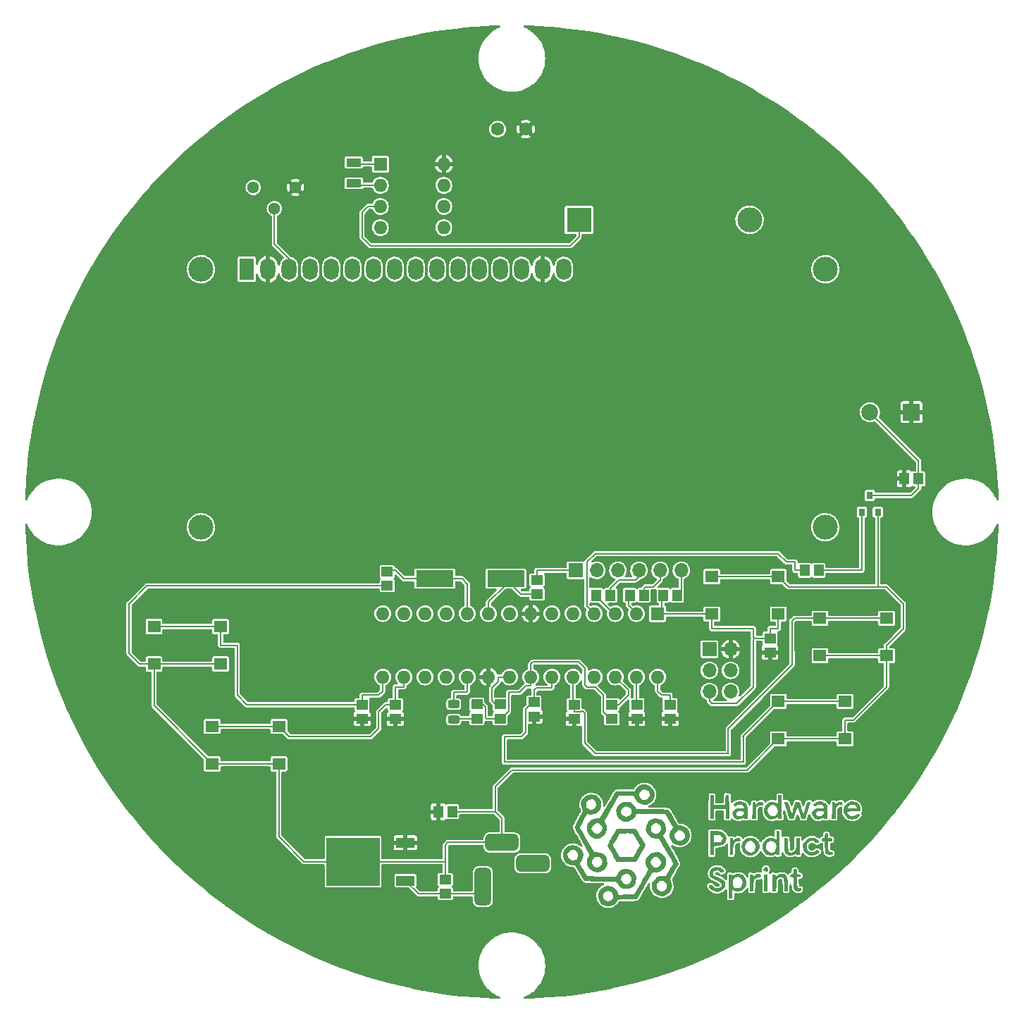
<source format=gbr>
%TF.GenerationSoftware,KiCad,Pcbnew,(6.0.5)*%
%TF.CreationDate,2022-07-18T04:00:38-05:00*%
%TF.ProjectId,First Round Clock,46697273-7420-4526-9f75-6e6420436c6f,rev?*%
%TF.SameCoordinates,PX3dc4fd0PYa381e90*%
%TF.FileFunction,Copper,L1,Top*%
%TF.FilePolarity,Positive*%
%FSLAX46Y46*%
G04 Gerber Fmt 4.6, Leading zero omitted, Abs format (unit mm)*
G04 Created by KiCad (PCBNEW (6.0.5)) date 2022-07-18 04:00:38*
%MOMM*%
%LPD*%
G01*
G04 APERTURE LIST*
G04 Aperture macros list*
%AMRoundRect*
0 Rectangle with rounded corners*
0 $1 Rounding radius*
0 $2 $3 $4 $5 $6 $7 $8 $9 X,Y pos of 4 corners*
0 Add a 4 corners polygon primitive as box body*
4,1,4,$2,$3,$4,$5,$6,$7,$8,$9,$2,$3,0*
0 Add four circle primitives for the rounded corners*
1,1,$1+$1,$2,$3*
1,1,$1+$1,$4,$5*
1,1,$1+$1,$6,$7*
1,1,$1+$1,$8,$9*
0 Add four rect primitives between the rounded corners*
20,1,$1+$1,$2,$3,$4,$5,0*
20,1,$1+$1,$4,$5,$6,$7,0*
20,1,$1+$1,$6,$7,$8,$9,0*
20,1,$1+$1,$8,$9,$2,$3,0*%
G04 Aperture macros list end*
%TA.AperFunction,SMDPad,CuDef*%
%ADD10R,1.400000X1.150000*%
%TD*%
%TA.AperFunction,SMDPad,CuDef*%
%ADD11R,1.600000X1.400000*%
%TD*%
%TA.AperFunction,SMDPad,CuDef*%
%ADD12R,4.500000X2.000000*%
%TD*%
%TA.AperFunction,SMDPad,CuDef*%
%ADD13R,1.800000X1.000000*%
%TD*%
%TA.AperFunction,SMDPad,CuDef*%
%ADD14R,2.200000X1.200000*%
%TD*%
%TA.AperFunction,SMDPad,CuDef*%
%ADD15R,6.400000X5.800000*%
%TD*%
%TA.AperFunction,SMDPad,CuDef*%
%ADD16R,1.150000X1.400000*%
%TD*%
%TA.AperFunction,SMDPad,CuDef*%
%ADD17R,0.800000X0.900000*%
%TD*%
%TA.AperFunction,ComponentPad*%
%ADD18C,1.600000*%
%TD*%
%TA.AperFunction,SMDPad,CuDef*%
%ADD19RoundRect,0.243750X0.456250X-0.243750X0.456250X0.243750X-0.456250X0.243750X-0.456250X-0.243750X0*%
%TD*%
%TA.AperFunction,ComponentPad*%
%ADD20O,1.700000X1.700000*%
%TD*%
%TA.AperFunction,ComponentPad*%
%ADD21R,1.700000X1.700000*%
%TD*%
%TA.AperFunction,ComponentPad*%
%ADD22R,1.600000X1.600000*%
%TD*%
%TA.AperFunction,ComponentPad*%
%ADD23O,1.600000X1.600000*%
%TD*%
%TA.AperFunction,ComponentPad*%
%ADD24C,3.000000*%
%TD*%
%TA.AperFunction,ComponentPad*%
%ADD25O,1.800000X2.600000*%
%TD*%
%TA.AperFunction,ComponentPad*%
%ADD26R,1.800000X2.600000*%
%TD*%
%TA.AperFunction,ComponentPad*%
%ADD27RoundRect,0.500000X-0.500000X1.750000X-0.500000X-1.750000X0.500000X-1.750000X0.500000X1.750000X0*%
%TD*%
%TA.AperFunction,ComponentPad*%
%ADD28RoundRect,0.500000X-1.500000X-0.500000X1.500000X-0.500000X1.500000X0.500000X-1.500000X0.500000X0*%
%TD*%
%TA.AperFunction,ComponentPad*%
%ADD29C,2.000000*%
%TD*%
%TA.AperFunction,ComponentPad*%
%ADD30R,2.000000X2.000000*%
%TD*%
%TA.AperFunction,ComponentPad*%
%ADD31R,3.000000X3.000000*%
%TD*%
%TA.AperFunction,ComponentPad*%
%ADD32C,1.440000*%
%TD*%
%TA.AperFunction,Conductor*%
%ADD33C,0.203200*%
%TD*%
G04 APERTURE END LIST*
%TO.C,G\u002A\u002A\u002A*%
G36*
X125304256Y36282693D02*
G01*
X125548798Y36508307D01*
X125647765Y36565279D01*
X125956209Y36682495D01*
X126237268Y36694475D01*
X126536076Y36601802D01*
X126588225Y36577459D01*
X126816555Y36409969D01*
X126995664Y36172189D01*
X127100416Y35905982D01*
X127113930Y35701887D01*
X127093392Y35522981D01*
X126307659Y35504971D01*
X125943514Y35492414D01*
X125697082Y35469554D01*
X125557837Y35429285D01*
X125515248Y35364500D01*
X125558787Y35268090D01*
X125677925Y35132949D01*
X125709417Y35101128D01*
X125940936Y34948456D01*
X126201794Y34919023D01*
X126483724Y35013419D01*
X126533705Y35042160D01*
X126725475Y35141970D01*
X126864772Y35162214D01*
X126994548Y35109058D01*
X126995499Y35108458D01*
X127045029Y35053551D01*
X127014354Y34975263D01*
X126931357Y34878851D01*
X126769360Y34733178D01*
X126600980Y34619690D01*
X126599481Y34618907D01*
X126364864Y34549661D01*
X126076086Y34536670D01*
X125794264Y34579905D01*
X125682281Y34619334D01*
X125401852Y34806497D01*
X125207793Y35063533D01*
X125100554Y35365057D01*
X125080584Y35685683D01*
X125126879Y35900475D01*
X125551423Y35900475D01*
X125555109Y35873961D01*
X125636022Y35842052D01*
X125804520Y35825377D01*
X126023364Y35822576D01*
X126255312Y35832292D01*
X126463126Y35853167D01*
X126609565Y35883843D01*
X126657383Y35914155D01*
X126637820Y36037852D01*
X126524088Y36162072D01*
X126347579Y36261032D01*
X126181817Y36304749D01*
X125997561Y36316388D01*
X125867423Y36273953D01*
X125727282Y36155046D01*
X125713223Y36141064D01*
X125600876Y36006339D01*
X125551423Y35900475D01*
X125126879Y35900475D01*
X125148335Y36000024D01*
X125304256Y36282693D01*
G37*
G36*
X124857380Y36637865D02*
G01*
X124927378Y36592818D01*
X124944307Y36476899D01*
X124944654Y36424993D01*
X124936719Y36278808D01*
X124887030Y36226290D01*
X124756761Y36235099D01*
X124723135Y36240479D01*
X124561019Y36248205D01*
X124431437Y36192310D01*
X124306216Y36081026D01*
X124217599Y35987298D01*
X124160872Y35899560D01*
X124128925Y35787187D01*
X124114650Y35619553D01*
X124110936Y35366033D01*
X124110816Y35239278D01*
X124110816Y34592930D01*
X123658569Y34592930D01*
X123676233Y35603158D01*
X123683561Y35983361D01*
X123692058Y36254314D01*
X123704636Y36435040D01*
X123724204Y36544559D01*
X123753673Y36601892D01*
X123795955Y36626062D01*
X123833875Y36633313D01*
X123981232Y36597203D01*
X124045676Y36519038D01*
X124117499Y36384836D01*
X124283161Y36515146D01*
X124502401Y36619414D01*
X124696739Y36645456D01*
X124857380Y36637865D01*
G37*
G36*
X109662962Y33117578D02*
G01*
X110008702Y33109881D01*
X110256881Y33084265D01*
X110437460Y33036752D01*
X110508277Y33005331D01*
X110775011Y32807598D01*
X110945590Y32549012D01*
X111010628Y32254698D01*
X110960741Y31949782D01*
X110929947Y31876384D01*
X110762012Y31636385D01*
X110514021Y31470284D01*
X110171809Y31370434D01*
X109938370Y31340989D01*
X109486574Y31303112D01*
X109486574Y30231314D01*
X109037584Y30231314D01*
X109037584Y31770708D01*
X109486574Y31770708D01*
X109874338Y31770708D01*
X110109615Y31779546D01*
X110262588Y31814776D01*
X110378541Y31889476D01*
X110419540Y31928146D01*
X110550154Y32112446D01*
X110558043Y32295525D01*
X110444155Y32499537D01*
X110444039Y32499684D01*
X110356627Y32593075D01*
X110254427Y32644057D01*
X110097288Y32665078D01*
X109898837Y32668688D01*
X109486574Y32668688D01*
X109486574Y31770708D01*
X109037584Y31770708D01*
X109037584Y33117678D01*
X109662962Y33117578D01*
G37*
G36*
X94276965Y33835616D02*
G01*
X94437513Y34166924D01*
X94691164Y34421384D01*
X95026520Y34588068D01*
X95432185Y34656051D01*
X95492081Y34657072D01*
X95805243Y34657072D01*
X96664722Y36136133D01*
X96899606Y36538701D01*
X97118930Y36911506D01*
X97312831Y37238031D01*
X97432555Y37437089D01*
X100534201Y37437089D01*
X100587853Y37210010D01*
X100685738Y37074558D01*
X100941528Y36910462D01*
X101199445Y36871785D01*
X101447490Y36958224D01*
X101613215Y37097747D01*
X101763225Y37338092D01*
X101788700Y37587511D01*
X101689868Y37828935D01*
X101602114Y37933218D01*
X101372975Y38080001D01*
X101105207Y38126316D01*
X100844326Y38065059D01*
X100823930Y38054665D01*
X100658184Y37901577D01*
X100559627Y37681665D01*
X100534201Y37437089D01*
X97432555Y37437089D01*
X97471448Y37501754D01*
X97584919Y37686158D01*
X97641103Y37771739D01*
X97686648Y37828175D01*
X97739259Y37869100D01*
X97818570Y37897004D01*
X97944214Y37914382D01*
X98135826Y37923725D01*
X98413038Y37927527D01*
X98795486Y37928280D01*
X98874178Y37928284D01*
X99990350Y37928284D01*
X100088142Y38117392D01*
X100282405Y38366642D01*
X100561420Y38565343D01*
X100885606Y38694531D01*
X101215380Y38735239D01*
X101347964Y38721025D01*
X101729421Y38585408D01*
X102052687Y38342815D01*
X102297057Y38008954D01*
X102303953Y37995759D01*
X102384119Y37719458D01*
X102383435Y37394428D01*
X102305479Y37068524D01*
X102221234Y36889266D01*
X102016387Y36641571D01*
X101736476Y36436998D01*
X101425375Y36301676D01*
X101165606Y36260607D01*
X100809594Y36321429D01*
X100476068Y36490867D01*
X100193158Y36749376D01*
X99988992Y37077414D01*
X99988558Y37078410D01*
X99869920Y37351011D01*
X98083140Y37351011D01*
X97283817Y35988006D01*
X97058324Y35602892D01*
X96851206Y35248015D01*
X96672386Y34940471D01*
X96531787Y34697353D01*
X96439332Y34535755D01*
X96408568Y34480284D01*
X96372346Y34373294D01*
X96392548Y34257025D01*
X96478244Y34087370D01*
X96495467Y34057730D01*
X96633142Y33707102D01*
X96659076Y33340963D01*
X96579316Y32986825D01*
X96399908Y32672197D01*
X96138092Y32431902D01*
X95883423Y32314126D01*
X95576618Y32244853D01*
X95269795Y32230817D01*
X95015071Y32278752D01*
X94999925Y32284861D01*
X94648480Y32495037D01*
X94397898Y32780788D01*
X94254443Y33132841D01*
X94227983Y33373991D01*
X94803003Y33373991D01*
X94902894Y33147086D01*
X95016271Y33015052D01*
X95212651Y32857227D01*
X95399418Y32798551D01*
X95439604Y32796971D01*
X95629111Y32837937D01*
X95820431Y32974032D01*
X95862937Y33015052D01*
X96035109Y33245713D01*
X96080033Y33471618D01*
X95998047Y33701374D01*
X95895158Y33836799D01*
X95743962Y33977151D01*
X95587625Y34035866D01*
X95439604Y34044813D01*
X95239861Y34024920D01*
X95092150Y33944802D01*
X94984050Y33836799D01*
X94830167Y33601026D01*
X94803003Y33373991D01*
X94227983Y33373991D01*
X94220917Y33438385D01*
X94276965Y33835616D01*
G37*
G36*
X115918676Y28766368D02*
G01*
X116017264Y28621435D01*
X116028998Y28531567D01*
X115975162Y28353252D01*
X115830229Y28254664D01*
X115740361Y28242930D01*
X115593168Y28277666D01*
X115528695Y28319900D01*
X115449983Y28473195D01*
X115470438Y28636072D01*
X115572038Y28765935D01*
X115736760Y28820182D01*
X115740361Y28820203D01*
X115918676Y28766368D01*
G37*
G36*
X111108603Y37467139D02*
G01*
X111314604Y37447223D01*
X111331866Y36020077D01*
X111349129Y34592930D01*
X110897685Y34592930D01*
X110897685Y35811617D01*
X109486574Y35811617D01*
X109486574Y34592930D01*
X109035129Y34592930D01*
X109052392Y36020077D01*
X109069654Y37447223D01*
X109454503Y37447223D01*
X109472974Y36851770D01*
X109491444Y36256316D01*
X110865614Y36292678D01*
X110884108Y36889866D01*
X110902601Y37487055D01*
X111108603Y37467139D01*
G37*
G36*
X115411200Y31689274D02*
G01*
X115575080Y31991253D01*
X115824944Y32203374D01*
X116154223Y32318082D01*
X116230130Y32328791D01*
X116448061Y32331956D01*
X116628966Y32270619D01*
X116750589Y32195388D01*
X116991119Y32031140D01*
X116991119Y33125806D01*
X117199579Y33105706D01*
X117408038Y33085607D01*
X117408038Y30263385D01*
X117199579Y30243286D01*
X117048499Y30246166D01*
X116993030Y30301316D01*
X116991119Y30323462D01*
X116974885Y30406796D01*
X116912185Y30406052D01*
X116782018Y30318772D01*
X116752056Y30295456D01*
X116529201Y30193680D01*
X116250811Y30171918D01*
X115961985Y30230632D01*
X115835573Y30286097D01*
X115571076Y30494406D01*
X115404645Y30783488D01*
X115338422Y31148938D01*
X115339237Y31236607D01*
X115773858Y31236607D01*
X115788200Y31020906D01*
X115849182Y30869276D01*
X115959922Y30739512D01*
X116179853Y30587676D01*
X116417966Y30560598D01*
X116661110Y30643423D01*
X116854094Y30808969D01*
X116964828Y31041409D01*
X116987560Y31304660D01*
X116916539Y31562637D01*
X116829032Y31696930D01*
X116612848Y31876757D01*
X116382697Y31943497D01*
X116161199Y31907019D01*
X115970975Y31777192D01*
X115834644Y31563882D01*
X115774828Y31276958D01*
X115773858Y31236607D01*
X115339237Y31236607D01*
X115339873Y31304992D01*
X115411200Y31689274D01*
G37*
G36*
X112605868Y32302087D02*
G01*
X112665861Y32211856D01*
X112681399Y32111120D01*
X112686738Y31986949D01*
X112649968Y31924154D01*
X112539325Y31897465D01*
X112399217Y31886625D01*
X112179591Y31851944D01*
X112021669Y31769155D01*
X111915061Y31620429D01*
X111849376Y31387938D01*
X111814225Y31053855D01*
X111805689Y30868212D01*
X111783643Y30231314D01*
X111410816Y30231314D01*
X111410816Y32283839D01*
X111603240Y32283839D01*
X111744436Y32263406D01*
X111793888Y32188104D01*
X111795664Y32157490D01*
X111803586Y32085391D01*
X111846102Y32077335D01*
X111951339Y32137476D01*
X112033619Y32192620D01*
X112289185Y32316573D01*
X112466574Y32335006D01*
X112605868Y32302087D01*
G37*
G36*
X102191418Y27156002D02*
G01*
X102433602Y27427793D01*
X102517087Y27498504D01*
X102659268Y27603407D01*
X102790879Y27664225D01*
X102956218Y27693602D01*
X103199584Y27704178D01*
X103240109Y27704844D01*
X103716707Y27711959D01*
X104168340Y28472161D01*
X104353871Y28790363D01*
X104477614Y29019653D01*
X104547725Y29178657D01*
X104572360Y29285999D01*
X104559676Y29360306D01*
X104558427Y29363025D01*
X104509811Y29453174D01*
X104405873Y29637117D01*
X104256283Y29898046D01*
X104070709Y30219153D01*
X103858819Y30583628D01*
X103693907Y30866004D01*
X102890933Y32238320D01*
X102501490Y32248318D01*
X102242673Y32268484D01*
X102048694Y32325524D01*
X101857383Y32438277D01*
X101844290Y32447466D01*
X101563905Y32715863D01*
X101388572Y33035707D01*
X101318723Y33384204D01*
X101326709Y33462662D01*
X101917887Y33462662D01*
X101956438Y33190271D01*
X102082327Y32995550D01*
X102224171Y32893785D01*
X102440352Y32829458D01*
X102684316Y32837227D01*
X102893198Y32913124D01*
X102927738Y32938185D01*
X103061213Y33114375D01*
X103145458Y33348994D01*
X103156749Y33574749D01*
X103155200Y33583423D01*
X103084077Y33740833D01*
X102952318Y33901197D01*
X102923636Y33926864D01*
X102693167Y34049043D01*
X102449599Y34064259D01*
X102222300Y33986066D01*
X102040634Y33828018D01*
X101933969Y33603668D01*
X101917887Y33462662D01*
X101326709Y33462662D01*
X101354793Y33738558D01*
X101497217Y34075975D01*
X101746430Y34373661D01*
X101806624Y34424435D01*
X102104697Y34586129D01*
X102447807Y34652385D01*
X102802625Y34627365D01*
X103135823Y34515235D01*
X103414071Y34320158D01*
X103508522Y34211812D01*
X103690364Y33867598D01*
X103760455Y33495920D01*
X103717821Y33124940D01*
X103561492Y32782821D01*
X103557994Y32777636D01*
X103405535Y32552974D01*
X104328324Y30959190D01*
X104565751Y30545480D01*
X104780622Y30164081D01*
X104964759Y29830075D01*
X105109980Y29558546D01*
X105208107Y29364577D01*
X105250959Y29263249D01*
X105252176Y29255715D01*
X105221179Y29165098D01*
X105134900Y28986214D01*
X105004552Y28740496D01*
X104841347Y28449381D01*
X104732131Y28261523D01*
X104537185Y27928539D01*
X104400301Y27685976D01*
X104313460Y27514304D01*
X104268643Y27393992D01*
X104257828Y27305509D01*
X104272996Y27229323D01*
X104289914Y27184597D01*
X104418701Y26801935D01*
X104460743Y26480966D01*
X104424680Y26209357D01*
X104269935Y25860573D01*
X104027910Y25587640D01*
X103721530Y25400743D01*
X103373718Y25310070D01*
X103007399Y25325806D01*
X102685997Y25436743D01*
X102442808Y25604435D01*
X102230438Y25827309D01*
X102208450Y25857667D01*
X102088099Y26058571D01*
X102030809Y26249928D01*
X102016237Y26499600D01*
X102019781Y26530318D01*
X102623442Y26530318D01*
X102674470Y26255413D01*
X102810416Y26045671D01*
X103005576Y25912886D01*
X103234248Y25868851D01*
X103470727Y25925360D01*
X103654639Y26057188D01*
X103801486Y26279670D01*
X103845517Y26524236D01*
X103797731Y26762331D01*
X103669124Y26965401D01*
X103470693Y27104890D01*
X103232786Y27152526D01*
X102978078Y27094148D01*
X102774822Y26937321D01*
X102649912Y26709506D01*
X102623442Y26530318D01*
X102019781Y26530318D01*
X102057454Y26856890D01*
X102191418Y27156002D01*
G37*
G36*
X96838868Y31692834D02*
G01*
X96964358Y31935027D01*
X97116872Y32215677D01*
X97283039Y32511164D01*
X97449491Y32797868D01*
X97602857Y33052170D01*
X97729769Y33250449D01*
X97816858Y33369086D01*
X97838061Y33389297D01*
X97937629Y33412491D01*
X98137534Y33428578D01*
X98411007Y33437920D01*
X98731276Y33440879D01*
X99071572Y33437817D01*
X99405124Y33429098D01*
X99705161Y33415083D01*
X99944914Y33396135D01*
X100097612Y33372617D01*
X100134366Y33358208D01*
X100199402Y33277420D01*
X100314346Y33105502D01*
X100466157Y32863104D01*
X100641796Y32570872D01*
X100765911Y32358173D01*
X101296357Y31438314D01*
X101162229Y31171557D01*
X101077869Y31013968D01*
X100944986Y30777489D01*
X100781250Y30493117D01*
X100604331Y30191848D01*
X100589678Y30167173D01*
X100151255Y29429546D01*
X99030152Y29413673D01*
X98660371Y29411164D01*
X98333207Y29414093D01*
X98071063Y29421847D01*
X97896344Y29433815D01*
X97833974Y29446375D01*
X97766935Y29525027D01*
X97654725Y29693410D01*
X97510714Y29927806D01*
X97348271Y30204498D01*
X97180765Y30499768D01*
X97021567Y30789898D01*
X96884045Y31051169D01*
X96781568Y31259865D01*
X96727507Y31392267D01*
X96722432Y31418296D01*
X96723549Y31421661D01*
X97365839Y31421661D01*
X97397087Y31339631D01*
X97485178Y31169502D01*
X97618547Y30931697D01*
X97785629Y30646636D01*
X97974859Y30334743D01*
X98049016Y30215279D01*
X98199294Y29974749D01*
X98958245Y29974749D01*
X99291950Y29977401D01*
X99521125Y29987432D01*
X99669454Y30007949D01*
X99760617Y30042062D01*
X99813397Y30086996D01*
X99897352Y30201930D01*
X100017219Y30386872D01*
X100156710Y30614053D01*
X100299538Y30855707D01*
X100429418Y31084066D01*
X100530062Y31271361D01*
X100585182Y31389826D01*
X100590838Y31412466D01*
X100558170Y31498446D01*
X100472626Y31664715D01*
X100350597Y31883586D01*
X100208474Y32127372D01*
X100062648Y32368385D01*
X99929509Y32578940D01*
X99825448Y32731348D01*
X99773195Y32793613D01*
X99661202Y32827471D01*
X99429644Y32846423D01*
X99086430Y32849968D01*
X98928421Y32847172D01*
X98170029Y32829041D01*
X97768931Y32155557D01*
X97614155Y31891237D01*
X97486777Y31665269D01*
X97399718Y31501179D01*
X97365897Y31422489D01*
X97365839Y31421661D01*
X96723549Y31421661D01*
X96753769Y31512717D01*
X96838868Y31692834D01*
G37*
G36*
X121672036Y32282072D02*
G01*
X121896746Y32141128D01*
X121925064Y32117803D01*
X122078732Y31955879D01*
X122110496Y31828900D01*
X122020713Y31732980D01*
X121963041Y31706933D01*
X121835737Y31682171D01*
X121722233Y31735194D01*
X121637458Y31812524D01*
X121506398Y31919864D01*
X121370231Y31955115D01*
X121203641Y31942819D01*
X120941179Y31851708D01*
X120754084Y31673969D01*
X120652813Y31433624D01*
X120647823Y31154692D01*
X120740367Y30878578D01*
X120903363Y30688008D01*
X121127007Y30588203D01*
X121377008Y30583654D01*
X121619072Y30678855D01*
X121711873Y30751291D01*
X121840335Y30836617D01*
X121978437Y30825748D01*
X122016544Y30812266D01*
X122145962Y30746904D01*
X122173000Y30671043D01*
X122097182Y30559199D01*
X122010185Y30471890D01*
X121709438Y30268767D01*
X121363687Y30173766D01*
X121004851Y30192565D01*
X120804353Y30257394D01*
X120562640Y30419817D01*
X120360306Y30658487D01*
X120236373Y30925087D01*
X120224912Y30974891D01*
X120204206Y31366603D01*
X120287944Y31713943D01*
X120465107Y32000165D01*
X120724678Y32208525D01*
X121055638Y32322275D01*
X121117096Y32330875D01*
X121428141Y32341105D01*
X121672036Y32282072D01*
G37*
G36*
X112878044Y31647560D02*
G01*
X113038689Y31951103D01*
X113292300Y32175155D01*
X113627317Y32307266D01*
X113802967Y32333520D01*
X114162077Y32308183D01*
X114467989Y32182321D01*
X114710501Y31976273D01*
X114879415Y31710376D01*
X114964529Y31404967D01*
X114955645Y31080385D01*
X114842561Y30756966D01*
X114699371Y30546216D01*
X114433706Y30324404D01*
X114107963Y30196278D01*
X113758437Y30170850D01*
X113463374Y30239233D01*
X113165961Y30422421D01*
X112955886Y30693297D01*
X112841362Y31038575D01*
X112828777Y31192947D01*
X113236091Y31192947D01*
X113314076Y30928592D01*
X113489483Y30717612D01*
X113550131Y30675580D01*
X113762457Y30574142D01*
X113953321Y30562961D01*
X114132621Y30614564D01*
X114276773Y30710745D01*
X114413618Y30864111D01*
X114428802Y30887165D01*
X114527139Y31142567D01*
X114524537Y31400842D01*
X114435756Y31635764D01*
X114275557Y31821111D01*
X114058700Y31930658D01*
X113834113Y31943722D01*
X113558797Y31860609D01*
X113369963Y31688267D01*
X113268357Y31474316D01*
X113236091Y31192947D01*
X112828777Y31192947D01*
X112821927Y31276977D01*
X112878044Y31647560D01*
G37*
G36*
X118310587Y36637271D02*
G01*
X118360868Y36602467D01*
X118408977Y36525345D01*
X118462920Y36389524D01*
X118530705Y36178621D01*
X118620336Y35876254D01*
X118727886Y35506945D01*
X118783671Y35342618D01*
X118831822Y35245539D01*
X118846027Y35234344D01*
X118878956Y35291798D01*
X118939459Y35447952D01*
X119018714Y35678493D01*
X119102000Y35939900D01*
X119319329Y36645456D01*
X119530479Y36645456D01*
X119685438Y36629620D01*
X119774846Y36591182D01*
X119777151Y36587979D01*
X119809593Y36506726D01*
X119870593Y36329986D01*
X119951026Y36084896D01*
X120030300Y35835290D01*
X120247927Y35140078D01*
X120387196Y35620166D01*
X120494683Y35989514D01*
X120574908Y36253865D01*
X120636877Y36431270D01*
X120689593Y36539781D01*
X120742061Y36597450D01*
X120803285Y36622330D01*
X120882271Y36632472D01*
X120892650Y36633484D01*
X121051189Y36625419D01*
X121097030Y36569343D01*
X121078680Y36481526D01*
X121027519Y36294965D01*
X120950319Y36032935D01*
X120853853Y35718714D01*
X120797244Y35539016D01*
X120496598Y34592930D01*
X120011274Y34592930D01*
X119809984Y35250380D01*
X119722810Y35525151D01*
X119644418Y35754283D01*
X119584737Y35909758D01*
X119557930Y35961498D01*
X119520251Y35926088D01*
X119455916Y35789591D01*
X119374148Y35574080D01*
X119289915Y35320084D01*
X119072665Y34625001D01*
X118833144Y34605063D01*
X118645393Y34612496D01*
X118565050Y34669204D01*
X118498231Y34869838D01*
X118412948Y35131681D01*
X118317095Y35429790D01*
X118218565Y35739219D01*
X118125253Y36035026D01*
X118045052Y36292264D01*
X117985855Y36485990D01*
X117955557Y36591260D01*
X117953240Y36602547D01*
X118009573Y36631242D01*
X118147579Y36645198D01*
X118171488Y36645456D01*
X118250129Y36646140D01*
X118310587Y36637271D01*
G37*
G36*
X118161700Y32271868D02*
G01*
X118370159Y32251769D01*
X118402230Y31492724D01*
X118418748Y31161445D01*
X118438142Y30934683D01*
X118464788Y30788680D01*
X118503064Y30699679D01*
X118557346Y30643923D01*
X118558808Y30642850D01*
X118768370Y30558514D01*
X118985816Y30599683D01*
X119176861Y30739512D01*
X119260261Y30828139D01*
X119314341Y30913210D01*
X119345447Y31024035D01*
X119359927Y31189922D01*
X119364125Y31440181D01*
X119364351Y31605421D01*
X119364351Y32283839D01*
X119813341Y32283839D01*
X119813341Y30231314D01*
X119620917Y30231314D01*
X119468150Y30259999D01*
X119428493Y30327526D01*
X119420355Y30398428D01*
X119377602Y30414507D01*
X119272727Y30372861D01*
X119124538Y30295456D01*
X118802213Y30185623D01*
X118481523Y30194025D01*
X118354529Y30233163D01*
X118225648Y30325744D01*
X118097908Y30477065D01*
X118082168Y30501698D01*
X118026520Y30610117D01*
X117989358Y30736948D01*
X117967152Y30909645D01*
X117956369Y31155663D01*
X117953480Y31502171D01*
X117953240Y32291967D01*
X118161700Y32271868D01*
G37*
G36*
X123137638Y32849849D02*
G01*
X123195281Y32792349D01*
X123220058Y32653046D01*
X123225184Y32588511D01*
X123244610Y32416879D01*
X123292590Y32334832D01*
X123403437Y32303803D01*
X123485437Y32296003D01*
X123643882Y32272303D01*
X123711555Y32215742D01*
X123725965Y32094419D01*
X123725967Y32091415D01*
X123712179Y31968619D01*
X123645809Y31911166D01*
X123489350Y31887153D01*
X123485437Y31886828D01*
X123244907Y31866920D01*
X123225923Y31470339D01*
X123224557Y31217323D01*
X123241020Y30982528D01*
X123261704Y30860996D01*
X123315030Y30717276D01*
X123406359Y30651505D01*
X123557153Y30628096D01*
X123713960Y30605552D01*
X123776530Y30554162D01*
X123778906Y30444257D01*
X123777938Y30435671D01*
X123752202Y30328552D01*
X123683083Y30273906D01*
X123533925Y30249366D01*
X123464263Y30244280D01*
X123224476Y30252606D01*
X123051911Y30323356D01*
X123015273Y30350627D01*
X122945838Y30416523D01*
X122898817Y30498473D01*
X122868075Y30623367D01*
X122847477Y30818093D01*
X122830890Y31109539D01*
X122827988Y31171500D01*
X122795917Y31866920D01*
X122619528Y31887216D01*
X122490479Y31924972D01*
X122445903Y32025461D01*
X122443139Y32091415D01*
X122465111Y32228490D01*
X122556574Y32285489D01*
X122619528Y32295614D01*
X122732471Y32323046D01*
X122788421Y32396307D01*
X122812963Y32553611D01*
X122815640Y32588511D01*
X122835694Y32760000D01*
X122880427Y32838788D01*
X122976556Y32860441D01*
X123020412Y32861112D01*
X123137638Y32849849D01*
G37*
G36*
X95675644Y25843233D02*
G01*
X95803204Y26045102D01*
X96076883Y26319472D01*
X96373132Y26479689D01*
X96719766Y26539778D01*
X96786952Y26541045D01*
X97187509Y26485829D01*
X97521828Y26320802D01*
X97788418Y26046899D01*
X97912653Y25836003D01*
X98086129Y25481429D01*
X98990482Y25499175D01*
X99894834Y25516920D01*
X100745197Y26960102D01*
X100974021Y27351768D01*
X101179608Y27710033D01*
X101353284Y28019259D01*
X101486374Y28263811D01*
X101570206Y28428051D01*
X101596370Y28494445D01*
X101557805Y28616106D01*
X101510050Y28686870D01*
X101358439Y28953964D01*
X101292188Y29279594D01*
X101303683Y29451896D01*
X101886780Y29451896D01*
X101891399Y29324649D01*
X101959058Y29160722D01*
X101963069Y29152514D01*
X102136974Y28910860D01*
X102358465Y28785103D01*
X102615464Y28779479D01*
X102817150Y28852938D01*
X103022251Y29011577D01*
X103121898Y29231230D01*
X103136574Y29395516D01*
X103078742Y29662986D01*
X102914777Y29867467D01*
X102690918Y29981328D01*
X102417105Y30003927D01*
X102176245Y29910056D01*
X101991593Y29711158D01*
X101941981Y29612773D01*
X101886780Y29451896D01*
X101303683Y29451896D01*
X101315115Y29623263D01*
X101397703Y29878536D01*
X101603664Y30193884D01*
X101873838Y30418711D01*
X102186581Y30554388D01*
X102520252Y30602282D01*
X102853209Y30563764D01*
X103163808Y30440201D01*
X103430409Y30232962D01*
X103631368Y29943416D01*
X103711024Y29732226D01*
X103763062Y29512590D01*
X103770462Y29341022D01*
X103733224Y29145324D01*
X103711024Y29062725D01*
X103553298Y28716893D01*
X103298531Y28450706D01*
X102954658Y28270081D01*
X102529618Y28180935D01*
X102527873Y28180779D01*
X102143667Y28146718D01*
X101236196Y26607324D01*
X100996578Y26202418D01*
X100775373Y25831609D01*
X100581696Y25509941D01*
X100424661Y25252458D01*
X100313385Y25074202D01*
X100256981Y24990218D01*
X100254868Y24987754D01*
X100183195Y24955749D01*
X100027857Y24932541D01*
X99777035Y24917334D01*
X99418914Y24909331D01*
X99065387Y24907577D01*
X98661469Y24906730D01*
X98367520Y24902884D01*
X98165229Y24894087D01*
X98036288Y24878381D01*
X97962385Y24853813D01*
X97925211Y24818427D01*
X97910632Y24784283D01*
X97816793Y24631802D01*
X97644464Y24458452D01*
X97432211Y24295852D01*
X97218597Y24175620D01*
X97127856Y24142506D01*
X96857565Y24087234D01*
X96625466Y24095411D01*
X96445660Y24138961D01*
X96119997Y24296137D01*
X95862163Y24537002D01*
X95680483Y24836849D01*
X95583286Y25170974D01*
X95581657Y25298534D01*
X96161449Y25298534D01*
X96215106Y25070866D01*
X96349427Y24887059D01*
X96540994Y24761970D01*
X96766387Y24710453D01*
X97002190Y24747367D01*
X97224984Y24887568D01*
X97240497Y24902643D01*
X97396769Y25134382D01*
X97428503Y25382835D01*
X97335544Y25633326D01*
X97249421Y25746817D01*
X97034592Y25903539D01*
X96790329Y25953371D01*
X96548381Y25902177D01*
X96340498Y25755821D01*
X96211875Y25555205D01*
X96161449Y25298534D01*
X95581657Y25298534D01*
X95578897Y25514670D01*
X95675644Y25843233D01*
G37*
G36*
X111879538Y35606132D02*
G01*
X111928331Y35655299D01*
X112037178Y35750378D01*
X112142681Y35806639D01*
X112282631Y35834174D01*
X112494822Y35843073D01*
X112633901Y35843688D01*
X112891511Y35847412D01*
X113045678Y35862067D01*
X113121112Y35892879D01*
X113142526Y35945076D01*
X113142648Y35951280D01*
X113095540Y36061406D01*
X112980694Y36186167D01*
X112966245Y36197918D01*
X112795871Y36294759D01*
X112600876Y36310342D01*
X112540501Y36303705D01*
X112352695Y36257912D01*
X112210761Y36187883D01*
X112194562Y36173862D01*
X112110906Y36112905D01*
X112021088Y36131424D01*
X111944190Y36178043D01*
X111790402Y36278809D01*
X111933174Y36430782D01*
X112164305Y36590910D01*
X112461190Y36675996D01*
X112783834Y36683621D01*
X113092242Y36611364D01*
X113277948Y36512166D01*
X113405287Y36388296D01*
X113495392Y36213749D01*
X113553149Y35968845D01*
X113583444Y35633910D01*
X113591266Y35250380D01*
X113591624Y34592930D01*
X113367129Y34592930D01*
X113200388Y34614163D01*
X113142889Y34681372D01*
X113142634Y34688200D01*
X113123247Y34739033D01*
X113047520Y34720492D01*
X112934175Y34656369D01*
X112679140Y34559327D01*
X112389380Y34535719D01*
X112123990Y34588115D01*
X112059290Y34618299D01*
X111862478Y34797569D01*
X111752894Y35058610D01*
X111733796Y35238380D01*
X111736833Y35257800D01*
X112196094Y35257800D01*
X112222607Y35080934D01*
X112353410Y34943202D01*
X112372937Y34932682D01*
X112571907Y34883340D01*
X112789715Y34938079D01*
X112929310Y35014819D01*
X113071138Y35151229D01*
X113122816Y35304813D01*
X113075442Y35439623D01*
X113042023Y35469987D01*
X112866021Y35539785D01*
X112643461Y35554737D01*
X112429856Y35517610D01*
X112281512Y35432058D01*
X112196094Y35257800D01*
X111736833Y35257800D01*
X111764555Y35435038D01*
X111879538Y35606132D01*
G37*
G36*
X115300285Y36637980D02*
G01*
X115370269Y36592729D01*
X115387219Y36475472D01*
X115387584Y36419739D01*
X115379170Y36271278D01*
X115335755Y36219630D01*
X115230077Y36233558D01*
X115225985Y36234580D01*
X115027743Y36236072D01*
X114818141Y36168370D01*
X114654921Y36053711D01*
X114615435Y35999461D01*
X114589137Y35888339D01*
X114568422Y35682850D01*
X114556036Y35416876D01*
X114553745Y35238561D01*
X114553745Y34592930D01*
X114101498Y34592930D01*
X114119162Y35603158D01*
X114126339Y35983121D01*
X114134502Y36253869D01*
X114146730Y36434455D01*
X114166101Y36543930D01*
X114195695Y36601345D01*
X114238591Y36625752D01*
X114285822Y36634494D01*
X114415910Y36615048D01*
X114469692Y36522247D01*
X114505416Y36419822D01*
X114559088Y36401651D01*
X114664032Y36467081D01*
X114728667Y36517173D01*
X114941560Y36618384D01*
X115139668Y36645456D01*
X115300285Y36637980D01*
G37*
G36*
X115043725Y27978863D02*
G01*
X115113712Y27933661D01*
X115130657Y27816716D01*
X115131018Y27761870D01*
X115124346Y27622000D01*
X115080594Y27557117D01*
X114964162Y27538414D01*
X114853562Y27537375D01*
X114634129Y27513622D01*
X114477916Y27427775D01*
X114426150Y27377754D01*
X114357143Y27290934D01*
X114310595Y27186449D01*
X114280269Y27035398D01*
X114259929Y26808879D01*
X114246208Y26543915D01*
X114216223Y25869698D01*
X113848190Y25869698D01*
X113848190Y27922223D01*
X114040614Y27922223D01*
X114193381Y27893538D01*
X114233038Y27826011D01*
X114249814Y27745408D01*
X114313959Y27748441D01*
X114446197Y27837893D01*
X114472102Y27858082D01*
X114684995Y27959293D01*
X114883102Y27986365D01*
X115043725Y27978863D01*
G37*
G36*
X93396184Y27997237D02*
G01*
X93313409Y28138637D01*
X92822820Y28980557D01*
X92477986Y29018672D01*
X92198971Y29063118D01*
X91992980Y29140472D01*
X91809363Y29276989D01*
X91637317Y29454426D01*
X91431297Y29769226D01*
X91338856Y30114364D01*
X91350135Y30337433D01*
X91922979Y30337433D01*
X91932086Y30111431D01*
X92048744Y29882127D01*
X92048968Y29881842D01*
X92271858Y29678762D01*
X92520730Y29600813D01*
X92792111Y29648815D01*
X92875231Y29686776D01*
X93080661Y29856263D01*
X93188662Y30082266D01*
X93195061Y30333217D01*
X93095689Y30577545D01*
X93007164Y30685238D01*
X92790870Y30831121D01*
X92562153Y30873110D01*
X92341010Y30827971D01*
X92147436Y30712468D01*
X92001427Y30543367D01*
X91922979Y30337433D01*
X91350135Y30337433D01*
X91356700Y30467281D01*
X91481539Y30805423D01*
X91710079Y31106231D01*
X91901342Y31263361D01*
X92060264Y31353193D01*
X92234460Y31400644D01*
X92472980Y31417242D01*
X92559051Y31417930D01*
X92812094Y31410042D01*
X92990078Y31376772D01*
X93145756Y31303712D01*
X93263593Y31225506D01*
X93556578Y30951703D01*
X93732603Y30632552D01*
X93790818Y30277255D01*
X93730370Y29895015D01*
X93550406Y29495035D01*
X93439599Y29324843D01*
X93419713Y29263542D01*
X93436970Y29168511D01*
X93499175Y29021709D01*
X93614132Y28805097D01*
X93789646Y28500634D01*
X93814207Y28458934D01*
X94263233Y27697728D01*
X96004136Y27680665D01*
X97745039Y27663603D01*
X97874558Y27917480D01*
X98098476Y28228817D01*
X98390897Y28447773D01*
X98727595Y28569619D01*
X99084347Y28589627D01*
X99436928Y28503069D01*
X99761114Y28305215D01*
X99779546Y28289339D01*
X100025961Y28004727D01*
X100157230Y27675797D01*
X100186068Y27383257D01*
X100130337Y26991716D01*
X99969954Y26658715D01*
X99715137Y26400670D01*
X99498608Y26278717D01*
X99248969Y26214382D01*
X98948770Y26196497D01*
X98654881Y26224084D01*
X98424172Y26296167D01*
X98422180Y26297213D01*
X98158477Y26466582D01*
X97972939Y26670044D01*
X97868849Y26847855D01*
X97746088Y27088385D01*
X95863073Y27088385D01*
X95315141Y27089067D01*
X94881504Y27091605D01*
X94548179Y27096738D01*
X94301183Y27105205D01*
X94126533Y27117746D01*
X94010245Y27135099D01*
X93938338Y27158003D01*
X93896826Y27187196D01*
X93892028Y27192551D01*
X93829752Y27282961D01*
X93717215Y27462153D01*
X93691771Y27504060D01*
X98351994Y27504060D01*
X98354299Y27275592D01*
X98451831Y27046610D01*
X98620174Y26862875D01*
X98727400Y26800488D01*
X98990111Y26740842D01*
X99227723Y26803226D01*
X99432407Y26967297D01*
X99582521Y27204384D01*
X99608146Y27452596D01*
X99509523Y27693930D01*
X99421305Y27798874D01*
X99192825Y27949151D01*
X98942419Y27990908D01*
X98700617Y27932564D01*
X98497949Y27782535D01*
X98364943Y27549238D01*
X98351994Y27504060D01*
X93691771Y27504060D01*
X93568123Y27707716D01*
X93396184Y27997237D01*
G37*
G36*
X115964856Y25869698D02*
G01*
X115515866Y25869698D01*
X115515866Y27922223D01*
X115964856Y27922223D01*
X115964856Y25869698D01*
G37*
G36*
X104263283Y33049945D02*
G01*
X104457054Y33370971D01*
X104496624Y33416386D01*
X104622982Y33554740D01*
X104153625Y34362471D01*
X103684268Y35170203D01*
X100187790Y35170203D01*
X100100271Y34960741D01*
X99931447Y34700716D01*
X99674663Y34471820D01*
X99370164Y34300766D01*
X99058198Y34214267D01*
X98967382Y34208797D01*
X98720075Y34249278D01*
X98445906Y34353750D01*
X98209968Y34496759D01*
X98190549Y34512565D01*
X97952274Y34790396D01*
X97808543Y35124750D01*
X97768702Y35431374D01*
X98341653Y35431374D01*
X98395674Y35204493D01*
X98530291Y35021303D01*
X98722044Y34896616D01*
X98947478Y34845244D01*
X99183135Y34881999D01*
X99405557Y35021693D01*
X99421305Y35036986D01*
X99562544Y35224966D01*
X99608425Y35433278D01*
X99608796Y35458839D01*
X99550418Y35713547D01*
X99393590Y35916803D01*
X99165775Y36041713D01*
X98986587Y36068183D01*
X98704243Y36019690D01*
X98499867Y35870835D01*
X98391683Y35687134D01*
X98341653Y35431374D01*
X97768702Y35431374D01*
X97761627Y35485827D01*
X97813796Y35843826D01*
X97967321Y36168946D01*
X98055813Y36281120D01*
X98303267Y36469493D01*
X98624848Y36594301D01*
X98978662Y36646711D01*
X99322817Y36617891D01*
X99460302Y36577234D01*
X99714641Y36428139D01*
X99945315Y36201677D01*
X100098617Y35955935D01*
X100187790Y35747476D01*
X102074519Y35747476D01*
X102634851Y35746479D01*
X103079994Y35743086D01*
X103423034Y35736695D01*
X103677052Y35726705D01*
X103855132Y35712514D01*
X103970356Y35693519D01*
X104035808Y35669118D01*
X104052246Y35656478D01*
X104114598Y35571066D01*
X104226542Y35395537D01*
X104374780Y35151583D01*
X104546013Y34860896D01*
X104642084Y34694357D01*
X105140923Y33823233D01*
X105411488Y33823233D01*
X105767377Y33766363D01*
X106076759Y33610081D01*
X106327973Y33375884D01*
X106509361Y33085264D01*
X106609263Y32759718D01*
X106616018Y32420740D01*
X106517969Y32089825D01*
X106431765Y31942331D01*
X106161829Y31658548D01*
X105829136Y31473656D01*
X105459604Y31394368D01*
X105079149Y31427399D01*
X104815044Y31523490D01*
X104515657Y31736764D01*
X104306673Y32020504D01*
X104192207Y32350254D01*
X104177517Y32676159D01*
X104754039Y32676159D01*
X104769228Y32434664D01*
X104811757Y32327729D01*
X104985823Y32107766D01*
X105214584Y31985239D01*
X105467384Y31965449D01*
X105713567Y32053702D01*
X105835447Y32150623D01*
X105989942Y32382522D01*
X106033714Y32635230D01*
X105971114Y32878182D01*
X105806491Y33080810D01*
X105692537Y33154761D01*
X105442254Y33224466D01*
X105201460Y33190985D01*
X104991957Y33074792D01*
X104835549Y32896359D01*
X104754039Y32676159D01*
X104177517Y32676159D01*
X104176372Y32701554D01*
X104263283Y33049945D01*
G37*
G36*
X110106442Y28784451D02*
G01*
X110262978Y28763153D01*
X110378815Y28708862D01*
X110497737Y28606200D01*
X110559873Y28544212D01*
X110696569Y28401329D01*
X110752362Y28316870D01*
X110738109Y28259613D01*
X110676966Y28207470D01*
X110508973Y28125846D01*
X110368472Y28134326D01*
X110296847Y28211822D01*
X110187389Y28337839D01*
X110007231Y28400614D01*
X109797108Y28400461D01*
X109597754Y28337692D01*
X109449903Y28212619D01*
X109444953Y28205286D01*
X109387108Y28040305D01*
X109444301Y27889982D01*
X109620737Y27749474D01*
X109920623Y27613937D01*
X109975875Y27593961D01*
X110373884Y27413473D01*
X110659865Y27195191D01*
X110830051Y26944917D01*
X110880671Y26668453D01*
X110807957Y26371601D01*
X110792052Y26337512D01*
X110626872Y26123386D01*
X110380234Y25945583D01*
X110098687Y25831972D01*
X109903493Y25805557D01*
X109726403Y25834926D01*
X109509443Y25909034D01*
X109420505Y25949875D01*
X109236806Y26069634D01*
X109068886Y26224191D01*
X108941131Y26384510D01*
X108877931Y26521551D01*
X108884877Y26587626D01*
X108970372Y26656966D01*
X109060182Y26699830D01*
X109160987Y26712667D01*
X109264413Y26656241D01*
X109403574Y26511984D01*
X109411395Y26502911D01*
X109557376Y26350458D01*
X109685874Y26276992D01*
X109851144Y26255148D01*
X109903835Y26254546D01*
X110106420Y26272491D01*
X110240251Y26341749D01*
X110315757Y26423550D01*
X110407876Y26566058D01*
X110448590Y26679296D01*
X110448695Y26683031D01*
X110389386Y26824398D01*
X110225266Y26976356D01*
X109977045Y27123022D01*
X109749186Y27219612D01*
X109396570Y27373643D01*
X109158790Y27542623D01*
X109022407Y27740297D01*
X108973981Y27980412D01*
X108973442Y28013041D01*
X108990202Y28220338D01*
X109057930Y28381107D01*
X109193009Y28548544D01*
X109314447Y28673937D01*
X109418611Y28745577D01*
X109547678Y28778492D01*
X109743826Y28787711D01*
X109865424Y28788132D01*
X110106442Y28784451D01*
G37*
G36*
X117921127Y27946820D02*
G01*
X118103400Y27854641D01*
X118234496Y27712210D01*
X118323758Y27513611D01*
X118375451Y27239809D01*
X118393838Y26871767D01*
X118390017Y26575254D01*
X118370159Y25901769D01*
X117985311Y25901769D01*
X117953240Y26660813D01*
X117936722Y26992092D01*
X117917328Y27218855D01*
X117890682Y27364857D01*
X117852406Y27453858D01*
X117798124Y27509615D01*
X117796663Y27510687D01*
X117583836Y27593062D01*
X117348717Y27571784D01*
X117174614Y27479132D01*
X117108125Y27415598D01*
X117062605Y27335125D01*
X117032447Y27211742D01*
X117012044Y27019477D01*
X116995787Y26732359D01*
X116991119Y26629259D01*
X116959048Y25901769D01*
X116750589Y25881669D01*
X116542129Y25861570D01*
X116542129Y27922223D01*
X116734553Y27922223D01*
X116887320Y27893538D01*
X116926978Y27826011D01*
X116943754Y27745408D01*
X117007898Y27748441D01*
X117140137Y27837893D01*
X117166041Y27858082D01*
X117384875Y27959630D01*
X117654857Y27989142D01*
X117921127Y27946820D01*
G37*
G36*
X121414703Y35569790D02*
G01*
X121624933Y35754755D01*
X121902643Y35850681D01*
X122263961Y35862727D01*
X122317088Y35858476D01*
X122529080Y35842213D01*
X122643508Y35848588D01*
X122690376Y35886694D01*
X122699684Y35965622D01*
X122699705Y35974416D01*
X122644923Y36144234D01*
X122500474Y36259725D01*
X122296205Y36313180D01*
X122061962Y36296888D01*
X121827592Y36203138D01*
X121823622Y36200733D01*
X121686944Y36123328D01*
X121607336Y36114426D01*
X121532766Y36175053D01*
X121503516Y36207044D01*
X121431659Y36298560D01*
X121437359Y36367357D01*
X121530283Y36460869D01*
X121560594Y36487062D01*
X121814261Y36628255D01*
X122123538Y36688179D01*
X122447398Y36668898D01*
X122744810Y36572472D01*
X122960448Y36416711D01*
X123025044Y36339939D01*
X123069823Y36254489D01*
X123099258Y36135270D01*
X123117819Y35957190D01*
X123129979Y35695161D01*
X123137757Y35421799D01*
X123158889Y34592930D01*
X122929297Y34592930D01*
X122760552Y34613203D01*
X122700303Y34677847D01*
X122699705Y34688200D01*
X122680317Y34739033D01*
X122604591Y34720492D01*
X122491245Y34656369D01*
X122253739Y34562172D01*
X122003771Y34529029D01*
X121804029Y34547031D01*
X121649994Y34619945D01*
X121506675Y34746870D01*
X121336438Y34987875D01*
X121286300Y35239990D01*
X121286721Y35241429D01*
X121749465Y35241429D01*
X121749957Y35181523D01*
X121823523Y35008042D01*
X121974923Y34907211D01*
X122173145Y34883792D01*
X122387176Y34942547D01*
X122555387Y35057856D01*
X122688161Y35229517D01*
X122700285Y35373840D01*
X122598123Y35481494D01*
X122388035Y35543153D01*
X122216881Y35554176D01*
X121986869Y35513222D01*
X121822333Y35402006D01*
X121749465Y35241429D01*
X121286721Y35241429D01*
X121358209Y35485770D01*
X121414703Y35569790D01*
G37*
G36*
X94401644Y30036728D02*
G01*
X94406215Y30042969D01*
X94497512Y30187089D01*
X94541026Y30296363D01*
X94541624Y30304548D01*
X94510611Y30378571D01*
X94423060Y30548369D01*
X94287206Y30798986D01*
X94111284Y31115467D01*
X93903526Y31482855D01*
X93672167Y31886196D01*
X93643644Y31935550D01*
X93409696Y32343743D01*
X93198457Y32719422D01*
X93018201Y33047300D01*
X92877199Y33312089D01*
X92783724Y33498504D01*
X92746047Y33591255D01*
X92745664Y33595049D01*
X92776693Y33684736D01*
X92862404Y33863270D01*
X92991739Y34109342D01*
X93153637Y34401642D01*
X93266119Y34597778D01*
X93786574Y35493583D01*
X93650968Y35808809D01*
X93540269Y36148817D01*
X93532426Y36343954D01*
X94156776Y36343954D01*
X94208457Y36057465D01*
X94348880Y35845567D01*
X94556113Y35722009D01*
X94808225Y35700539D01*
X95056039Y35780210D01*
X95254747Y35943064D01*
X95358980Y36155742D01*
X95375741Y36389594D01*
X95312036Y36615968D01*
X95174867Y36806215D01*
X94971239Y36931682D01*
X94766119Y36966163D01*
X94511411Y36907784D01*
X94308155Y36750957D01*
X94183245Y36523142D01*
X94156776Y36343954D01*
X93532426Y36343954D01*
X93528150Y36450334D01*
X93613017Y36755003D01*
X93614635Y36758888D01*
X93818944Y37097216D01*
X94099434Y37345642D01*
X94434242Y37495460D01*
X94801505Y37537962D01*
X95179360Y37464443D01*
X95281904Y37422871D01*
X95598691Y37221051D01*
X95817598Y36962164D01*
X95944020Y36665240D01*
X95983355Y36349309D01*
X95940996Y36033399D01*
X95822341Y35736541D01*
X95632784Y35477764D01*
X95377721Y35276098D01*
X95062549Y35150572D01*
X94692662Y35120216D01*
X94630439Y35125288D01*
X94292158Y35160202D01*
X93835759Y34382186D01*
X93636399Y34032343D01*
X93505203Y33777116D01*
X93437234Y33605701D01*
X93427558Y33507297D01*
X93431326Y33497112D01*
X93476867Y33413689D01*
X93577421Y33235764D01*
X93723582Y32979774D01*
X93905946Y32662150D01*
X94115106Y32299328D01*
X94285058Y32005439D01*
X95086826Y30620827D01*
X95407533Y30617086D01*
X95812474Y30556944D01*
X96157827Y30394501D01*
X96427966Y30141702D01*
X96607267Y29810494D01*
X96647836Y29668791D01*
X96675220Y29289900D01*
X96593469Y28944693D01*
X96420256Y28647478D01*
X96173256Y28412558D01*
X95870143Y28254240D01*
X95528593Y28186829D01*
X95166280Y28224630D01*
X94955890Y28299353D01*
X94658832Y28494624D01*
X94432421Y28763223D01*
X94285077Y29078441D01*
X94225220Y29413569D01*
X94231116Y29467269D01*
X94828546Y29467269D01*
X94859081Y29220823D01*
X94891140Y29147218D01*
X95026558Y28972238D01*
X95213114Y28831048D01*
X95399721Y28760791D01*
X95425629Y28758630D01*
X95536533Y28780295D01*
X95700448Y28836757D01*
X95725137Y28846844D01*
X95939780Y28993201D01*
X96060565Y29193672D01*
X96092112Y29420161D01*
X96039044Y29644575D01*
X95905981Y29838816D01*
X95697544Y29974792D01*
X95532582Y30017500D01*
X95271369Y29997812D01*
X95054051Y29882032D01*
X94899990Y29696428D01*
X94828546Y29467269D01*
X94231116Y29467269D01*
X94261269Y29741901D01*
X94401644Y30036728D01*
G37*
G36*
X115634328Y36110917D02*
G01*
X115810542Y36376909D01*
X116050047Y36560129D01*
X116332830Y36647730D01*
X116637520Y36648806D01*
X116912082Y36565558D01*
X116986436Y36520507D01*
X117178275Y36383906D01*
X117196944Y36915565D01*
X117215614Y37447223D01*
X117600462Y37447223D01*
X117617725Y36020077D01*
X117634987Y34592930D01*
X117409265Y34592930D01*
X117242040Y34613926D01*
X117183869Y34680504D01*
X117183543Y34688200D01*
X117164156Y34739033D01*
X117088429Y34720492D01*
X116975084Y34656369D01*
X116695387Y34552227D01*
X116378138Y34535530D01*
X116078701Y34606365D01*
X115983479Y34654795D01*
X115746320Y34868415D01*
X115593815Y35149165D01*
X115524974Y35468717D01*
X115530504Y35600652D01*
X115954522Y35600652D01*
X115993412Y35354216D01*
X116110472Y35138808D01*
X116295428Y34982805D01*
X116538006Y34914581D01*
X116572181Y34913637D01*
X116817703Y34965200D01*
X116959355Y35068467D01*
X117118407Y35299935D01*
X117179118Y35553975D01*
X117150483Y35803698D01*
X117041494Y36022215D01*
X116861144Y36182638D01*
X116618429Y36258078D01*
X116560616Y36260607D01*
X116345733Y36216512D01*
X116152347Y36073117D01*
X116004075Y35849744D01*
X115954522Y35600652D01*
X115530504Y35600652D01*
X115538808Y35798743D01*
X115634328Y36110917D01*
G37*
G36*
X119357121Y28539558D02*
G01*
X119456505Y28450237D01*
X119491322Y28270048D01*
X119492634Y28203997D01*
X119497789Y28029390D01*
X119532018Y27947731D01*
X119623471Y27923690D01*
X119717129Y27922223D01*
X119868946Y27910243D01*
X119931097Y27856330D01*
X119941624Y27761870D01*
X119924851Y27653429D01*
X119849373Y27609036D01*
X119717129Y27601516D01*
X119492634Y27601516D01*
X119492634Y27000027D01*
X119501227Y26664937D01*
X119532289Y26441320D01*
X119593747Y26313191D01*
X119693526Y26264567D01*
X119839553Y26279463D01*
X119848813Y26281739D01*
X119960220Y26299037D01*
X119999474Y26251471D01*
X119993964Y26112513D01*
X119969747Y25976220D01*
X119905747Y25912626D01*
X119761984Y25889024D01*
X119717129Y25886039D01*
X119517643Y25894219D01*
X119354173Y25934530D01*
X119332281Y25945525D01*
X119209450Y26031786D01*
X119127482Y26137016D01*
X119078294Y26287620D01*
X119053799Y26510002D01*
X119045913Y26830566D01*
X119045684Y26881529D01*
X119043644Y27540582D01*
X118851220Y27579067D01*
X118708125Y27633549D01*
X118659890Y27737275D01*
X118658796Y27765627D01*
X118691101Y27881503D01*
X118810177Y27930684D01*
X118835185Y27933998D01*
X118943097Y27958505D01*
X118998835Y28023577D01*
X119024157Y28165301D01*
X119031123Y28258966D01*
X119052807Y28448606D01*
X119095077Y28540159D01*
X119170195Y28563637D01*
X119357121Y28539558D01*
G37*
G36*
X111507028Y27922223D02*
G01*
X111673769Y27900991D01*
X111731268Y27833782D01*
X111731523Y27826954D01*
X111750911Y27776121D01*
X111826637Y27794662D01*
X111939983Y27858785D01*
X112223170Y27964013D01*
X112543332Y27978966D01*
X112846422Y27903768D01*
X112937904Y27856517D01*
X113158872Y27651628D01*
X113309914Y27368662D01*
X113383927Y27041390D01*
X113373812Y26703578D01*
X113272466Y26388998D01*
X113253791Y26354333D01*
X113048938Y26101135D01*
X112784144Y25929720D01*
X112488902Y25848177D01*
X112192702Y25864589D01*
X111925038Y25987044D01*
X111922091Y25989211D01*
X111731523Y26130104D01*
X111731523Y25035860D01*
X111282533Y25035860D01*
X111282533Y26774772D01*
X111739368Y26774772D01*
X111773611Y26629084D01*
X111867532Y26488035D01*
X111890678Y26460092D01*
X112030013Y26322877D01*
X112177771Y26264593D01*
X112340866Y26254546D01*
X112541956Y26272577D01*
X112682160Y26345853D01*
X112784155Y26451892D01*
X112918848Y26692138D01*
X112955885Y26949880D01*
X112905749Y27197399D01*
X112778924Y27406971D01*
X112585894Y27550877D01*
X112349377Y27601516D01*
X112083274Y27547349D01*
X111888961Y27389652D01*
X111773467Y27135628D01*
X111748457Y26985485D01*
X111739368Y26774772D01*
X111282533Y26774772D01*
X111282533Y27922223D01*
X111507028Y27922223D01*
G37*
%TD*%
D10*
%TO.P,R14,1*%
%TO.N,VCC*%
X92710000Y46600000D03*
%TO.P,R14,2*%
%TO.N,BTN_UP*%
X92710000Y48300000D03*
%TD*%
D11*
%TO.P,SW4,2,A*%
%TO.N,GND*%
X49230000Y41200000D03*
%TO.P,SW4,1,A*%
X57230000Y41200000D03*
%TO.P,SW4,4,B*%
%TO.N,BTN_SELECT*%
X49230000Y45700000D03*
%TO.P,SW4,3,B*%
X57230000Y45700000D03*
%TD*%
D12*
%TO.P,Y1,1,1*%
%TO.N,Net-(C6-Pad1)*%
X75980000Y63450000D03*
%TO.P,Y1,2,2*%
%TO.N,Net-(C2-Pad2)*%
X84480000Y63450000D03*
%TD*%
D13*
%TO.P,Y2,1,1*%
%TO.N,Net-(U3-Pad2)*%
X66230000Y110950000D03*
%TO.P,Y2,2,2*%
%TO.N,Net-(U3-Pad1)*%
X66230000Y113450000D03*
%TD*%
D14*
%TO.P,U1,1,IN*%
%TO.N,Net-(C3-Pad1)*%
X72430000Y27170000D03*
D15*
%TO.P,U1,2,GND*%
%TO.N,GND*%
X66130000Y29450000D03*
D14*
%TO.P,U1,3,OUT*%
%TO.N,VCC*%
X72430000Y31730000D03*
%TD*%
D10*
%TO.P,R13,1*%
%TO.N,VCC*%
X71230000Y46600000D03*
%TO.P,R13,2*%
%TO.N,BTN_SELECT*%
X71230000Y48300000D03*
%TD*%
D16*
%TO.P,R1,1*%
%TO.N,RXD*%
X99380000Y61450000D03*
%TO.P,R1,2*%
%TO.N,Net-(J2-Pad5)*%
X101080000Y61450000D03*
%TD*%
%TO.P,C1,1*%
%TO.N,RESET*%
X103380000Y61450000D03*
%TO.P,C1,2*%
%TO.N,Net-(C1-Pad2)*%
X105080000Y61450000D03*
%TD*%
D10*
%TO.P,C6,1*%
%TO.N,Net-(C6-Pad1)*%
X70230000Y64300000D03*
%TO.P,C6,2*%
%TO.N,GND*%
X70230000Y62600000D03*
%TD*%
%TO.P,R7,1*%
%TO.N,VCC*%
X116230000Y54600000D03*
%TO.P,R7,2*%
%TO.N,RESET*%
X116230000Y56300000D03*
%TD*%
D17*
%TO.P,Q1,1,B*%
%TO.N,Net-(Q1-Pad1)*%
X127280000Y71450000D03*
%TO.P,Q1,2,E*%
%TO.N,GND*%
X129180000Y71450000D03*
%TO.P,Q1,3,C*%
%TO.N,Net-(BZ1-Pad2)*%
X128230000Y73450000D03*
%TD*%
D10*
%TO.P,C5,1*%
%TO.N,Net-(C5-Pad1)*%
X83820000Y48348000D03*
%TO.P,C5,2*%
%TO.N,GND*%
X83820000Y46648000D03*
%TD*%
D11*
%TO.P,SW1,2,A*%
%TO.N,GND*%
X117230000Y63700000D03*
%TO.P,SW1,1,A*%
X109230000Y63700000D03*
%TO.P,SW1,4,B*%
%TO.N,RESET*%
X117230000Y59200000D03*
%TO.P,SW1,3,B*%
X109230000Y59200000D03*
%TD*%
D10*
%TO.P,R3,1*%
%TO.N,VCC*%
X104230000Y46600000D03*
%TO.P,R3,2*%
%TO.N,SCL*%
X104230000Y48300000D03*
%TD*%
D18*
%TO.P,R9,2*%
%TO.N,LIGHT_SENSOR*%
X83505000Y117450000D03*
%TO.P,R9,1*%
%TO.N,VCC*%
X86905000Y117450000D03*
%TD*%
D19*
%TO.P,D1,1,K*%
%TO.N,Net-(D1-Pad1)*%
X78232000Y46512500D03*
%TO.P,D1,2,A*%
%TO.N,LED_SCK*%
X78232000Y48387500D03*
%TD*%
D16*
%TO.P,R5,1*%
%TO.N,VCC*%
X132380000Y75450000D03*
%TO.P,R5,2*%
%TO.N,Net-(BZ1-Pad2)*%
X134080000Y75450000D03*
%TD*%
D10*
%TO.P,R6,1*%
%TO.N,Net-(D1-Pad1)*%
X81026000Y46648000D03*
%TO.P,R6,2*%
%TO.N,GND*%
X81026000Y48348000D03*
%TD*%
%TO.P,R4,1*%
%TO.N,SDA*%
X100230000Y48300000D03*
%TO.P,R4,2*%
%TO.N,VCC*%
X100230000Y46600000D03*
%TD*%
%TO.P,C3,1*%
%TO.N,Net-(C3-Pad1)*%
X77230000Y25600000D03*
%TO.P,C3,2*%
%TO.N,GND*%
X77230000Y27300000D03*
%TD*%
D20*
%TO.P,J2,6,Pin_6*%
%TO.N,Net-(C1-Pad2)*%
X105580000Y64450000D03*
%TO.P,J2,5,Pin_5*%
%TO.N,Net-(J2-Pad5)*%
X103040000Y64450000D03*
%TO.P,J2,4,Pin_4*%
%TO.N,Net-(J2-Pad4)*%
X100500000Y64450000D03*
%TO.P,J2,3,Pin_3*%
%TO.N,unconnected-(J2-Pad3)*%
X97960000Y64450000D03*
%TO.P,J2,2,Pin_2*%
%TO.N,GND*%
X95420000Y64450000D03*
D21*
%TO.P,J2,1,Pin_1*%
X92880000Y64450000D03*
%TD*%
D10*
%TO.P,C2,1*%
%TO.N,GND*%
X88230000Y63300000D03*
%TO.P,C2,2*%
%TO.N,Net-(C2-Pad2)*%
X88230000Y61600000D03*
%TD*%
D22*
%TO.P,U3,1,X1*%
%TO.N,Net-(U3-Pad1)*%
X69430000Y113250000D03*
D23*
%TO.P,U3,2,X2*%
%TO.N,Net-(U3-Pad2)*%
X69430000Y110710000D03*
%TO.P,U3,3,VBAT*%
%TO.N,Net-(BT1-Pad1)*%
X69430000Y108170000D03*
%TO.P,U3,4,GND*%
%TO.N,GND*%
X69430000Y105630000D03*
%TO.P,U3,5,SDA*%
%TO.N,SDA*%
X77050000Y105630000D03*
%TO.P,U3,6,SCL*%
%TO.N,SCL*%
X77050000Y108170000D03*
%TO.P,U3,7,SQW/OUT*%
%TO.N,unconnected-(U3-Pad7)*%
X77050000Y110710000D03*
%TO.P,U3,8,VCC*%
%TO.N,VCC*%
X77050000Y113250000D03*
%TD*%
D11*
%TO.P,SW3,2,A*%
%TO.N,GND*%
X117230000Y44200000D03*
%TO.P,SW3,1,A*%
X125230000Y44200000D03*
%TO.P,SW3,4,B*%
%TO.N,BTN_DWN*%
X117230000Y48700000D03*
%TO.P,SW3,3,B*%
X125230000Y48700000D03*
%TD*%
D10*
%TO.P,R10,1*%
%TO.N,LIGHT_SENSOR*%
X97230000Y48300000D03*
%TO.P,R10,2*%
%TO.N,GND*%
X97230000Y46600000D03*
%TD*%
D16*
%TO.P,R2,1*%
%TO.N,TXD*%
X95380000Y61450000D03*
%TO.P,R2,2*%
%TO.N,Net-(J2-Pad4)*%
X97080000Y61450000D03*
%TD*%
D21*
%TO.P,J3,1,Pin_1*%
%TO.N,MISO*%
X108955000Y54975000D03*
D20*
%TO.P,J3,2,Pin_2*%
%TO.N,VCC*%
X111495000Y54975000D03*
%TO.P,J3,3,Pin_3*%
%TO.N,LED_SCK*%
X108955000Y52435000D03*
%TO.P,J3,4,Pin_4*%
%TO.N,MOSI*%
X111495000Y52435000D03*
%TO.P,J3,5,Pin_5*%
%TO.N,RESET*%
X108955000Y49895000D03*
%TO.P,J3,6,Pin_6*%
%TO.N,GND*%
X111495000Y49895000D03*
%TD*%
D10*
%TO.P,R11,1*%
%TO.N,VCC*%
X67230000Y46600000D03*
%TO.P,R11,2*%
%TO.N,BTN_MODE*%
X67230000Y48300000D03*
%TD*%
D16*
%TO.P,C4,1*%
%TO.N,VCC*%
X76380000Y35450000D03*
%TO.P,C4,2*%
%TO.N,GND*%
X78080000Y35450000D03*
%TD*%
D11*
%TO.P,SW2,2,A*%
%TO.N,GND*%
X42230000Y53200000D03*
%TO.P,SW2,1,A*%
X50230000Y53200000D03*
%TO.P,SW2,4,B*%
%TO.N,BTN_MODE*%
X42230000Y57700000D03*
%TO.P,SW2,3,B*%
X50230000Y57700000D03*
%TD*%
%TO.P,SW5,2,A*%
%TO.N,GND*%
X122230000Y54200000D03*
%TO.P,SW5,1,A*%
X130230000Y54200000D03*
%TO.P,SW5,4,B*%
%TO.N,BTN_UP*%
X122230000Y58700000D03*
%TO.P,SW5,3,B*%
X130230000Y58700000D03*
%TD*%
D24*
%TO.P,DS1,*%
%TO.N,*%
X122869400Y100625300D03*
X122868880Y69624600D03*
X47870300Y69624600D03*
X47870300Y100625300D03*
D25*
%TO.P,DS1,16,LED(-)*%
%TO.N,GND*%
X91469400Y100625300D03*
%TO.P,DS1,15,LED(+)*%
%TO.N,VCC*%
X88929400Y100625300D03*
%TO.P,DS1,14,D7*%
%TO.N,LCD_14*%
X86389400Y100625300D03*
%TO.P,DS1,13,D6*%
%TO.N,LCD_13*%
X83849400Y100625300D03*
%TO.P,DS1,12,D5*%
%TO.N,LCD_12*%
X81309400Y100625300D03*
%TO.P,DS1,11,D4*%
%TO.N,LCD_11*%
X78769400Y100625300D03*
%TO.P,DS1,10,D3*%
%TO.N,unconnected-(DS1-Pad10)*%
X76229400Y100625300D03*
%TO.P,DS1,9,D2*%
%TO.N,unconnected-(DS1-Pad9)*%
X73689400Y100625300D03*
%TO.P,DS1,8,D1*%
%TO.N,unconnected-(DS1-Pad8)*%
X71149400Y100625300D03*
%TO.P,DS1,7,D0*%
%TO.N,unconnected-(DS1-Pad7)*%
X68609400Y100625300D03*
%TO.P,DS1,6,E*%
%TO.N,LCD_6*%
X66069400Y100625300D03*
%TO.P,DS1,5,R/W*%
%TO.N,GND*%
X63529400Y100625300D03*
%TO.P,DS1,4,RS*%
%TO.N,LCD_4*%
X60989400Y100625300D03*
%TO.P,DS1,3,VO*%
%TO.N,Net-(DS1-Pad3)*%
X58449400Y100625300D03*
%TO.P,DS1,2,VDD*%
%TO.N,VCC*%
X55909400Y100625300D03*
D26*
%TO.P,DS1,1,VSS*%
%TO.N,GND*%
X53369400Y100625300D03*
%TD*%
D22*
%TO.P,U2,1,~{RESET}/PC6*%
%TO.N,RESET*%
X102730000Y59250000D03*
D23*
%TO.P,U2,2,PD0*%
%TO.N,RXD*%
X100190000Y59250000D03*
%TO.P,U2,3,PD1*%
%TO.N,TXD*%
X97650000Y59250000D03*
%TO.P,U2,4,PD2*%
%TO.N,Buzz*%
X95110000Y59250000D03*
%TO.P,U2,5,PD3*%
%TO.N,LCD_14*%
X92570000Y59250000D03*
%TO.P,U2,6,PD4*%
%TO.N,LCD_13*%
X90030000Y59250000D03*
%TO.P,U2,7,VCC*%
%TO.N,VCC*%
X87490000Y59250000D03*
%TO.P,U2,8,GND*%
%TO.N,GND*%
X84950000Y59250000D03*
%TO.P,U2,9,XTAL1/PB6*%
%TO.N,Net-(C2-Pad2)*%
X82410000Y59250000D03*
%TO.P,U2,10,XTAL2/PB7*%
%TO.N,Net-(C6-Pad1)*%
X79870000Y59250000D03*
%TO.P,U2,11,PD5*%
%TO.N,LCD_12*%
X77330000Y59250000D03*
%TO.P,U2,12,PD6*%
%TO.N,LCD_11*%
X74790000Y59250000D03*
%TO.P,U2,13,PD7*%
%TO.N,LCD_6*%
X72250000Y59250000D03*
%TO.P,U2,14,PB0*%
%TO.N,LCD_4*%
X69710000Y59250000D03*
%TO.P,U2,15,PB1*%
%TO.N,BTN_MODE*%
X69710000Y51630000D03*
%TO.P,U2,16,PB2*%
%TO.N,BTN_SELECT*%
X72250000Y51630000D03*
%TO.P,U2,17,PB3*%
%TO.N,MOSI*%
X74790000Y51630000D03*
%TO.P,U2,18,PB4*%
%TO.N,MISO*%
X77330000Y51630000D03*
%TO.P,U2,19,PB5*%
%TO.N,LED_SCK*%
X79870000Y51630000D03*
%TO.P,U2,20,AVCC*%
%TO.N,VCC*%
X82410000Y51630000D03*
%TO.P,U2,21,AREF*%
%TO.N,Net-(C5-Pad1)*%
X84950000Y51630000D03*
%TO.P,U2,22,GND*%
%TO.N,GND*%
X87490000Y51630000D03*
%TO.P,U2,23,PC0*%
%TO.N,BTN_DWN*%
X90030000Y51630000D03*
%TO.P,U2,24,PC1*%
%TO.N,BTN_UP*%
X92570000Y51630000D03*
%TO.P,U2,25,PC2*%
%TO.N,unconnected-(U2-Pad25)*%
X95110000Y51630000D03*
%TO.P,U2,26,PC3*%
%TO.N,LIGHT_SENSOR*%
X97650000Y51630000D03*
%TO.P,U2,27,PC4*%
%TO.N,SDA*%
X100190000Y51630000D03*
%TO.P,U2,28,PC5*%
%TO.N,SCL*%
X102730000Y51630000D03*
%TD*%
D16*
%TO.P,R8,1*%
%TO.N,Buzz*%
X120380000Y64450000D03*
%TO.P,R8,2*%
%TO.N,Net-(Q1-Pad1)*%
X122080000Y64450000D03*
%TD*%
D10*
%TO.P,R12,1*%
%TO.N,VCC*%
X87884000Y46902000D03*
%TO.P,R12,2*%
%TO.N,BTN_DWN*%
X87884000Y48602000D03*
%TD*%
D27*
%TO.P,J1,1,POLE*%
%TO.N,Net-(C3-Pad1)*%
X81730000Y26450000D03*
D28*
%TO.P,J1,2,OUT*%
%TO.N,GND*%
X84030000Y31750000D03*
%TO.P,J1,3,OUT*%
%TO.N,unconnected-(J1-Pad3)*%
X87730000Y29250000D03*
%TD*%
D29*
%TO.P,BZ1,2,+*%
%TO.N,Net-(BZ1-Pad2)*%
X128230000Y83450000D03*
D30*
%TO.P,BZ1,1,-*%
%TO.N,VCC*%
X133230000Y83450000D03*
%TD*%
D31*
%TO.P,BT1,1,+*%
%TO.N,Net-(BT1-Pad1)*%
X93288314Y106553000D03*
D24*
%TO.P,BT1,2,-*%
%TO.N,GND*%
X113778314Y106553000D03*
%TD*%
D32*
%TO.P,RV1,1,1*%
%TO.N,VCC*%
X59230000Y110450000D03*
%TO.P,RV1,2,2*%
%TO.N,Net-(DS1-Pad3)*%
X56690000Y107910000D03*
%TO.P,RV1,3,3*%
%TO.N,GND*%
X54150000Y110450000D03*
%TD*%
D33*
%TO.N,GND*%
X42230000Y53200000D02*
X50230000Y53200000D01*
X130230000Y54200000D02*
X130230000Y55450000D01*
X82042000Y46736000D02*
X82130000Y46648000D01*
X94230000Y50450000D02*
X95230000Y50450000D01*
X84030000Y34650000D02*
X83230000Y35450000D01*
X70230000Y62600000D02*
X41380000Y62600000D01*
X117230000Y44200000D02*
X113480000Y40450000D01*
X86106000Y49784000D02*
X86868000Y50546000D01*
X83945000Y46648000D02*
X83820000Y46648000D01*
X125230000Y46450000D02*
X125230000Y44200000D01*
X97075689Y46600000D02*
X96225689Y47450000D01*
X125230000Y44200000D02*
X117230000Y44200000D01*
X81700000Y48348000D02*
X82042000Y48006000D01*
X57230000Y32450000D02*
X60230000Y29450000D01*
X57230000Y41200000D02*
X57230000Y32450000D01*
X130230000Y50450000D02*
X126230000Y46450000D01*
X122230000Y54200000D02*
X130230000Y54200000D01*
X126230000Y46450000D02*
X125230000Y46450000D01*
X81026000Y48348000D02*
X81700000Y48348000D01*
X129180000Y71450000D02*
X129180000Y62500000D01*
X132230000Y60450000D02*
X130230000Y62450000D01*
X87750000Y53450000D02*
X93230000Y53450000D01*
X83230000Y35450000D02*
X78080000Y35450000D01*
X88230000Y63300000D02*
X88230000Y64450000D01*
X129180000Y62500000D02*
X129230000Y62450000D01*
X87376000Y50546000D02*
X87490000Y50660000D01*
X84030000Y31750000D02*
X84030000Y34650000D01*
X77230000Y31450000D02*
X77530000Y31750000D01*
X82042000Y48006000D02*
X82042000Y46736000D01*
X132230000Y57450000D02*
X132230000Y60450000D01*
X130230000Y54200000D02*
X130230000Y50450000D01*
X41380000Y62600000D02*
X39230000Y60450000D01*
X77230000Y27300000D02*
X77230000Y29450000D01*
X84836000Y49784000D02*
X86106000Y49784000D01*
X84836000Y47539000D02*
X83945000Y46648000D01*
X83230000Y38450000D02*
X83230000Y35450000D01*
X87490000Y50660000D02*
X87490000Y51630000D01*
X87490000Y51630000D02*
X87490000Y53190000D01*
X117230000Y63700000D02*
X118480000Y62450000D01*
X94005689Y52674311D02*
X94005689Y50674311D01*
X93230000Y53450000D02*
X94005689Y52674311D01*
X94005689Y50674311D02*
X94230000Y50450000D01*
X57230000Y41200000D02*
X49230000Y41200000D01*
X39230000Y60450000D02*
X39230000Y54450000D01*
X88230000Y64450000D02*
X92880000Y64450000D01*
X87490000Y53190000D02*
X87750000Y53450000D01*
X113480000Y40450000D02*
X85230000Y40450000D01*
X60230000Y29450000D02*
X66130000Y29450000D01*
X42230000Y48200000D02*
X49230000Y41200000D01*
X130230000Y55450000D02*
X132230000Y57450000D01*
X66130000Y29450000D02*
X77230000Y29450000D01*
X82130000Y46648000D02*
X83820000Y46648000D01*
X84836000Y49784000D02*
X84836000Y47539000D01*
X130230000Y62450000D02*
X118480000Y62450000D01*
X40480000Y53200000D02*
X42230000Y53200000D01*
X85230000Y40450000D02*
X83230000Y38450000D01*
X97230000Y46600000D02*
X97075689Y46600000D01*
X42230000Y53200000D02*
X42230000Y48200000D01*
X77530000Y31750000D02*
X84030000Y31750000D01*
X39230000Y54450000D02*
X40480000Y53200000D01*
X95230000Y50450000D02*
X96225689Y49454311D01*
X117230000Y63700000D02*
X109230000Y63700000D01*
X86868000Y50546000D02*
X87376000Y50546000D01*
X77230000Y29450000D02*
X77230000Y31450000D01*
X96225689Y49454311D02*
X96225689Y47450000D01*
%TO.N,Net-(BT1-Pad1)*%
X68230000Y103450000D02*
X92230000Y103450000D01*
X93288314Y106553000D02*
X93288314Y104508314D01*
X67230000Y104450000D02*
X68230000Y103450000D01*
X67230000Y107450000D02*
X67230000Y104450000D01*
X93288314Y104508314D02*
X92230000Y103450000D01*
X67950000Y108170000D02*
X67230000Y107450000D01*
X69430000Y108170000D02*
X67950000Y108170000D01*
%TO.N,RESET*%
X109230000Y48450000D02*
X108955000Y48725000D01*
X114230000Y57450000D02*
X109230000Y57450000D01*
X102730000Y59250000D02*
X103230000Y59750000D01*
X114380000Y56300000D02*
X116230000Y56300000D01*
X114380000Y56300000D02*
X114230000Y56450000D01*
X112230000Y48450000D02*
X109230000Y48450000D01*
X114380000Y56300000D02*
X114230000Y56150000D01*
X103230000Y59750000D02*
X103230000Y61300000D01*
X116230000Y57450000D02*
X116230000Y56300000D01*
X117230000Y57450000D02*
X116230000Y57450000D01*
X109230000Y57450000D02*
X109230000Y59200000D01*
X117230000Y59200000D02*
X117230000Y57450000D01*
X102780000Y59200000D02*
X102730000Y59250000D01*
X108955000Y48725000D02*
X108955000Y49895000D01*
X109230000Y59200000D02*
X102780000Y59200000D01*
X103230000Y61300000D02*
X103380000Y61450000D01*
X114230000Y56450000D02*
X114230000Y57450000D01*
X114230000Y50450000D02*
X112230000Y48450000D01*
X114230000Y56150000D02*
X114230000Y50450000D01*
%TO.N,Net-(C1-Pad2)*%
X105580000Y64450000D02*
X105580000Y61950000D01*
X105580000Y61950000D02*
X105080000Y61450000D01*
%TO.N,Net-(C2-Pad2)*%
X82410000Y60630000D02*
X84480000Y62700000D01*
X88230000Y61600000D02*
X86330000Y61600000D01*
X82410000Y59250000D02*
X82410000Y60630000D01*
X84480000Y62700000D02*
X84480000Y63450000D01*
X86330000Y61600000D02*
X84480000Y63450000D01*
%TO.N,Net-(C3-Pad1)*%
X80880000Y25600000D02*
X81730000Y26450000D01*
X77230000Y25600000D02*
X74000000Y25600000D01*
X77230000Y25600000D02*
X80880000Y25600000D01*
X74000000Y25600000D02*
X72430000Y27170000D01*
%TO.N,VCC*%
X92710000Y44958000D02*
X92710000Y46600000D01*
X87884000Y46902000D02*
X87884000Y44704000D01*
X87884000Y44704000D02*
X92456000Y44704000D01*
X92456000Y44704000D02*
X92710000Y44958000D01*
%TO.N,Net-(C5-Pad1)*%
X83566000Y51562000D02*
X83566000Y51054000D01*
X82804000Y50292000D02*
X82804000Y48768000D01*
X83634000Y51630000D02*
X83566000Y51562000D01*
X83820000Y48348000D02*
X83224000Y48348000D01*
X83224000Y48348000D02*
X82804000Y48768000D01*
X84950000Y51630000D02*
X83634000Y51630000D01*
X83566000Y51054000D02*
X82804000Y50292000D01*
%TO.N,Net-(C6-Pad1)*%
X72230000Y63450000D02*
X71230000Y64450000D01*
X75980000Y63450000D02*
X79230000Y63450000D01*
X79230000Y63450000D02*
X79870000Y62810000D01*
X71230000Y64450000D02*
X70380000Y64450000D01*
X79870000Y62810000D02*
X79870000Y59250000D01*
X75980000Y63450000D02*
X72230000Y63450000D01*
X70380000Y64450000D02*
X70230000Y64300000D01*
%TO.N,Net-(D1-Pad1)*%
X78367500Y46648000D02*
X81026000Y46648000D01*
X78232000Y46512500D02*
X78367500Y46648000D01*
%TO.N,LED_SCK*%
X79870000Y49898000D02*
X79756000Y49784000D01*
X79870000Y51630000D02*
X79870000Y49898000D01*
X78232000Y49784000D02*
X78232000Y48387500D01*
X79756000Y49784000D02*
X78232000Y49784000D01*
%TO.N,Net-(DS1-Pad3)*%
X58449400Y100625300D02*
X58449400Y101874920D01*
X56690000Y107910000D02*
X56690000Y103634320D01*
X58449400Y101874920D02*
X56690000Y103634320D01*
%TO.N,Net-(J2-Pad5)*%
X103040000Y63260000D02*
X102230000Y62450000D01*
X101080000Y62300000D02*
X101080000Y61450000D01*
X103040000Y64450000D02*
X103040000Y63260000D01*
X101230000Y62450000D02*
X101080000Y62300000D01*
X102230000Y62450000D02*
X101230000Y62450000D01*
%TO.N,Net-(J2-Pad4)*%
X100075689Y63295689D02*
X100500000Y63720000D01*
X98075689Y63295689D02*
X100075689Y63295689D01*
X97080000Y61450000D02*
X97080000Y62300000D01*
X100500000Y63720000D02*
X100500000Y64450000D01*
X97080000Y62300000D02*
X98075689Y63295689D01*
%TO.N,RXD*%
X100190000Y59250000D02*
X99230000Y60210000D01*
X99230000Y60210000D02*
X99230000Y61300000D01*
X99230000Y61300000D02*
X99380000Y61450000D01*
%TO.N,TXD*%
X97430000Y59250000D02*
X95380000Y61300000D01*
X95380000Y61300000D02*
X95380000Y61450000D01*
X97650000Y59250000D02*
X97430000Y59250000D01*
%TO.N,SCL*%
X102730000Y51630000D02*
X102730000Y49950000D01*
X104230000Y49450000D02*
X104230000Y48300000D01*
X103230000Y49450000D02*
X104230000Y49450000D01*
X102730000Y49950000D02*
X103230000Y49450000D01*
%TO.N,SDA*%
X100190000Y51630000D02*
X100190000Y48340000D01*
X100190000Y48340000D02*
X100230000Y48300000D01*
%TO.N,LIGHT_SENSOR*%
X97230000Y48300000D02*
X98080000Y48300000D01*
X98080000Y48300000D02*
X99230000Y49450000D01*
X99230000Y49450000D02*
X99230000Y50050000D01*
X99230000Y50050000D02*
X97650000Y51630000D01*
%TO.N,BTN_MODE*%
X50230000Y55450000D02*
X52230000Y55450000D01*
X69230000Y49450000D02*
X67230000Y49450000D01*
X69710000Y49930000D02*
X69230000Y49450000D01*
X53380000Y48300000D02*
X67230000Y48300000D01*
X52230000Y49450000D02*
X53380000Y48300000D01*
X67230000Y49450000D02*
X67230000Y48300000D01*
X69710000Y51630000D02*
X69710000Y49930000D01*
X52230000Y55450000D02*
X52230000Y49450000D01*
X50230000Y57700000D02*
X50230000Y55450000D01*
X42230000Y57700000D02*
X50230000Y57700000D01*
%TO.N,BTN_SELECT*%
X70080000Y48300000D02*
X69230000Y47450000D01*
X68230000Y44450000D02*
X58480000Y44450000D01*
X69230000Y45450000D02*
X68230000Y44450000D01*
X58480000Y44450000D02*
X57230000Y45700000D01*
X71230000Y48300000D02*
X70080000Y48300000D01*
X49230000Y45700000D02*
X57230000Y45700000D01*
X72250000Y51630000D02*
X72250000Y50470000D01*
X69230000Y47450000D02*
X69230000Y45450000D01*
X71230000Y50450000D02*
X71230000Y48300000D01*
X72230000Y50450000D02*
X71230000Y50450000D01*
X72250000Y50470000D02*
X72230000Y50450000D01*
%TO.N,BTN_UP*%
X93980000Y43688000D02*
X93980000Y47244000D01*
X111252000Y42418000D02*
X95250000Y42418000D01*
X93453311Y47479311D02*
X93472000Y47498000D01*
X93726000Y47498000D02*
X93980000Y47244000D01*
X92570000Y48440000D02*
X92710000Y48300000D01*
X92710000Y47479311D02*
X93453311Y47479311D01*
X118872000Y58369200D02*
X119202800Y58700000D01*
X118897400Y53117400D02*
X118897400Y54635400D01*
X111230000Y45450000D02*
X111230000Y42440000D01*
X119202800Y58700000D02*
X122230000Y58700000D01*
X111230000Y42440000D02*
X111252000Y42418000D01*
X118897400Y54635400D02*
X118872000Y54660800D01*
X93472000Y47498000D02*
X93726000Y47498000D01*
X130230000Y58700000D02*
X122230000Y58700000D01*
X95250000Y42418000D02*
X93980000Y43688000D01*
X118872000Y54660800D02*
X118872000Y58369200D01*
X111230000Y45450000D02*
X118897400Y53117400D01*
X92710000Y48300000D02*
X92710000Y47479311D01*
X92570000Y51630000D02*
X92570000Y48440000D01*
%TO.N,Net-(U3-Pad1)*%
X69430000Y113250000D02*
X66430000Y113250000D01*
X66430000Y113250000D02*
X66230000Y113450000D01*
%TO.N,Net-(U3-Pad2)*%
X69430000Y110710000D02*
X66470000Y110710000D01*
X66470000Y110710000D02*
X66230000Y110950000D01*
%TO.N,Net-(BZ1-Pad2)*%
X134080000Y77600000D02*
X134080000Y75450000D01*
X134080000Y74300000D02*
X133230000Y73450000D01*
X134080000Y75450000D02*
X134080000Y74300000D01*
X133230000Y73450000D02*
X128230000Y73450000D01*
X128230000Y83450000D02*
X134080000Y77600000D01*
%TO.N,Net-(Q1-Pad1)*%
X127280000Y71450000D02*
X127280000Y64500000D01*
X127230000Y64450000D02*
X122080000Y64450000D01*
%TO.N,Buzz*%
X119230000Y65450000D02*
X118230000Y65450000D01*
X117230000Y66450000D02*
X95230000Y66450000D01*
X94230000Y60130000D02*
X95110000Y59250000D01*
X118230000Y65450000D02*
X117230000Y66450000D01*
X119230000Y64450000D02*
X119230000Y65450000D01*
X95230000Y66450000D02*
X94230000Y65450000D01*
X120380000Y64450000D02*
X119230000Y64450000D01*
X94230000Y65450000D02*
X94230000Y60130000D01*
%TO.N,BTN_DWN*%
X113030000Y41402000D02*
X84328000Y41402000D01*
X87884000Y48602000D02*
X87884000Y50038000D01*
X88138000Y50292000D02*
X89916000Y50292000D01*
X112980000Y44450000D02*
X113030000Y44400000D01*
X86868000Y47769622D02*
X86868000Y44958000D01*
X112980000Y44450000D02*
X117230000Y48700000D01*
X86360000Y44450000D02*
X84328000Y44450000D01*
X87884000Y50038000D02*
X88138000Y50292000D01*
X125230000Y48700000D02*
X117230000Y48700000D01*
X86868000Y44958000D02*
X86360000Y44450000D01*
X87884000Y48602000D02*
X87700378Y48602000D01*
X89916000Y50292000D02*
X90030000Y50406000D01*
X84328000Y41402000D02*
X84328000Y44450000D01*
X113030000Y44400000D02*
X113030000Y41402000D01*
X87700378Y48602000D02*
X86868000Y47769622D01*
X90030000Y50406000D02*
X90030000Y51630000D01*
%TD*%
%TA.AperFunction,Conductor*%
%TO.N,VCC*%
G36*
X83796706Y129902734D02*
G01*
X83843897Y129849692D01*
X83854921Y129779556D01*
X83826276Y129714595D01*
X83779414Y129679956D01*
X83477199Y129551050D01*
X83477195Y129551048D01*
X83474262Y129549797D01*
X83119468Y129353940D01*
X83116847Y129352125D01*
X83116842Y129352122D01*
X83069346Y129319234D01*
X82786283Y129123232D01*
X82783855Y129121158D01*
X82783852Y129121156D01*
X82776272Y129114682D01*
X82478118Y128860034D01*
X82475918Y128857732D01*
X82475915Y128857729D01*
X82468921Y128850410D01*
X82198128Y128567042D01*
X82196171Y128564529D01*
X82196170Y128564527D01*
X82009679Y128324968D01*
X81949181Y128247255D01*
X81947485Y128244551D01*
X81947482Y128244547D01*
X81940288Y128233079D01*
X81733824Y127903947D01*
X81554263Y127540633D01*
X81412337Y127161034D01*
X81411529Y127157955D01*
X81411527Y127157948D01*
X81310306Y126772116D01*
X81309498Y126769036D01*
X81246800Y126368651D01*
X81224883Y125963981D01*
X81225033Y125960800D01*
X81231750Y125818378D01*
X81243974Y125559167D01*
X81244445Y125556014D01*
X81244446Y125556006D01*
X81254542Y125488456D01*
X81303876Y125158354D01*
X81304662Y125155272D01*
X81304662Y125155270D01*
X81314345Y125117284D01*
X81403975Y124765648D01*
X81543248Y124385067D01*
X81720268Y124020509D01*
X81933223Y123675706D01*
X81935155Y123673188D01*
X81935162Y123673178D01*
X82017762Y123565532D01*
X82179932Y123354188D01*
X82182114Y123351872D01*
X82182123Y123351862D01*
X82338597Y123185817D01*
X82457869Y123059249D01*
X82764189Y122793906D01*
X82766799Y122792071D01*
X82766805Y122792067D01*
X82966373Y122651808D01*
X83095755Y122560877D01*
X83449173Y122362548D01*
X83452087Y122361281D01*
X83452091Y122361279D01*
X83605386Y122294625D01*
X83820825Y122200950D01*
X84004813Y122142232D01*
X84203860Y122078707D01*
X84203869Y122078705D01*
X84206904Y122077736D01*
X84422469Y122032309D01*
X84600339Y121994826D01*
X84600344Y121994825D01*
X84603458Y121994169D01*
X85006427Y121951104D01*
X85009614Y121951087D01*
X85009620Y121951087D01*
X85193626Y121950124D01*
X85411685Y121948982D01*
X85564498Y121963696D01*
X85811918Y121987520D01*
X85811923Y121987521D01*
X85815083Y121987825D01*
X85818202Y121988448D01*
X85818207Y121988449D01*
X86014157Y122027604D01*
X86212491Y122067235D01*
X86481745Y122150068D01*
X86596794Y122185462D01*
X86596798Y122185464D01*
X86599839Y122186399D01*
X86602775Y122187639D01*
X86602780Y122187641D01*
X86768655Y122257709D01*
X86973162Y122344096D01*
X87328637Y122538714D01*
X87662626Y122768257D01*
X87692870Y122793906D01*
X87969278Y123028317D01*
X87969280Y123028319D01*
X87971708Y123030378D01*
X88252718Y123322391D01*
X88502781Y123641307D01*
X88719334Y123983861D01*
X88720754Y123986710D01*
X88720759Y123986718D01*
X88898742Y124343698D01*
X88900162Y124346546D01*
X89043412Y124725647D01*
X89054056Y124765648D01*
X89146798Y125114199D01*
X89147619Y125117284D01*
X89153704Y125155270D01*
X89207071Y125488456D01*
X89211715Y125517447D01*
X89214121Y125559167D01*
X89234945Y125920344D01*
X89235043Y125922039D01*
X89235141Y125950000D01*
X89214638Y126354745D01*
X89153337Y126755345D01*
X89087290Y127010731D01*
X89052664Y127144621D01*
X89052661Y127144629D01*
X89051867Y127147701D01*
X89046935Y127161034D01*
X88912376Y127524796D01*
X88912373Y127524802D01*
X88911267Y127527793D01*
X88732975Y127891731D01*
X88518818Y128235788D01*
X88434566Y128344798D01*
X88272941Y128553917D01*
X88272936Y128553922D01*
X88270989Y128556442D01*
X87992024Y128850410D01*
X87684779Y129114682D01*
X87352401Y129346552D01*
X86998293Y129543646D01*
X86995373Y129544904D01*
X86995368Y129544906D01*
X86720962Y129663084D01*
X86681422Y129680113D01*
X86626770Y129725427D01*
X86605292Y129793097D01*
X86623808Y129861637D01*
X86676441Y129909285D01*
X86732908Y129921825D01*
X86751302Y129921585D01*
X86759478Y129921478D01*
X86762746Y129921392D01*
X87594440Y129888715D01*
X88289575Y129861403D01*
X88292869Y129861230D01*
X89817553Y129761297D01*
X89820841Y129761038D01*
X90989181Y129653683D01*
X91342359Y129621230D01*
X91345627Y129620888D01*
X92863082Y129441285D01*
X92866295Y129440862D01*
X94378471Y129221607D01*
X94381695Y129221097D01*
X95887634Y128962328D01*
X95890812Y128961739D01*
X96857565Y128769440D01*
X97389452Y128663641D01*
X97392679Y128662955D01*
X98882963Y128325738D01*
X98886170Y128324968D01*
X100367127Y127948853D01*
X100370313Y127947999D01*
X101840899Y127533252D01*
X101844062Y127532315D01*
X103303283Y127079214D01*
X103306420Y127078195D01*
X104753291Y126587049D01*
X104756399Y126585949D01*
X106189961Y126057080D01*
X106192987Y126055918D01*
X107438104Y125559167D01*
X107612179Y125489718D01*
X107615227Y125488456D01*
X109019137Y124885288D01*
X109022150Y124883946D01*
X110409765Y124244247D01*
X110412699Y124242847D01*
X111562748Y123675706D01*
X111783121Y123567030D01*
X111786060Y123565532D01*
X113138271Y122854099D01*
X113141152Y122852536D01*
X114474370Y122105898D01*
X114477137Y122104300D01*
X114671865Y121988449D01*
X115790302Y121323048D01*
X115793114Y121321325D01*
X117085361Y120505979D01*
X117088128Y120504182D01*
X118358578Y119655294D01*
X118361296Y119653426D01*
X119609090Y118771573D01*
X119611749Y118769641D01*
X120817743Y117869083D01*
X120836045Y117855416D01*
X120838647Y117853420D01*
X121306265Y117484779D01*
X122038611Y116907444D01*
X122041174Y116905368D01*
X123215903Y115928357D01*
X123218412Y115926215D01*
X124367215Y114918741D01*
X124369666Y114916534D01*
X125491683Y113879352D01*
X125494076Y113877081D01*
X126079294Y113306987D01*
X126588575Y112810867D01*
X126590867Y112808575D01*
X127003960Y112384524D01*
X127657081Y111714076D01*
X127659352Y111711683D01*
X128696534Y110589666D01*
X128698741Y110587215D01*
X129706215Y109438412D01*
X129708357Y109435903D01*
X130685368Y108261174D01*
X130687444Y108258611D01*
X131183680Y107629139D01*
X131601275Y107099423D01*
X131633408Y107058662D01*
X131635404Y107056061D01*
X132529964Y105858100D01*
X132549634Y105831759D01*
X132551565Y105829101D01*
X133399960Y104628650D01*
X133433426Y104581296D01*
X133435285Y104578592D01*
X134224409Y103397584D01*
X134284182Y103308128D01*
X134285979Y103305361D01*
X135101325Y102013114D01*
X135103048Y102010302D01*
X135560907Y101240712D01*
X135776800Y100877829D01*
X135884290Y100697154D01*
X135885898Y100694370D01*
X136632526Y99361170D01*
X136634099Y99358271D01*
X137345532Y98006060D01*
X137347030Y98003121D01*
X138022837Y96632721D01*
X138024257Y96629744D01*
X138663946Y95242150D01*
X138665288Y95239137D01*
X139268456Y93835227D01*
X139269718Y93832180D01*
X139690387Y92777766D01*
X139835908Y92413014D01*
X139837090Y92409935D01*
X140365948Y90976401D01*
X140367049Y90973291D01*
X140858195Y89526420D01*
X140859214Y89523283D01*
X141312315Y88064062D01*
X141313252Y88060899D01*
X141727999Y86590313D01*
X141728853Y86587127D01*
X142104968Y85106170D01*
X142105738Y85102963D01*
X142442955Y83612679D01*
X142443641Y83609452D01*
X142528577Y83182452D01*
X142734493Y82147245D01*
X142741733Y82110845D01*
X142742334Y82107602D01*
X143001094Y80601712D01*
X143001610Y80598454D01*
X143220858Y79086324D01*
X143221285Y79083082D01*
X143400887Y77565633D01*
X143401231Y77562352D01*
X143541038Y76040841D01*
X143541297Y76037553D01*
X143641230Y74512869D01*
X143641403Y74509575D01*
X143659434Y74050655D01*
X143699741Y73024796D01*
X143701392Y72982764D01*
X143701478Y72979467D01*
X143701896Y72947544D01*
X143682788Y72879167D01*
X143629745Y72831976D01*
X143559610Y72820952D01*
X143494648Y72849597D01*
X143457733Y72902180D01*
X143412376Y73024796D01*
X143412373Y73024802D01*
X143411267Y73027793D01*
X143232975Y73391731D01*
X143018818Y73735788D01*
X142906354Y73881300D01*
X142772941Y74053917D01*
X142772936Y74053922D01*
X142770989Y74056442D01*
X142725670Y74104198D01*
X142494223Y74348093D01*
X142494220Y74348095D01*
X142492024Y74350410D01*
X142381327Y74445624D01*
X142187194Y74612605D01*
X142187191Y74612607D01*
X142184779Y74614682D01*
X141852401Y74846552D01*
X141498293Y75043646D01*
X141495373Y75044904D01*
X141495368Y75044906D01*
X141129014Y75202684D01*
X141129004Y75202688D01*
X141126080Y75203947D01*
X140739573Y75325812D01*
X140455282Y75384686D01*
X140345855Y75407347D01*
X140345852Y75407347D01*
X140342730Y75407994D01*
X140031937Y75440111D01*
X139942769Y75449326D01*
X139942766Y75449326D01*
X139939613Y75449652D01*
X139936447Y75449658D01*
X139936438Y75449658D01*
X139736225Y75450007D01*
X139534350Y75450359D01*
X139334617Y75430423D01*
X139134274Y75410427D01*
X139134270Y75410426D01*
X139131090Y75410109D01*
X139127950Y75409470D01*
X139127949Y75409470D01*
X138737096Y75329950D01*
X138737089Y75329948D01*
X138733962Y75329312D01*
X138347032Y75208797D01*
X138344092Y75207543D01*
X137977199Y75051050D01*
X137977195Y75051048D01*
X137974262Y75049797D01*
X137619468Y74853940D01*
X137616847Y74852125D01*
X137616842Y74852122D01*
X137307119Y74637659D01*
X137286283Y74623232D01*
X137283855Y74621158D01*
X137283852Y74621156D01*
X137083074Y74449675D01*
X136978118Y74360034D01*
X136975918Y74357732D01*
X136975915Y74357729D01*
X136869209Y74246068D01*
X136698128Y74067042D01*
X136696171Y74064529D01*
X136696170Y74064527D01*
X136455444Y73755300D01*
X136449181Y73747255D01*
X136447485Y73744551D01*
X136447482Y73744547D01*
X136440288Y73733079D01*
X136233824Y73403947D01*
X136054263Y73040633D01*
X135912337Y72661034D01*
X135809498Y72269036D01*
X135746800Y71868651D01*
X135746629Y71865485D01*
X135746628Y71865480D01*
X135743082Y71800000D01*
X135724883Y71463981D01*
X135725033Y71460800D01*
X135742331Y71094009D01*
X135743974Y71059167D01*
X135744445Y71056014D01*
X135744446Y71056006D01*
X135756722Y70973869D01*
X135803876Y70658354D01*
X135804662Y70655272D01*
X135804662Y70655270D01*
X135814345Y70617284D01*
X135903975Y70265648D01*
X135919702Y70222672D01*
X136030269Y69920535D01*
X136043248Y69885067D01*
X136060507Y69849524D01*
X136213142Y69535185D01*
X136220268Y69520509D01*
X136221940Y69517802D01*
X136221941Y69517800D01*
X136369131Y69279480D01*
X136433223Y69175706D01*
X136435155Y69173188D01*
X136435162Y69173178D01*
X136625154Y68925576D01*
X136679932Y68854188D01*
X136682114Y68851872D01*
X136682123Y68851862D01*
X136815096Y68710756D01*
X136957869Y68559249D01*
X137264189Y68293906D01*
X137266799Y68292071D01*
X137266805Y68292067D01*
X137428400Y68178496D01*
X137595755Y68060877D01*
X137949173Y67862548D01*
X137952087Y67861281D01*
X137952091Y67861279D01*
X138105386Y67794625D01*
X138320825Y67700950D01*
X138504813Y67642232D01*
X138703860Y67578707D01*
X138703869Y67578705D01*
X138706904Y67577736D01*
X138922469Y67532309D01*
X139100339Y67494826D01*
X139100344Y67494825D01*
X139103458Y67494169D01*
X139506427Y67451104D01*
X139509614Y67451087D01*
X139509620Y67451087D01*
X139693626Y67450124D01*
X139911685Y67448982D01*
X140064498Y67463696D01*
X140311918Y67487520D01*
X140311923Y67487521D01*
X140315083Y67487825D01*
X140318202Y67488448D01*
X140318207Y67488449D01*
X140514157Y67527604D01*
X140712491Y67567235D01*
X140981745Y67650068D01*
X141096794Y67685462D01*
X141096798Y67685464D01*
X141099839Y67686399D01*
X141102775Y67687639D01*
X141102780Y67687641D01*
X141268655Y67757709D01*
X141473162Y67844096D01*
X141828637Y68038714D01*
X142162626Y68268257D01*
X142192870Y68293906D01*
X142469278Y68528317D01*
X142469280Y68528319D01*
X142471708Y68530378D01*
X142752718Y68822391D01*
X142920211Y69036002D01*
X143000818Y69138803D01*
X143000822Y69138808D01*
X143002781Y69141307D01*
X143219334Y69483861D01*
X143220754Y69486710D01*
X143220759Y69486718D01*
X143398742Y69843698D01*
X143400162Y69846546D01*
X143458055Y69999756D01*
X143500845Y70056409D01*
X143567471Y70080934D01*
X143636779Y70065546D01*
X143686766Y70015129D01*
X143701910Y69953570D01*
X143701488Y69921274D01*
X143701478Y69920535D01*
X143701392Y69917254D01*
X143676511Y69283984D01*
X143641403Y68390425D01*
X143641230Y68387131D01*
X143541297Y66862447D01*
X143541038Y66859159D01*
X143439865Y65758102D01*
X143401339Y65338818D01*
X143401231Y65337648D01*
X143400888Y65334373D01*
X143222711Y63828958D01*
X143221289Y63816946D01*
X143220862Y63813705D01*
X143003060Y62311545D01*
X143001610Y62301546D01*
X143001097Y62298305D01*
X142742947Y60795963D01*
X142742334Y60792398D01*
X142741739Y60789188D01*
X142569120Y59921372D01*
X142443641Y59290548D01*
X142442955Y59287321D01*
X142105738Y57797037D01*
X142104968Y57793830D01*
X141728853Y56312873D01*
X141727999Y56309687D01*
X141313252Y54839101D01*
X141312315Y54835938D01*
X140859214Y53376717D01*
X140858195Y53373580D01*
X140367049Y51926709D01*
X140365949Y51923601D01*
X139838631Y50494241D01*
X139837090Y50490065D01*
X139835918Y50487013D01*
X139295044Y49131300D01*
X139269718Y49067821D01*
X139268457Y49064774D01*
X139128047Y48737962D01*
X138665288Y47660863D01*
X138663946Y47657850D01*
X138628573Y47581119D01*
X138027862Y46278075D01*
X138024257Y46270256D01*
X138022847Y46267301D01*
X137359796Y44922766D01*
X137347030Y44896879D01*
X137345532Y44893940D01*
X136634099Y43541729D01*
X136632536Y43538848D01*
X135885898Y42205630D01*
X135884300Y42202863D01*
X135751401Y41979480D01*
X135103048Y40889698D01*
X135101325Y40886886D01*
X134285979Y39594639D01*
X134284185Y39591876D01*
X133447355Y38339472D01*
X133435294Y38321422D01*
X133433435Y38318717D01*
X132579069Y37109816D01*
X132551573Y37070910D01*
X132549641Y37068251D01*
X131639064Y35848840D01*
X131635416Y35843955D01*
X131633420Y35841353D01*
X131322307Y35446709D01*
X130687444Y34641389D01*
X130685368Y34638826D01*
X129708357Y33464097D01*
X129706215Y33461588D01*
X128698741Y32312785D01*
X128696534Y32310334D01*
X127659352Y31188317D01*
X127657081Y31185924D01*
X127141240Y30656398D01*
X126590867Y30091425D01*
X126588575Y30089133D01*
X126147975Y29659919D01*
X125494076Y29022919D01*
X125491683Y29020648D01*
X124369666Y27983466D01*
X124367215Y27981259D01*
X123218412Y26973785D01*
X123215903Y26971643D01*
X122041174Y25994632D01*
X122038611Y25992556D01*
X121467983Y25542709D01*
X120872092Y25072946D01*
X120838662Y25046592D01*
X120836061Y25044596D01*
X119611759Y24130366D01*
X119609101Y24128435D01*
X119261918Y23883070D01*
X118361296Y23246574D01*
X118358578Y23244706D01*
X117088128Y22395818D01*
X117085361Y22394021D01*
X115793114Y21578675D01*
X115790302Y21576952D01*
X114909238Y21052773D01*
X114526134Y20824850D01*
X114477154Y20795710D01*
X114474370Y20794102D01*
X113141152Y20047464D01*
X113138271Y20045901D01*
X111786060Y19334468D01*
X111783123Y19332971D01*
X110412699Y18657153D01*
X110409765Y18655753D01*
X109904874Y18422995D01*
X109022150Y18016054D01*
X109019137Y18014712D01*
X107615227Y17411544D01*
X107612180Y17410282D01*
X106192987Y16844082D01*
X106189961Y16842920D01*
X104756401Y16314052D01*
X104753291Y16312951D01*
X103306420Y15821805D01*
X103303283Y15820786D01*
X101844062Y15367685D01*
X101840899Y15366748D01*
X100370313Y14952001D01*
X100367127Y14951147D01*
X98886170Y14575032D01*
X98882963Y14574262D01*
X97392679Y14237045D01*
X97389452Y14236359D01*
X96857565Y14130560D01*
X95890812Y13938261D01*
X95887634Y13937672D01*
X94381695Y13678903D01*
X94378471Y13678393D01*
X92866295Y13459138D01*
X92863082Y13458715D01*
X91345627Y13279112D01*
X91342359Y13278770D01*
X90989181Y13246317D01*
X89820841Y13138962D01*
X89817553Y13138703D01*
X88292869Y13038770D01*
X88289575Y13038597D01*
X87594440Y13011285D01*
X86762746Y12978608D01*
X86759478Y12978522D01*
X86751504Y12978418D01*
X86730536Y12978144D01*
X86662160Y12997254D01*
X86614970Y13050298D01*
X86603949Y13120434D01*
X86632596Y13185394D01*
X86679856Y13220199D01*
X86973162Y13344096D01*
X87328637Y13538714D01*
X87662626Y13768257D01*
X87692870Y13793906D01*
X87969278Y14028317D01*
X87969280Y14028319D01*
X87971708Y14030378D01*
X88252718Y14322391D01*
X88450211Y14574262D01*
X88500818Y14638803D01*
X88500822Y14638808D01*
X88502781Y14641307D01*
X88719334Y14983861D01*
X88720754Y14986710D01*
X88720759Y14986718D01*
X88898742Y15343698D01*
X88900162Y15346546D01*
X89043412Y15725647D01*
X89054056Y15765648D01*
X89146798Y16114199D01*
X89147619Y16117284D01*
X89153704Y16155270D01*
X89211210Y16514296D01*
X89211715Y16517447D01*
X89214121Y16559167D01*
X89224064Y16731619D01*
X89235043Y16922039D01*
X89235141Y16950000D01*
X89234272Y16967156D01*
X89214799Y17351572D01*
X89214798Y17351577D01*
X89214638Y17354745D01*
X89184354Y17552652D01*
X89153821Y17752185D01*
X89153819Y17752194D01*
X89153337Y17755345D01*
X89051867Y18147701D01*
X89046935Y18161034D01*
X88912376Y18524796D01*
X88912373Y18524802D01*
X88911267Y18527793D01*
X88732975Y18891731D01*
X88518818Y19235788D01*
X88270989Y19556442D01*
X87992024Y19850410D01*
X87923080Y19909711D01*
X87687194Y20112605D01*
X87687191Y20112607D01*
X87684779Y20114682D01*
X87352401Y20346552D01*
X86998293Y20543646D01*
X86995373Y20544904D01*
X86995368Y20544906D01*
X86629014Y20702684D01*
X86629004Y20702688D01*
X86626080Y20703947D01*
X86239573Y20825812D01*
X85955282Y20884686D01*
X85845855Y20907347D01*
X85845852Y20907347D01*
X85842730Y20907994D01*
X85531937Y20940111D01*
X85442769Y20949326D01*
X85442766Y20949326D01*
X85439613Y20949652D01*
X85436447Y20949658D01*
X85436438Y20949658D01*
X85236225Y20950007D01*
X85034350Y20950359D01*
X84834617Y20930423D01*
X84634274Y20910427D01*
X84634270Y20910426D01*
X84631090Y20910109D01*
X84627950Y20909470D01*
X84627949Y20909470D01*
X84237096Y20829950D01*
X84237089Y20829948D01*
X84233962Y20829312D01*
X83847032Y20708797D01*
X83844092Y20707543D01*
X83477199Y20551050D01*
X83477195Y20551048D01*
X83474262Y20549797D01*
X83119468Y20353940D01*
X83116847Y20352125D01*
X83116842Y20352122D01*
X82807119Y20137659D01*
X82786283Y20123232D01*
X82783855Y20121158D01*
X82783852Y20121156D01*
X82776272Y20114682D01*
X82478118Y19860034D01*
X82475918Y19857732D01*
X82475915Y19857729D01*
X82468921Y19850410D01*
X82198128Y19567042D01*
X81949181Y19247255D01*
X81947485Y19244551D01*
X81947482Y19244547D01*
X81940288Y19233079D01*
X81733824Y18903947D01*
X81554263Y18540633D01*
X81412337Y18161034D01*
X81309498Y17769036D01*
X81246800Y17368651D01*
X81224883Y16963981D01*
X81243974Y16559167D01*
X81244445Y16556014D01*
X81244446Y16556006D01*
X81272029Y16371447D01*
X81303876Y16158354D01*
X81304662Y16155272D01*
X81304662Y16155270D01*
X81389921Y15820786D01*
X81403975Y15765648D01*
X81543248Y15385067D01*
X81720268Y15020509D01*
X81933223Y14675706D01*
X81935155Y14673188D01*
X81935162Y14673178D01*
X82154611Y14387187D01*
X82179932Y14354188D01*
X82182114Y14351872D01*
X82182123Y14351862D01*
X82338597Y14185817D01*
X82457869Y14059249D01*
X82764189Y13793906D01*
X82766799Y13792071D01*
X82766805Y13792067D01*
X82927817Y13678906D01*
X83095755Y13560877D01*
X83449173Y13362548D01*
X83452087Y13361281D01*
X83452091Y13361279D01*
X83777631Y13219731D01*
X83832126Y13174225D01*
X83853368Y13106480D01*
X83834612Y13038006D01*
X83781814Y12990542D01*
X83725741Y12978192D01*
X83700516Y12978522D01*
X83697254Y12978608D01*
X82865560Y13011285D01*
X82170425Y13038597D01*
X82167131Y13038770D01*
X80642447Y13138703D01*
X80639159Y13138962D01*
X79470819Y13246317D01*
X79117641Y13278770D01*
X79114373Y13279112D01*
X77596918Y13458715D01*
X77593705Y13459138D01*
X76081529Y13678393D01*
X76078305Y13678903D01*
X74572366Y13937672D01*
X74569188Y13938261D01*
X73602435Y14130560D01*
X73070548Y14236359D01*
X73067321Y14237045D01*
X71577037Y14574262D01*
X71573830Y14575032D01*
X70092873Y14951147D01*
X70089687Y14952001D01*
X68619101Y15366748D01*
X68615938Y15367685D01*
X67156717Y15820786D01*
X67153580Y15821805D01*
X65706709Y16312951D01*
X65703599Y16314052D01*
X64270039Y16842920D01*
X64267013Y16844082D01*
X62847820Y17410282D01*
X62844773Y17411544D01*
X61440863Y18014712D01*
X61437850Y18016054D01*
X60555126Y18422995D01*
X60050235Y18655753D01*
X60047301Y18657153D01*
X58676877Y19332971D01*
X58673940Y19334468D01*
X57321729Y20045901D01*
X57318848Y20047464D01*
X55985630Y20794102D01*
X55982846Y20795710D01*
X55933867Y20824850D01*
X55550762Y21052773D01*
X54669698Y21576952D01*
X54666886Y21578675D01*
X53374639Y22394021D01*
X53371872Y22395818D01*
X52101422Y23244706D01*
X52098704Y23246574D01*
X51198083Y23883070D01*
X50850899Y24128435D01*
X50848241Y24130366D01*
X49623939Y25044596D01*
X49621338Y25046592D01*
X49587909Y25072946D01*
X48992017Y25542709D01*
X48421389Y25992556D01*
X48418826Y25994632D01*
X47244097Y26971643D01*
X47241588Y26973785D01*
X46092785Y27981259D01*
X46090334Y27983466D01*
X44968317Y29020648D01*
X44965924Y29022919D01*
X44312025Y29659919D01*
X43871425Y30089133D01*
X43869133Y30091425D01*
X43318760Y30656398D01*
X42802919Y31185924D01*
X42800648Y31188317D01*
X41763466Y32310334D01*
X41761259Y32312785D01*
X40753785Y33461588D01*
X40751643Y33464097D01*
X39774632Y34638826D01*
X39772556Y34641389D01*
X39137693Y35446709D01*
X38826580Y35841353D01*
X38824584Y35843955D01*
X38820937Y35848840D01*
X37910359Y37068251D01*
X37908427Y37070910D01*
X37880931Y37109816D01*
X37026565Y38318717D01*
X37024706Y38321422D01*
X37012646Y38339472D01*
X36175815Y39591876D01*
X36174021Y39594639D01*
X35358675Y40886886D01*
X35356952Y40889698D01*
X34708599Y41979480D01*
X34575700Y42202863D01*
X34574102Y42205630D01*
X33827464Y43538848D01*
X33825901Y43541729D01*
X33114468Y44893940D01*
X33112970Y44896879D01*
X33100204Y44922766D01*
X32437153Y46267301D01*
X32435743Y46270256D01*
X32432139Y46278075D01*
X31831427Y47581119D01*
X31796054Y47657850D01*
X31794712Y47660863D01*
X31331953Y48737962D01*
X31191543Y49064774D01*
X31190282Y49067821D01*
X31164956Y49131300D01*
X30624082Y50487013D01*
X30622910Y50490065D01*
X30621370Y50494241D01*
X30094051Y51923601D01*
X30092951Y51926709D01*
X29601805Y53373580D01*
X29600786Y53376717D01*
X29147685Y54835938D01*
X29146748Y54839101D01*
X28732001Y56309687D01*
X28731147Y56312873D01*
X28355032Y57793830D01*
X28354262Y57797037D01*
X28017045Y59287321D01*
X28016359Y59290548D01*
X27890880Y59921372D01*
X27782712Y60465172D01*
X38919783Y60465172D01*
X38921352Y60453643D01*
X38921352Y60453642D01*
X38923549Y60437500D01*
X38924700Y60420509D01*
X38924700Y54503290D01*
X38924493Y54500465D01*
X38922744Y54495372D01*
X38923181Y54483745D01*
X38924611Y54445644D01*
X38924700Y54440917D01*
X38924700Y54421607D01*
X38925592Y54416820D01*
X38925833Y54413102D01*
X38927011Y54381718D01*
X38931605Y54371026D01*
X38932525Y54366941D01*
X38936601Y54353525D01*
X38938106Y54349626D01*
X38940236Y54338189D01*
X38949501Y54323159D01*
X38953453Y54316747D01*
X38961961Y54300368D01*
X38968393Y54285396D01*
X38968396Y54285392D01*
X38971906Y54277221D01*
X38975985Y54272256D01*
X38978311Y54269930D01*
X38978402Y54269815D01*
X38980223Y54267807D01*
X38980087Y54267684D01*
X38987940Y54257750D01*
X38993810Y54251277D01*
X38999915Y54241372D01*
X39022158Y54224458D01*
X39034977Y54213264D01*
X40226440Y53021800D01*
X40228291Y53019655D01*
X40230655Y53014820D01*
X40239184Y53006908D01*
X40239185Y53006907D01*
X40267137Y52980978D01*
X40270542Y52977698D01*
X40284197Y52964043D01*
X40288216Y52961286D01*
X40291008Y52958834D01*
X40305507Y52945384D01*
X40305510Y52945382D01*
X40314037Y52937472D01*
X40324839Y52933162D01*
X40328367Y52930932D01*
X40340760Y52924316D01*
X40344572Y52922627D01*
X40354168Y52916044D01*
X40378683Y52910226D01*
X40396270Y52904663D01*
X40419673Y52895327D01*
X40426068Y52894700D01*
X40429364Y52894700D01*
X40429517Y52894682D01*
X40432220Y52894550D01*
X40432211Y52894367D01*
X40444768Y52892897D01*
X40453507Y52892470D01*
X40464828Y52889783D01*
X40476357Y52891352D01*
X40476358Y52891352D01*
X40492500Y52893549D01*
X40509491Y52894700D01*
X41100300Y52894700D01*
X41168421Y52874698D01*
X41214914Y52821042D01*
X41226300Y52768700D01*
X41226300Y52479936D01*
X41238119Y52420520D01*
X41245013Y52410203D01*
X41245013Y52410202D01*
X41253462Y52397557D01*
X41283140Y52353140D01*
X41350520Y52308119D01*
X41409936Y52296300D01*
X41798700Y52296300D01*
X41866821Y52276298D01*
X41913314Y52222642D01*
X41924700Y52170300D01*
X41924700Y48253290D01*
X41924493Y48250465D01*
X41922744Y48245372D01*
X41924439Y48200223D01*
X41924611Y48195644D01*
X41924700Y48190917D01*
X41924700Y48171607D01*
X41925592Y48166820D01*
X41925833Y48163101D01*
X41926567Y48143549D01*
X41927011Y48131718D01*
X41931604Y48121026D01*
X41932525Y48116941D01*
X41936601Y48103525D01*
X41938106Y48099626D01*
X41940236Y48088189D01*
X41951500Y48069915D01*
X41953453Y48066747D01*
X41961961Y48050368D01*
X41968393Y48035396D01*
X41968396Y48035392D01*
X41971906Y48027221D01*
X41975985Y48022256D01*
X41978311Y48019930D01*
X41978402Y48019815D01*
X41980223Y48017807D01*
X41980087Y48017684D01*
X41987940Y48007750D01*
X41993810Y48001277D01*
X41999915Y47991372D01*
X42022158Y47974458D01*
X42034977Y47963264D01*
X48189395Y41808845D01*
X48223421Y41746533D01*
X48226300Y41719750D01*
X48226300Y40479936D01*
X48238119Y40420520D01*
X48283140Y40353140D01*
X48350520Y40308119D01*
X48409936Y40296300D01*
X50050064Y40296300D01*
X50109480Y40308119D01*
X50176860Y40353140D01*
X50221881Y40420520D01*
X50233700Y40479936D01*
X50233700Y40768700D01*
X50253702Y40836821D01*
X50307358Y40883314D01*
X50359700Y40894700D01*
X56100300Y40894700D01*
X56168421Y40874698D01*
X56214914Y40821042D01*
X56226300Y40768700D01*
X56226300Y40479936D01*
X56238119Y40420520D01*
X56283140Y40353140D01*
X56350520Y40308119D01*
X56409936Y40296300D01*
X56798700Y40296300D01*
X56866821Y40276298D01*
X56913314Y40222642D01*
X56924700Y40170300D01*
X56924700Y32503290D01*
X56924493Y32500465D01*
X56922744Y32495372D01*
X56924312Y32453602D01*
X56924611Y32445644D01*
X56924700Y32440917D01*
X56924700Y32421607D01*
X56925592Y32416820D01*
X56925833Y32413102D01*
X56927011Y32381718D01*
X56931605Y32371026D01*
X56932525Y32366941D01*
X56936601Y32353525D01*
X56938106Y32349626D01*
X56940236Y32338189D01*
X56952099Y32318944D01*
X56953453Y32316747D01*
X56961961Y32300368D01*
X56968393Y32285396D01*
X56968396Y32285392D01*
X56971906Y32277221D01*
X56975985Y32272256D01*
X56978311Y32269930D01*
X56978402Y32269815D01*
X56980223Y32267807D01*
X56980087Y32267684D01*
X56987940Y32257750D01*
X56993810Y32251277D01*
X56999915Y32241372D01*
X57022158Y32224458D01*
X57034977Y32213264D01*
X58506163Y30742077D01*
X59976440Y29271800D01*
X59978291Y29269655D01*
X59980655Y29264820D01*
X59989184Y29256908D01*
X59989185Y29256907D01*
X60017137Y29230978D01*
X60020542Y29227698D01*
X60034197Y29214043D01*
X60038216Y29211286D01*
X60041008Y29208834D01*
X60055505Y29195385D01*
X60055510Y29195382D01*
X60064037Y29187472D01*
X60074841Y29183162D01*
X60078387Y29180920D01*
X60090755Y29174316D01*
X60094578Y29172622D01*
X60104168Y29166043D01*
X60115482Y29163358D01*
X60115485Y29163357D01*
X60128682Y29160226D01*
X60146277Y29154661D01*
X60169673Y29145327D01*
X60176068Y29144700D01*
X60179364Y29144700D01*
X60179517Y29144682D01*
X60182220Y29144550D01*
X60182211Y29144367D01*
X60194768Y29142897D01*
X60203507Y29142470D01*
X60214828Y29139783D01*
X60226357Y29141352D01*
X60226358Y29141352D01*
X60242500Y29143549D01*
X60259491Y29144700D01*
X62600300Y29144700D01*
X62668421Y29124698D01*
X62714914Y29071042D01*
X62726300Y29018700D01*
X62726300Y26529936D01*
X62738119Y26470520D01*
X62745013Y26460203D01*
X62745013Y26460202D01*
X62750057Y26452653D01*
X62783140Y26403140D01*
X62793455Y26396248D01*
X62836470Y26367507D01*
X62850520Y26358119D01*
X62909936Y26346300D01*
X69350064Y26346300D01*
X69409480Y26358119D01*
X69423531Y26367507D01*
X69466545Y26396248D01*
X69476860Y26403140D01*
X69509943Y26452653D01*
X69514987Y26460202D01*
X69514987Y26460203D01*
X69521881Y26470520D01*
X69533700Y26529936D01*
X69533700Y29018700D01*
X69553702Y29086821D01*
X69607358Y29133314D01*
X69659700Y29144700D01*
X76798700Y29144700D01*
X76866821Y29124698D01*
X76913314Y29071042D01*
X76924700Y29018700D01*
X76924700Y28204700D01*
X76904698Y28136579D01*
X76851042Y28090086D01*
X76798700Y28078700D01*
X76509936Y28078700D01*
X76450520Y28066881D01*
X76440203Y28059987D01*
X76440202Y28059987D01*
X76420679Y28046942D01*
X76383140Y28021860D01*
X76370800Y28003392D01*
X76345967Y27966225D01*
X76338119Y27954480D01*
X76326300Y27895064D01*
X76326300Y26704936D01*
X76338119Y26645520D01*
X76345013Y26635203D01*
X76345013Y26635202D01*
X76347191Y26631943D01*
X76383140Y26578140D01*
X76393455Y26571248D01*
X76393459Y26571244D01*
X76418122Y26554765D01*
X76463650Y26500289D01*
X76472499Y26429846D01*
X76441858Y26365801D01*
X76418122Y26345235D01*
X76393459Y26328756D01*
X76393455Y26328752D01*
X76383140Y26321860D01*
X76366280Y26296626D01*
X76349046Y26270833D01*
X76338119Y26254480D01*
X76326300Y26195064D01*
X76326300Y26031300D01*
X76306298Y25963179D01*
X76252642Y25916686D01*
X76200300Y25905300D01*
X74178649Y25905300D01*
X74110528Y25925302D01*
X74089554Y25942205D01*
X73722645Y26309114D01*
X73688619Y26371426D01*
X73693684Y26442241D01*
X73706975Y26468211D01*
X73714987Y26480201D01*
X73714988Y26480204D01*
X73721881Y26490520D01*
X73733700Y26549936D01*
X73733700Y27790064D01*
X73721881Y27849480D01*
X73713923Y27861391D01*
X73689321Y27898210D01*
X73676860Y27916860D01*
X73636276Y27943977D01*
X73619798Y27954987D01*
X73619797Y27954987D01*
X73609480Y27961881D01*
X73550064Y27973700D01*
X71309936Y27973700D01*
X71250520Y27961881D01*
X71240203Y27954987D01*
X71240202Y27954987D01*
X71223724Y27943977D01*
X71183140Y27916860D01*
X71170679Y27898210D01*
X71146078Y27861391D01*
X71138119Y27849480D01*
X71126300Y27790064D01*
X71126300Y26549936D01*
X71138119Y26490520D01*
X71145013Y26480203D01*
X71145013Y26480202D01*
X71151482Y26470520D01*
X71183140Y26423140D01*
X71203602Y26409468D01*
X71224048Y26395807D01*
X71250520Y26378119D01*
X71309936Y26366300D01*
X72749751Y26366300D01*
X72817872Y26346298D01*
X72838846Y26329395D01*
X73746437Y25421804D01*
X73748291Y25419657D01*
X73750655Y25414820D01*
X73759184Y25406908D01*
X73759185Y25406907D01*
X73787151Y25380965D01*
X73790556Y25377685D01*
X73804197Y25364044D01*
X73808213Y25361289D01*
X73811007Y25358836D01*
X73834037Y25337472D01*
X73844843Y25333161D01*
X73848378Y25330926D01*
X73860751Y25324319D01*
X73864576Y25322624D01*
X73874168Y25316044D01*
X73896129Y25310832D01*
X73898675Y25310228D01*
X73916271Y25304663D01*
X73931413Y25298622D01*
X73931416Y25298621D01*
X73939673Y25295327D01*
X73946068Y25294700D01*
X73949362Y25294700D01*
X73949513Y25294682D01*
X73952220Y25294550D01*
X73952211Y25294367D01*
X73964766Y25292897D01*
X73973507Y25292470D01*
X73984827Y25289783D01*
X73996356Y25291352D01*
X73996357Y25291352D01*
X74012499Y25293549D01*
X74029490Y25294700D01*
X76200300Y25294700D01*
X76268421Y25274698D01*
X76314914Y25221042D01*
X76326300Y25168700D01*
X76326300Y25004936D01*
X76338119Y24945520D01*
X76345013Y24935203D01*
X76345013Y24935202D01*
X76350749Y24926617D01*
X76383140Y24878140D01*
X76407001Y24862197D01*
X76433836Y24844267D01*
X76450520Y24833119D01*
X76509936Y24821300D01*
X77950064Y24821300D01*
X78009480Y24833119D01*
X78026165Y24844267D01*
X78052999Y24862197D01*
X78076860Y24878140D01*
X78109251Y24926617D01*
X78114987Y24935202D01*
X78114987Y24935203D01*
X78121881Y24945520D01*
X78133700Y25004936D01*
X78133700Y25168700D01*
X78153702Y25236821D01*
X78207358Y25283314D01*
X78259700Y25294700D01*
X80400301Y25294700D01*
X80468422Y25274698D01*
X80514915Y25221042D01*
X80526301Y25168700D01*
X80526301Y24643758D01*
X80526564Y24640900D01*
X80526564Y24640891D01*
X80529822Y24605438D01*
X80533002Y24570819D01*
X80535001Y24564440D01*
X80577243Y24429646D01*
X80583935Y24408291D01*
X80672167Y24262603D01*
X80792603Y24142167D01*
X80938291Y24053935D01*
X80945538Y24051664D01*
X80945540Y24051663D01*
X81012079Y24030811D01*
X81100819Y24003002D01*
X81173757Y23996300D01*
X81176655Y23996300D01*
X81731443Y23996301D01*
X82286242Y23996301D01*
X82289100Y23996564D01*
X82289109Y23996564D01*
X82324562Y23999822D01*
X82359181Y24003002D01*
X82365566Y24005003D01*
X82514460Y24051663D01*
X82514462Y24051664D01*
X82521709Y24053935D01*
X82667397Y24142167D01*
X82787833Y24262603D01*
X82876065Y24408291D01*
X82890026Y24452839D01*
X82906208Y24504478D01*
X82926998Y24570819D01*
X82933700Y24643757D01*
X82933699Y28256242D01*
X82933434Y28259134D01*
X82929751Y28299210D01*
X82926998Y28329181D01*
X82924600Y28336833D01*
X82878337Y28484460D01*
X82878336Y28484462D01*
X82876065Y28491709D01*
X82864391Y28510986D01*
X82810744Y28599566D01*
X82787833Y28637397D01*
X82667397Y28757833D01*
X82573319Y28814809D01*
X82528205Y28842131D01*
X82528204Y28842131D01*
X82521709Y28846065D01*
X82514462Y28848336D01*
X82514460Y28848337D01*
X82442460Y28870900D01*
X82359181Y28896998D01*
X82286243Y28903700D01*
X82283345Y28903700D01*
X81728557Y28903699D01*
X81173758Y28903699D01*
X81170900Y28903436D01*
X81170891Y28903436D01*
X81136804Y28900304D01*
X81100819Y28896998D01*
X81094440Y28894999D01*
X80945540Y28848337D01*
X80945538Y28848336D01*
X80938291Y28846065D01*
X80931796Y28842131D01*
X80931795Y28842131D01*
X80886681Y28814809D01*
X80792603Y28757833D01*
X80672167Y28637397D01*
X80649256Y28599566D01*
X80595610Y28510986D01*
X80583935Y28491709D01*
X80581664Y28484462D01*
X80581663Y28484460D01*
X80565816Y28433892D01*
X80533002Y28329181D01*
X80526300Y28256243D01*
X80526301Y27081223D01*
X80526301Y26031300D01*
X80506299Y25963179D01*
X80452643Y25916686D01*
X80400301Y25905300D01*
X78259700Y25905300D01*
X78191579Y25925302D01*
X78145086Y25978958D01*
X78133700Y26031300D01*
X78133700Y26195064D01*
X78121881Y26254480D01*
X78110955Y26270833D01*
X78093720Y26296626D01*
X78076860Y26321860D01*
X78066545Y26328752D01*
X78066541Y26328756D01*
X78041878Y26345235D01*
X77996350Y26399711D01*
X77987501Y26470154D01*
X78018142Y26534199D01*
X78041878Y26554765D01*
X78066541Y26571244D01*
X78066545Y26571248D01*
X78076860Y26578140D01*
X78112809Y26631943D01*
X78114987Y26635202D01*
X78114987Y26635203D01*
X78121881Y26645520D01*
X78133700Y26704936D01*
X78133700Y27895064D01*
X78121881Y27954480D01*
X78114034Y27966225D01*
X78089200Y28003392D01*
X78076860Y28021860D01*
X78039321Y28046942D01*
X78019798Y28059987D01*
X78019797Y28059987D01*
X78009480Y28066881D01*
X77950064Y28078700D01*
X77661300Y28078700D01*
X77593179Y28098702D01*
X77546686Y28152358D01*
X77535300Y28204700D01*
X77535300Y29396537D01*
X77535889Y29408582D01*
X77539106Y29419692D01*
X77535770Y29458209D01*
X77535300Y29469081D01*
X77535300Y29806243D01*
X85526300Y29806243D01*
X85526301Y28693758D01*
X85526564Y28690900D01*
X85526564Y28690891D01*
X85529028Y28664075D01*
X85533002Y28620819D01*
X85535001Y28614440D01*
X85581030Y28467562D01*
X85583935Y28458291D01*
X85587869Y28451796D01*
X85587869Y28451795D01*
X85625113Y28390298D01*
X85672167Y28312603D01*
X85792603Y28192167D01*
X85853889Y28155051D01*
X85930336Y28108753D01*
X85938291Y28103935D01*
X85945538Y28101664D01*
X85945540Y28101663D01*
X86008123Y28082051D01*
X86100819Y28053002D01*
X86173757Y28046300D01*
X86176655Y28046300D01*
X87734038Y28046301D01*
X89286242Y28046301D01*
X89289100Y28046564D01*
X89289109Y28046564D01*
X89326450Y28049995D01*
X89359181Y28053002D01*
X89368221Y28055835D01*
X89514460Y28101663D01*
X89514462Y28101664D01*
X89521709Y28103935D01*
X89529665Y28108753D01*
X89606111Y28155051D01*
X89667397Y28192167D01*
X89787833Y28312603D01*
X89834887Y28390298D01*
X89872131Y28451795D01*
X89872131Y28451796D01*
X89876065Y28458291D01*
X89878971Y28467562D01*
X89908083Y28560460D01*
X89926998Y28620819D01*
X89933700Y28693757D01*
X89933699Y29806242D01*
X89933434Y29809134D01*
X89928789Y29859682D01*
X89926998Y29879181D01*
X89906249Y29945391D01*
X89878337Y30034460D01*
X89878336Y30034462D01*
X89876065Y30041709D01*
X89871931Y30048536D01*
X89828152Y30120823D01*
X89808340Y30153537D01*
X91133622Y30153537D01*
X91134128Y30139361D01*
X91134128Y30139360D01*
X91134775Y30121236D01*
X91134694Y30110378D01*
X91134613Y30108783D01*
X91134613Y30108777D01*
X91134256Y30101713D01*
X91135479Y30094744D01*
X91135598Y30092822D01*
X91135849Y30091148D01*
X91136103Y30084023D01*
X91138324Y30075730D01*
X91140712Y30064933D01*
X91143706Y30047879D01*
X91146251Y30033379D01*
X91151608Y30025912D01*
X91151881Y30025115D01*
X91224792Y29752889D01*
X91225005Y29751812D01*
X91224099Y29742306D01*
X91234966Y29712854D01*
X91238467Y29701834D01*
X91240474Y29694340D01*
X91243778Y29688085D01*
X91244687Y29685767D01*
X91245707Y29683742D01*
X91248177Y29677048D01*
X91252083Y29671080D01*
X91252370Y29670641D01*
X91258348Y29660502D01*
X91258656Y29659919D01*
X91272879Y29632994D01*
X91280690Y29627223D01*
X91281418Y29626256D01*
X91347463Y29525339D01*
X91463558Y29347944D01*
X91465941Y29344158D01*
X91469821Y29337744D01*
X91474961Y29329246D01*
X91477529Y29326598D01*
X91479450Y29323662D01*
X91484541Y29318755D01*
X91492070Y29311497D01*
X91495084Y29308492D01*
X91590753Y29209826D01*
X91655017Y29143549D01*
X91655643Y29142903D01*
X91661112Y29136885D01*
X91664630Y29132754D01*
X91664633Y29132751D01*
X91669249Y29127331D01*
X91674311Y29123567D01*
X91674535Y29123347D01*
X91674820Y29123124D01*
X91679108Y29118702D01*
X91685031Y29114850D01*
X91685034Y29114848D01*
X91689728Y29111796D01*
X91696213Y29107283D01*
X91835108Y29004017D01*
X91838761Y29001301D01*
X91836003Y28997592D01*
X91840791Y28994937D01*
X91841718Y28996336D01*
X91873138Y28975514D01*
X91878697Y28971609D01*
X91889874Y28963299D01*
X91894935Y28961069D01*
X91899699Y28957912D01*
X91906365Y28955408D01*
X91906368Y28955407D01*
X91912664Y28953043D01*
X91919150Y28950398D01*
X91953362Y28935324D01*
X91953363Y28935324D01*
X91952844Y28934145D01*
X91957833Y28931571D01*
X91959318Y28935524D01*
X92123354Y28873924D01*
X92126135Y28872841D01*
X92144067Y28865596D01*
X92146612Y28865191D01*
X92148861Y28864346D01*
X92154176Y28863624D01*
X92154177Y28863624D01*
X92168097Y28861734D01*
X92170943Y28861314D01*
X92427646Y28820423D01*
X92428003Y28820354D01*
X92432599Y28818748D01*
X92447786Y28817070D01*
X92453733Y28816267D01*
X92461633Y28815008D01*
X92461638Y28815008D01*
X92468623Y28813895D01*
X92473474Y28814217D01*
X92473872Y28814186D01*
X92509086Y28810294D01*
X92635397Y28796333D01*
X92700907Y28768969D01*
X92730418Y28734535D01*
X93119401Y28066986D01*
X93125859Y28055904D01*
X93123149Y28054325D01*
X93123285Y28054160D01*
X93125922Y28055704D01*
X93137378Y28036135D01*
X93137416Y28036070D01*
X93137545Y28035849D01*
X93148972Y28016238D01*
X93146286Y28014673D01*
X93146359Y28014475D01*
X93149113Y28016087D01*
X93209022Y27913748D01*
X93206721Y27912401D01*
X93207132Y27911887D01*
X93209220Y27913127D01*
X93220594Y27893975D01*
X93220898Y27893462D01*
X93231993Y27874508D01*
X93229541Y27873072D01*
X93229771Y27872453D01*
X93232436Y27874036D01*
X93381672Y27622746D01*
X93379146Y27621246D01*
X93379815Y27620467D01*
X93381989Y27621787D01*
X93393200Y27603322D01*
X93393833Y27602268D01*
X93404708Y27583956D01*
X93402449Y27582614D01*
X93402811Y27581658D01*
X93405399Y27583229D01*
X93505637Y27418132D01*
X93505639Y27418123D01*
X93505641Y27418124D01*
X93509233Y27412207D01*
X93515108Y27401366D01*
X93522110Y27386785D01*
X93522112Y27386783D01*
X93528254Y27373992D01*
X93531090Y27371725D01*
X93533301Y27366289D01*
X93535868Y27367901D01*
X93543403Y27355903D01*
X93544349Y27354372D01*
X93555013Y27336807D01*
X93553071Y27335627D01*
X93553650Y27334144D01*
X93556101Y27335683D01*
X93647230Y27190579D01*
X93647263Y27190523D01*
X93648867Y27186472D01*
X93652909Y27180604D01*
X93652911Y27180600D01*
X93658039Y27173156D01*
X93660952Y27168730D01*
X93669465Y27155175D01*
X93672544Y27152094D01*
X93672581Y27152044D01*
X93711232Y27095932D01*
X93709269Y27094580D01*
X93712643Y27091089D01*
X93714231Y27085634D01*
X93723712Y27075079D01*
X93723713Y27075078D01*
X93726366Y27072125D01*
X93728642Y27069237D01*
X93728652Y27069246D01*
X93733293Y27063904D01*
X93737302Y27058085D01*
X93742505Y27053302D01*
X93742540Y27053262D01*
X93751029Y27044664D01*
X93754923Y27040318D01*
X93760441Y27034159D01*
X93760525Y27034100D01*
X93760715Y27033888D01*
X93766573Y27029769D01*
X93766812Y27029556D01*
X93777339Y27021076D01*
X93777932Y27020737D01*
X93788380Y27011133D01*
X93792191Y27009976D01*
X93794599Y27006363D01*
X93823528Y26989242D01*
X93831812Y26983889D01*
X93839948Y26978168D01*
X93846495Y26975487D01*
X93847503Y26974936D01*
X93848324Y26974568D01*
X93854459Y26970937D01*
X93863836Y26967950D01*
X93873310Y26964509D01*
X93904153Y26951880D01*
X93912596Y26952387D01*
X93913006Y26952288D01*
X93937986Y26944331D01*
X93945794Y26941558D01*
X93950650Y26939651D01*
X93950653Y26939650D01*
X93957286Y26937046D01*
X93963633Y26936099D01*
X93963961Y26936003D01*
X93964343Y26935936D01*
X93970306Y26934037D01*
X93977348Y26933443D01*
X93977355Y26933442D01*
X93982714Y26932990D01*
X93990722Y26932056D01*
X94076779Y26919215D01*
X94081322Y26918452D01*
X94082042Y26918317D01*
X94088855Y26916227D01*
X94099171Y26915486D01*
X94099369Y26915472D01*
X94108932Y26914417D01*
X94112193Y26913930D01*
X94112196Y26913930D01*
X94119185Y26912887D01*
X94126234Y26913425D01*
X94127268Y26913388D01*
X94131762Y26913146D01*
X94267344Y26903410D01*
X94267211Y26901559D01*
X94271055Y26901887D01*
X94271073Y26902418D01*
X94271904Y26902389D01*
X94275491Y26902266D01*
X94275495Y26902266D01*
X94281567Y26902058D01*
X94288039Y26901836D01*
X94292719Y26901588D01*
X94309499Y26900383D01*
X94309440Y26899564D01*
X94313236Y26898614D01*
X94313317Y26900970D01*
X94520007Y26893884D01*
X94519921Y26891385D01*
X94521871Y26891641D01*
X94521898Y26893419D01*
X94523139Y26893400D01*
X94541930Y26893110D01*
X94544300Y26893051D01*
X94564152Y26892371D01*
X94564082Y26890339D01*
X94566024Y26889930D01*
X94566067Y26892739D01*
X94856203Y26888271D01*
X94856158Y26885373D01*
X94857151Y26885528D01*
X94857166Y26888044D01*
X94857811Y26888040D01*
X94878810Y26887917D01*
X94880009Y26887904D01*
X94901329Y26887576D01*
X94901288Y26884937D01*
X94902276Y26884749D01*
X94902294Y26887780D01*
X95291276Y26885503D01*
X95291259Y26882531D01*
X95291738Y26882607D01*
X95291741Y26885396D01*
X95291888Y26885396D01*
X95314091Y26885368D01*
X95314669Y26885366D01*
X95336913Y26885236D01*
X95336896Y26882287D01*
X95337376Y26882200D01*
X95337380Y26885339D01*
X95839798Y26884714D01*
X95839794Y26881700D01*
X95839925Y26881721D01*
X95839925Y26884685D01*
X95863278Y26884685D01*
X95885786Y26884657D01*
X95885782Y26881489D01*
X95885909Y26881467D01*
X95885909Y26884685D01*
X96192907Y26884685D01*
X96261028Y26864683D01*
X96307521Y26811027D01*
X96317625Y26740753D01*
X96288131Y26676173D01*
X96266139Y26656152D01*
X96264790Y26655188D01*
X96251698Y26649716D01*
X96244863Y26642022D01*
X96243400Y26641108D01*
X96014796Y26517476D01*
X96012801Y26521164D01*
X96007518Y26517346D01*
X96007922Y26516703D01*
X95998074Y26510520D01*
X95998069Y26510517D01*
X95995906Y26509158D01*
X95995905Y26509158D01*
X95987039Y26503591D01*
X95978558Y26498266D01*
X95977543Y26497629D01*
X95970483Y26493510D01*
X95959780Y26487722D01*
X95955042Y26483566D01*
X95954728Y26483359D01*
X95954474Y26483146D01*
X95949011Y26479716D01*
X95940596Y26471279D01*
X95940484Y26471167D01*
X95934369Y26465433D01*
X95928406Y26460202D01*
X95918291Y26451330D01*
X95918290Y26451329D01*
X95914924Y26448376D01*
X95914920Y26448373D01*
X95907622Y26441971D01*
X95907229Y26442419D01*
X95901944Y26438327D01*
X95904843Y26435436D01*
X95660983Y26190960D01*
X95660455Y26190431D01*
X95660085Y26190062D01*
X95643368Y26173484D01*
X95643053Y26172986D01*
X95642765Y26172697D01*
X95639228Y26167054D01*
X95639222Y26167046D01*
X95629970Y26152283D01*
X95629761Y26151950D01*
X95525361Y25986734D01*
X95521555Y25989139D01*
X95519349Y25984462D01*
X95520878Y25983602D01*
X95502171Y25950344D01*
X95498867Y25944806D01*
X95494953Y25938612D01*
X95494951Y25938608D01*
X95491174Y25932631D01*
X95489432Y25927696D01*
X95486778Y25922977D01*
X95482850Y25909634D01*
X95482738Y25909254D01*
X95480690Y25902923D01*
X95468085Y25867208D01*
X95466696Y25867698D01*
X95464618Y25862790D01*
X95468702Y25861587D01*
X95394454Y25609435D01*
X95394412Y25609325D01*
X95389639Y25603198D01*
X95386636Y25589330D01*
X95382335Y25569467D01*
X95380063Y25560562D01*
X95377005Y25550176D01*
X95376574Y25543244D01*
X95376462Y25542671D01*
X95376419Y25542145D01*
X95374918Y25535215D01*
X95375009Y25528089D01*
X95375055Y25524490D01*
X95374822Y25515066D01*
X95372700Y25480931D01*
X95375692Y25473579D01*
X95375708Y25473402D01*
X95377342Y25345385D01*
X95377678Y25319080D01*
X95377678Y25319077D01*
X95377939Y25298645D01*
X95377949Y25296926D01*
X95377944Y25291352D01*
X95377910Y25252245D01*
X95373915Y25252248D01*
X95373828Y25250854D01*
X95378549Y25250914D01*
X95379069Y25210129D01*
X95374265Y25210068D01*
X95374883Y25205614D01*
X95377261Y25205750D01*
X95377261Y25205748D01*
X95379504Y25166482D01*
X95379697Y25160943D01*
X95379896Y25145408D01*
X95380959Y25141007D01*
X95381228Y25136303D01*
X95383218Y25129463D01*
X95383218Y25129462D01*
X95385536Y25121494D01*
X95387029Y25115883D01*
X95396188Y25077969D01*
X95394329Y25077520D01*
X95395141Y25072946D01*
X95399306Y25074158D01*
X95472970Y24820932D01*
X95468170Y24819536D01*
X95469594Y24816191D01*
X95472475Y24817142D01*
X95485258Y24778404D01*
X95486586Y24774126D01*
X95491306Y24757899D01*
X95493074Y24754719D01*
X95494272Y24751088D01*
X95497964Y24744994D01*
X95497966Y24744990D01*
X95502997Y24736686D01*
X95505348Y24732638D01*
X95523046Y24700802D01*
X95525016Y24697259D01*
X95522859Y24696060D01*
X95524490Y24692648D01*
X95528287Y24694949D01*
X95666545Y24466765D01*
X95662563Y24464353D01*
X95665625Y24460491D01*
X95667296Y24461618D01*
X95688861Y24429646D01*
X95692165Y24424482D01*
X95699849Y24411800D01*
X95703310Y24408224D01*
X95706192Y24403951D01*
X95716955Y24393896D01*
X95721471Y24389459D01*
X95748098Y24361946D01*
X95746923Y24360809D01*
X95750223Y24356950D01*
X95753150Y24360083D01*
X95952722Y24173646D01*
X95952872Y24173484D01*
X95956335Y24166251D01*
X95967403Y24157380D01*
X95967405Y24157377D01*
X95982922Y24144940D01*
X95990133Y24138698D01*
X95997724Y24131606D01*
X96003831Y24128051D01*
X96004208Y24127771D01*
X96004465Y24127573D01*
X96005045Y24127207D01*
X96010610Y24122747D01*
X96019887Y24118269D01*
X96028479Y24113706D01*
X96057686Y24096706D01*
X96065850Y24096063D01*
X96066113Y24095960D01*
X96285744Y23989958D01*
X96354608Y23956722D01*
X96356190Y23955945D01*
X96369589Y23949245D01*
X96369592Y23949244D01*
X96375212Y23946434D01*
X96376643Y23946087D01*
X96377804Y23945527D01*
X96398771Y23940720D01*
X96400043Y23940420D01*
X96573433Y23898424D01*
X96576303Y23897693D01*
X96589750Y23894098D01*
X96589752Y23894098D01*
X96595160Y23892652D01*
X96597623Y23892565D01*
X96599837Y23892029D01*
X96613766Y23891843D01*
X96619412Y23891767D01*
X96622161Y23891700D01*
X96805104Y23885256D01*
X96804974Y23881553D01*
X96806086Y23881680D01*
X96806160Y23884717D01*
X96812384Y23884566D01*
X96851494Y23883614D01*
X96852861Y23883573D01*
X96867137Y23883070D01*
X96867142Y23883070D01*
X96873346Y23882852D01*
X96874418Y23883057D01*
X96875697Y23883026D01*
X96884463Y23884819D01*
X96895889Y23887155D01*
X96897453Y23887465D01*
X96941488Y23895891D01*
X96942251Y23891905D01*
X96943534Y23892070D01*
X96942586Y23896704D01*
X97156007Y23940347D01*
X97165680Y23941936D01*
X97175942Y23943214D01*
X97182643Y23945659D01*
X97183342Y23945828D01*
X97183375Y23945839D01*
X97184244Y23946121D01*
X97191167Y23947537D01*
X97200688Y23951858D01*
X97209546Y23955477D01*
X97278537Y23980654D01*
X97286095Y23983144D01*
X97298338Y23986753D01*
X97303751Y23989800D01*
X97304017Y23989904D01*
X97304309Y23990059D01*
X97310003Y23992137D01*
X97316850Y23996566D01*
X97320811Y23999128D01*
X97327439Y24003132D01*
X97519848Y24111429D01*
X97529387Y24116276D01*
X97531218Y24117110D01*
X97531223Y24117113D01*
X97537712Y24120071D01*
X97543380Y24124414D01*
X97544625Y24125161D01*
X97545978Y24126136D01*
X97552139Y24129604D01*
X97557371Y24134351D01*
X97557376Y24134355D01*
X97559003Y24135832D01*
X97567043Y24142539D01*
X97756314Y24287534D01*
X97765757Y24294106D01*
X97766575Y24294621D01*
X97766584Y24294628D01*
X97772607Y24298424D01*
X97777630Y24303476D01*
X97779276Y24304795D01*
X97780961Y24306415D01*
X97786572Y24310714D01*
X97791086Y24316152D01*
X97791089Y24316155D01*
X97791811Y24317025D01*
X97799400Y24325375D01*
X97928844Y24455586D01*
X97931607Y24452839D01*
X97931904Y24453235D01*
X97929337Y24455762D01*
X97962316Y24489254D01*
X97962738Y24489681D01*
X97972765Y24499767D01*
X97972766Y24499768D01*
X97977448Y24504478D01*
X97977694Y24504872D01*
X97978141Y24505326D01*
X97989192Y24523283D01*
X97989623Y24523977D01*
X98014193Y24563327D01*
X98017970Y24560968D01*
X98018361Y24561516D01*
X98014271Y24564032D01*
X98014271Y24564034D01*
X98053282Y24627424D01*
X98106019Y24674955D01*
X98145354Y24686461D01*
X98177134Y24690332D01*
X98186895Y24691137D01*
X98371388Y24699160D01*
X98375214Y24699268D01*
X98662277Y24703023D01*
X98663661Y24703034D01*
X99042961Y24703830D01*
X99042967Y24700873D01*
X99043265Y24700921D01*
X99043251Y24703765D01*
X99065781Y24703876D01*
X99066135Y24703878D01*
X99088781Y24703926D01*
X99088788Y24700854D01*
X99089085Y24700802D01*
X99089069Y24703992D01*
X99398569Y24705527D01*
X99398582Y24702987D01*
X99400363Y24703290D01*
X99400321Y24705164D01*
X99420610Y24705618D01*
X99422774Y24705648D01*
X99442240Y24705744D01*
X99442893Y24705747D01*
X99442903Y24703623D01*
X99444704Y24703316D01*
X99444641Y24706155D01*
X99762368Y24713255D01*
X99762411Y24711338D01*
X99766292Y24712076D01*
X99766260Y24712606D01*
X99768460Y24712740D01*
X99773367Y24713037D01*
X99773368Y24713037D01*
X99783077Y24713625D01*
X99787879Y24713824D01*
X99797468Y24714039D01*
X99797475Y24714040D01*
X99800146Y24714100D01*
X99800150Y24714099D01*
X99804544Y24714197D01*
X99804561Y24713427D01*
X99808504Y24712826D01*
X99808363Y24715159D01*
X99808364Y24715159D01*
X100017353Y24727830D01*
X100020837Y24727798D01*
X100020831Y24727959D01*
X100027954Y24728211D01*
X100035062Y24727657D01*
X100042115Y24728711D01*
X100042120Y24728711D01*
X100043641Y24728938D01*
X100054630Y24730090D01*
X100056054Y24730176D01*
X100056057Y24730176D01*
X100063110Y24730604D01*
X100069892Y24732590D01*
X100076866Y24733806D01*
X100076891Y24733665D01*
X100080301Y24734416D01*
X100172135Y24748136D01*
X100172844Y24743388D01*
X100177303Y24744648D01*
X100176860Y24746906D01*
X100176861Y24746906D01*
X100215237Y24754443D01*
X100220884Y24755419D01*
X100229013Y24756633D01*
X100229019Y24756635D01*
X100236009Y24757679D01*
X100240353Y24759377D01*
X100245115Y24760312D01*
X100251618Y24763216D01*
X100251621Y24763217D01*
X100259010Y24766517D01*
X100264522Y24768823D01*
X100300628Y24782934D01*
X100300853Y24782359D01*
X100311961Y24786953D01*
X100311526Y24787949D01*
X100324527Y24793625D01*
X100338467Y24796268D01*
X100352717Y24806787D01*
X100353194Y24806140D01*
X100357827Y24808163D01*
X100358154Y24808498D01*
X100362442Y24809847D01*
X100377677Y24824136D01*
X100389026Y24833592D01*
X100394429Y24837580D01*
X100394430Y24837581D01*
X100394434Y24837584D01*
X100395801Y24835733D01*
X100396365Y24836399D01*
X100394988Y24838232D01*
X100403023Y24844267D01*
X100403025Y24844269D01*
X100414367Y24852789D01*
X100423407Y24870238D01*
X100425621Y24873954D01*
X100426561Y24875050D01*
X100428735Y24879179D01*
X100428739Y24879186D01*
X100429053Y24879783D01*
X100435943Y24891329D01*
X100471494Y24944263D01*
X100473217Y24943106D01*
X100474637Y24946251D01*
X100473922Y24946697D01*
X100477232Y24951999D01*
X100477233Y24952001D01*
X100483278Y24961685D01*
X100485544Y24965184D01*
X100495292Y24979698D01*
X100495293Y24979700D01*
X100496198Y24979092D01*
X100498611Y24981607D01*
X100496526Y24982908D01*
X100585767Y25125865D01*
X100588025Y25124455D01*
X100588451Y25125453D01*
X100586517Y25126633D01*
X100588243Y25129462D01*
X100593450Y25138000D01*
X100597648Y25144883D01*
X100598334Y25145994D01*
X100609618Y25164071D01*
X100611804Y25162706D01*
X100612539Y25163524D01*
X100609972Y25165090D01*
X100743857Y25384616D01*
X100746627Y25382926D01*
X100746840Y25383487D01*
X100744265Y25385038D01*
X100746047Y25387997D01*
X100755722Y25404065D01*
X100756072Y25404644D01*
X100767563Y25423485D01*
X100770033Y25421979D01*
X100770430Y25422430D01*
X100767750Y25424043D01*
X100938159Y25707067D01*
X100940598Y25705599D01*
X100940760Y25705992D01*
X100938451Y25707370D01*
X100949978Y25726694D01*
X100950246Y25727141D01*
X100961730Y25746213D01*
X100964289Y25744672D01*
X100964571Y25744996D01*
X100961861Y25746613D01*
X101159843Y26078494D01*
X101162503Y26076907D01*
X101162635Y26077250D01*
X101160092Y26078755D01*
X101171476Y26097991D01*
X101171701Y26098369D01*
X101183282Y26117783D01*
X101185893Y26116225D01*
X101186137Y26116509D01*
X101183395Y26118132D01*
X101399798Y26483810D01*
X101402112Y26482441D01*
X101402182Y26482605D01*
X101399920Y26483938D01*
X101411779Y26504055D01*
X101411815Y26504034D01*
X101411886Y26504235D01*
X101423196Y26523347D01*
X101425889Y26521753D01*
X101426004Y26521888D01*
X101423249Y26523512D01*
X101470033Y26602875D01*
X101607177Y26835520D01*
X101659002Y26884046D01*
X101728834Y26896850D01*
X101794503Y26869867D01*
X101835160Y26811664D01*
X101840891Y26757094D01*
X101821870Y26592208D01*
X101821678Y26590546D01*
X101821132Y26587366D01*
X101816115Y26576964D01*
X101816103Y26562774D01*
X101816091Y26549256D01*
X101815262Y26534934D01*
X101814894Y26531742D01*
X101813954Y26525136D01*
X101812847Y26518594D01*
X101811534Y26510840D01*
X101811853Y26505381D01*
X101811247Y26500131D01*
X101812843Y26485599D01*
X101813380Y26479212D01*
X101824788Y26283760D01*
X101820740Y26283524D01*
X101820868Y26282855D01*
X101824518Y26283092D01*
X101827254Y26240986D01*
X101827520Y26236888D01*
X101827571Y26236062D01*
X101828383Y26222157D01*
X101828793Y26215131D01*
X101828974Y26214507D01*
X101829028Y26213680D01*
X101832187Y26203130D01*
X101835045Y26193583D01*
X101835342Y26192576D01*
X101848138Y26148504D01*
X101843972Y26147294D01*
X101844160Y26146458D01*
X101848743Y26147830D01*
X101880324Y26042344D01*
X101876694Y26041257D01*
X101877668Y26039158D01*
X101879994Y26039913D01*
X101879994Y26039912D01*
X101893278Y25998963D01*
X101894103Y25996318D01*
X101899544Y25978146D01*
X101900687Y25976127D01*
X101901459Y25973748D01*
X101911175Y25957528D01*
X101912699Y25954911D01*
X101933726Y25917772D01*
X101930860Y25916149D01*
X101931954Y25913908D01*
X101935892Y25916268D01*
X101935893Y25916267D01*
X102021903Y25772689D01*
X102023464Y25769609D01*
X102023615Y25769694D01*
X102027117Y25763489D01*
X102029898Y25756926D01*
X102034077Y25751156D01*
X102034080Y25751151D01*
X102035048Y25749815D01*
X102041089Y25740660D01*
X102041706Y25739630D01*
X102045508Y25733284D01*
X102050403Y25728175D01*
X102054692Y25722555D01*
X102054061Y25722073D01*
X102063007Y25710278D01*
X102066999Y25703547D01*
X102071919Y25698385D01*
X102073206Y25696685D01*
X102074789Y25694948D01*
X102078937Y25689220D01*
X102085082Y25683834D01*
X102093241Y25676008D01*
X102164409Y25601320D01*
X102292809Y25466568D01*
X102294544Y25464710D01*
X102304007Y25454369D01*
X102308116Y25449879D01*
X102309851Y25448682D01*
X102311181Y25447287D01*
X102328059Y25436102D01*
X102329922Y25434843D01*
X102412813Y25377685D01*
X102536069Y25292693D01*
X102533349Y25288748D01*
X102537436Y25286634D01*
X102538661Y25288595D01*
X102571880Y25267843D01*
X102576647Y25264713D01*
X102589269Y25256009D01*
X102593568Y25254295D01*
X102597653Y25251743D01*
X102604387Y25249419D01*
X102604391Y25249417D01*
X102612084Y25246762D01*
X102617641Y25244696D01*
X102653713Y25230313D01*
X102653028Y25228595D01*
X102657320Y25226571D01*
X102658732Y25230661D01*
X102903374Y25146219D01*
X102901973Y25142160D01*
X102908228Y25140893D01*
X102908470Y25141770D01*
X102921133Y25138280D01*
X102921138Y25138279D01*
X102922150Y25138000D01*
X102943295Y25132172D01*
X102950926Y25129805D01*
X102953948Y25128762D01*
X102955962Y25128067D01*
X102955963Y25128067D01*
X102962646Y25125760D01*
X102968788Y25125093D01*
X102969131Y25125008D01*
X102969429Y25124968D01*
X102975530Y25123287D01*
X102986156Y25122830D01*
X102987835Y25122758D01*
X102996013Y25122139D01*
X103010236Y25120596D01*
X103016827Y25119881D01*
X103017518Y25119806D01*
X103020472Y25119485D01*
X103020475Y25119485D01*
X103031620Y25118276D01*
X103031546Y25117591D01*
X103037994Y25116488D01*
X103038170Y25120596D01*
X103326120Y25108226D01*
X103326190Y25108218D01*
X103333176Y25105102D01*
X103347353Y25105513D01*
X103347354Y25105513D01*
X103353059Y25105679D01*
X103367865Y25106108D01*
X103376902Y25106045D01*
X103387922Y25105572D01*
X103394662Y25106808D01*
X103395219Y25106835D01*
X103395715Y25106916D01*
X103402705Y25107119D01*
X103409602Y25108917D01*
X103413264Y25109871D01*
X103422319Y25111878D01*
X103442199Y25115524D01*
X103442201Y25115525D01*
X103456163Y25118085D01*
X103462484Y25122693D01*
X103462608Y25122735D01*
X103734802Y25193695D01*
X103735847Y25189687D01*
X103742056Y25192207D01*
X103741860Y25192795D01*
X103751089Y25195871D01*
X103751091Y25195872D01*
X103775606Y25204043D01*
X103783664Y25206433D01*
X103788298Y25207641D01*
X103788299Y25207641D01*
X103795141Y25209425D01*
X103800860Y25212398D01*
X103801259Y25212541D01*
X103801593Y25212705D01*
X103807849Y25214790D01*
X103817906Y25220925D01*
X103825404Y25225153D01*
X103832027Y25228595D01*
X103849814Y25237839D01*
X103849818Y25237841D01*
X103856702Y25241419D01*
X103856922Y25240996D01*
X103863199Y25243784D01*
X103861078Y25247261D01*
X104100770Y25393476D01*
X104100817Y25393500D01*
X104108321Y25394794D01*
X104136631Y25414976D01*
X104144121Y25419921D01*
X104153598Y25425702D01*
X104158488Y25430462D01*
X104158924Y25430787D01*
X104159284Y25431124D01*
X104164961Y25435171D01*
X104169816Y25440646D01*
X104172247Y25443387D01*
X104178623Y25450067D01*
X104193142Y25464203D01*
X104193143Y25464204D01*
X104203307Y25474100D01*
X104205979Y25481414D01*
X104206048Y25481505D01*
X104397012Y25696856D01*
X104397357Y25697194D01*
X104405004Y25701162D01*
X104424835Y25727597D01*
X104431349Y25735579D01*
X104432893Y25737320D01*
X104432893Y25737321D01*
X104437582Y25742608D01*
X104440978Y25748807D01*
X104441835Y25750024D01*
X104442469Y25751104D01*
X104446744Y25756804D01*
X104450505Y25765282D01*
X104455175Y25774722D01*
X104464099Y25791011D01*
X104464100Y25791013D01*
X104470915Y25803454D01*
X104471377Y25812220D01*
X104471582Y25812787D01*
X104594597Y26090053D01*
X104598539Y26088304D01*
X104600256Y26094052D01*
X104599186Y26094452D01*
X104604425Y26108455D01*
X104612068Y26128880D01*
X104614902Y26135820D01*
X104617322Y26141275D01*
X104620191Y26147741D01*
X104621333Y26153576D01*
X104621413Y26153858D01*
X104623561Y26159599D01*
X104625267Y26172449D01*
X104626510Y26180024D01*
X104633519Y26215827D01*
X104633519Y26215828D01*
X104634437Y26215648D01*
X104635989Y26221610D01*
X104631867Y26222157D01*
X104657062Y26411909D01*
X104661940Y26411261D01*
X104661994Y26414948D01*
X104659072Y26415229D01*
X104662521Y26451123D01*
X104662962Y26455714D01*
X104663479Y26460240D01*
X104664139Y26465209D01*
X104665694Y26476922D01*
X104665353Y26480607D01*
X104665724Y26484469D01*
X104664741Y26491974D01*
X104663552Y26501055D01*
X104663021Y26505807D01*
X104661212Y26525351D01*
X108669026Y26525351D01*
X108671929Y26511465D01*
X108671929Y26511461D01*
X108675614Y26493836D01*
X108677382Y26483078D01*
X108681220Y26451123D01*
X108688853Y26439164D01*
X108694164Y26430843D01*
X108702373Y26415820D01*
X108737347Y26339984D01*
X108733936Y26338411D01*
X108734756Y26337155D01*
X108737344Y26338395D01*
X108756554Y26298302D01*
X108757342Y26296626D01*
X108765772Y26278347D01*
X108766681Y26277168D01*
X108767400Y26275666D01*
X108771246Y26270839D01*
X108771250Y26270833D01*
X108779865Y26260022D01*
X108781142Y26258393D01*
X108808111Y26223384D01*
X108805092Y26221058D01*
X108806033Y26219666D01*
X108809697Y26222586D01*
X108902124Y26106601D01*
X108907520Y26099305D01*
X108908421Y26097991D01*
X108913904Y26089990D01*
X108918985Y26085313D01*
X108919294Y26084941D01*
X108919680Y26084570D01*
X108923894Y26079283D01*
X108932829Y26072151D01*
X108939521Y26066412D01*
X109040525Y25973446D01*
X109091511Y25926517D01*
X109096898Y25921253D01*
X109101226Y25916763D01*
X109106169Y25911635D01*
X109111347Y25908259D01*
X109115754Y25904203D01*
X109121890Y25900692D01*
X109121897Y25900687D01*
X109127419Y25897528D01*
X109133651Y25893718D01*
X109298314Y25786371D01*
X109306395Y25780637D01*
X109314463Y25774420D01*
X109320939Y25771446D01*
X109321640Y25771022D01*
X109322583Y25770548D01*
X109328499Y25766692D01*
X109335130Y25764246D01*
X109335129Y25764246D01*
X109338153Y25763130D01*
X109347108Y25759429D01*
X109405684Y25732531D01*
X109410557Y25729913D01*
X109415637Y25727508D01*
X109421694Y25723751D01*
X109428445Y25721445D01*
X109428952Y25721205D01*
X109438234Y25717499D01*
X109438878Y25717287D01*
X109445308Y25714334D01*
X109452234Y25712885D01*
X109457301Y25711215D01*
X109462850Y25709692D01*
X109650914Y25645455D01*
X109658118Y25642746D01*
X109670240Y25637758D01*
X109676265Y25636758D01*
X109676682Y25636654D01*
X109682294Y25634737D01*
X109695067Y25633393D01*
X109695435Y25633354D01*
X109702862Y25632348D01*
X109714222Y25630464D01*
X109756226Y25623498D01*
X109831863Y25610954D01*
X109831966Y25610929D01*
X109838604Y25606949D01*
X109873008Y25603792D01*
X109882104Y25602622D01*
X109892824Y25600844D01*
X109899730Y25601259D01*
X109900308Y25601217D01*
X109900837Y25601239D01*
X109907871Y25600593D01*
X109918537Y25602036D01*
X109927868Y25602947D01*
X109962078Y25605000D01*
X109968986Y25608851D01*
X109969157Y25608887D01*
X109983036Y25610765D01*
X110082378Y25624208D01*
X110083085Y25618985D01*
X110085377Y25619559D01*
X110084751Y25623498D01*
X110127156Y25630233D01*
X110130018Y25630654D01*
X110143462Y25632474D01*
X110143466Y25632475D01*
X110148763Y25633192D01*
X110150956Y25634014D01*
X110153447Y25634410D01*
X110158551Y25636470D01*
X110158556Y25636471D01*
X110170906Y25641455D01*
X110173816Y25642588D01*
X110173966Y25642644D01*
X110213724Y25657554D01*
X110214875Y25654483D01*
X110217280Y25655220D01*
X110215563Y25659475D01*
X110414848Y25739891D01*
X110416243Y25736434D01*
X110417567Y25737212D01*
X110416473Y25739810D01*
X110457385Y25757040D01*
X110459139Y25757763D01*
X110472254Y25763055D01*
X110472260Y25763059D01*
X110477758Y25765277D01*
X110479009Y25766147D01*
X110480578Y25766808D01*
X110486424Y25771022D01*
X110496838Y25778530D01*
X110498474Y25779689D01*
X110534710Y25804898D01*
X110534710Y25804899D01*
X110536876Y25801786D01*
X110538339Y25802676D01*
X110535601Y25806474D01*
X110713733Y25934890D01*
X110716236Y25931417D01*
X110720858Y25935775D01*
X110720274Y25936485D01*
X110730653Y25945011D01*
X110730662Y25945019D01*
X110731234Y25945490D01*
X110731237Y25945491D01*
X110748226Y25959447D01*
X110754520Y25964293D01*
X110758884Y25967439D01*
X110758889Y25967444D01*
X110764624Y25971578D01*
X110768689Y25976195D01*
X110768949Y25976420D01*
X110769151Y25976638D01*
X110774020Y25980638D01*
X110781568Y25990422D01*
X110786759Y25996719D01*
X110799536Y26011231D01*
X110810469Y26023649D01*
X110811001Y26023181D01*
X110815596Y26027796D01*
X110812337Y26030310D01*
X110853069Y26083111D01*
X110910513Y26124829D01*
X110981395Y26128869D01*
X111043208Y26093946D01*
X111076328Y26031148D01*
X111078833Y26006149D01*
X111078833Y25044053D01*
X111078805Y25011123D01*
X111078786Y24989570D01*
X111084928Y24976779D01*
X111085961Y24972233D01*
X111089084Y24963288D01*
X111091107Y24959084D01*
X111094263Y24945252D01*
X111103106Y24934156D01*
X111105292Y24929613D01*
X111109732Y24922535D01*
X111112872Y24918587D01*
X111119016Y24905792D01*
X111130099Y24896929D01*
X111133007Y24893273D01*
X111139682Y24886586D01*
X111143337Y24883668D01*
X111152180Y24872570D01*
X111164962Y24866404D01*
X111168893Y24863266D01*
X111175995Y24858793D01*
X111180519Y24856606D01*
X111191596Y24847748D01*
X111205422Y24844569D01*
X111209625Y24842537D01*
X111218563Y24839399D01*
X111223107Y24838358D01*
X111235887Y24832194D01*
X111259326Y24832174D01*
X111259324Y24830064D01*
X111259385Y24830050D01*
X111259385Y24832160D01*
X111274897Y24832160D01*
X111328502Y24832113D01*
X111328823Y24832113D01*
X111328921Y24832160D01*
X111723887Y24832160D01*
X111763625Y24832125D01*
X111763627Y24832125D01*
X111777813Y24832113D01*
X111790602Y24838254D01*
X111795149Y24839287D01*
X111804095Y24842411D01*
X111808299Y24844434D01*
X111822131Y24847590D01*
X111833227Y24856433D01*
X111837770Y24858619D01*
X111844848Y24863059D01*
X111848796Y24866199D01*
X111861591Y24872343D01*
X111870454Y24883426D01*
X111874110Y24886334D01*
X111880797Y24893009D01*
X111883715Y24896664D01*
X111894813Y24905507D01*
X111900979Y24918289D01*
X111904117Y24922220D01*
X111908590Y24929322D01*
X111910777Y24933846D01*
X111919635Y24944923D01*
X111922814Y24958749D01*
X111924846Y24962952D01*
X111927984Y24971890D01*
X111929025Y24976434D01*
X111935189Y24989214D01*
X111935209Y25012653D01*
X111937319Y25012651D01*
X111937333Y25012712D01*
X111935223Y25012712D01*
X111935223Y25028224D01*
X111935270Y25081829D01*
X111935270Y25082150D01*
X111935223Y25082248D01*
X111935223Y25559389D01*
X111955225Y25627510D01*
X112008881Y25674003D01*
X112079155Y25684107D01*
X112096206Y25680435D01*
X112117199Y25674367D01*
X112121464Y25673052D01*
X112122406Y25672743D01*
X112128842Y25669799D01*
X112136785Y25668149D01*
X112138905Y25667709D01*
X112148262Y25665389D01*
X112158320Y25662482D01*
X112165432Y25662088D01*
X112166135Y25661968D01*
X112170616Y25661122D01*
X112176722Y25659854D01*
X112182879Y25658575D01*
X112182880Y25658575D01*
X112196771Y25655690D01*
X112210541Y25659115D01*
X112212149Y25659146D01*
X112221573Y25658977D01*
X112440333Y25646856D01*
X112441955Y25646663D01*
X112451327Y25642644D01*
X112465500Y25643260D01*
X112465502Y25643260D01*
X112481527Y25643957D01*
X112493123Y25643888D01*
X112493500Y25643909D01*
X112500564Y25643518D01*
X112507536Y25644707D01*
X112510734Y25644889D01*
X112513696Y25645356D01*
X112520819Y25645666D01*
X112527694Y25647565D01*
X112528195Y25647644D01*
X112539440Y25650149D01*
X112554967Y25652797D01*
X112554968Y25652797D01*
X112568955Y25655183D01*
X112577398Y25661178D01*
X112579079Y25661757D01*
X112801371Y25723152D01*
X112801730Y25723224D01*
X112810031Y25722390D01*
X112823371Y25727237D01*
X112823373Y25727237D01*
X112841554Y25733842D01*
X112851021Y25736865D01*
X112860512Y25739486D01*
X112866729Y25742832D01*
X112867859Y25743285D01*
X112868716Y25743711D01*
X112875408Y25746143D01*
X112883602Y25751448D01*
X112892350Y25756621D01*
X112909107Y25765639D01*
X112909111Y25765642D01*
X112921604Y25772366D01*
X112926606Y25779248D01*
X112926962Y25779517D01*
X112931040Y25782157D01*
X113127965Y25909636D01*
X113128813Y25910108D01*
X113137982Y25912120D01*
X113162941Y25931673D01*
X113172169Y25938253D01*
X113178914Y25942619D01*
X113183847Y25947686D01*
X113185641Y25949156D01*
X113187130Y25950622D01*
X113192739Y25955016D01*
X113197219Y25960553D01*
X113197222Y25960556D01*
X113197738Y25961194D01*
X113205407Y25969830D01*
X113217413Y25982162D01*
X113217414Y25982163D01*
X113227311Y25992329D01*
X113230345Y26001381D01*
X113230977Y26002277D01*
X113407915Y26220973D01*
X113411133Y26224793D01*
X113422144Y26237343D01*
X113422144Y26237344D01*
X113423995Y26235720D01*
X113470305Y26273017D01*
X113540896Y26280587D01*
X113604375Y26248790D01*
X113640585Y26187721D01*
X113644490Y26156595D01*
X113644490Y25877668D01*
X113644457Y25839245D01*
X113644443Y25823408D01*
X113650585Y25810617D01*
X113651618Y25806071D01*
X113654741Y25797126D01*
X113656764Y25792922D01*
X113659920Y25779090D01*
X113668763Y25767994D01*
X113670949Y25763451D01*
X113675389Y25756373D01*
X113678529Y25752425D01*
X113684673Y25739630D01*
X113695756Y25730767D01*
X113698664Y25727111D01*
X113705339Y25720424D01*
X113708994Y25717506D01*
X113717837Y25706408D01*
X113730619Y25700242D01*
X113734550Y25697104D01*
X113741652Y25692631D01*
X113746176Y25690444D01*
X113757253Y25681586D01*
X113771079Y25678407D01*
X113775282Y25676375D01*
X113784220Y25673237D01*
X113788764Y25672196D01*
X113801544Y25666032D01*
X113824983Y25666012D01*
X113824981Y25663902D01*
X113825042Y25663888D01*
X113825042Y25665998D01*
X113840554Y25665998D01*
X113894159Y25665951D01*
X113894480Y25665951D01*
X113894578Y25665998D01*
X114208608Y25665998D01*
X114214316Y25665869D01*
X114253415Y25664096D01*
X114268953Y25670724D01*
X114290366Y25677672D01*
X114292997Y25678272D01*
X114292998Y25678272D01*
X114306831Y25681428D01*
X114317927Y25690270D01*
X114322100Y25692278D01*
X114325848Y25694997D01*
X114338898Y25700564D01*
X114348242Y25711238D01*
X114348243Y25711239D01*
X114350025Y25713275D01*
X114366303Y25728818D01*
X114379513Y25739345D01*
X114385678Y25752126D01*
X114388565Y25755743D01*
X114390762Y25759815D01*
X114400109Y25770493D01*
X114404621Y25786767D01*
X114412550Y25807836D01*
X114419889Y25823052D01*
X114419901Y25837238D01*
X114419902Y25837240D01*
X114419924Y25862489D01*
X114420048Y25867975D01*
X114449659Y26533783D01*
X114449704Y26534701D01*
X114458520Y26704961D01*
X114463034Y26792117D01*
X114463366Y26796819D01*
X114481551Y26999341D01*
X114483510Y27012870D01*
X114485227Y27021420D01*
X114503112Y27110500D01*
X114511548Y27136960D01*
X114526189Y27169824D01*
X114542643Y27196944D01*
X114572158Y27234078D01*
X114583244Y27246290D01*
X114587775Y27250668D01*
X114614644Y27270481D01*
X114674467Y27303356D01*
X114721590Y27318199D01*
X114859343Y27333111D01*
X114871719Y27333837D01*
X114929758Y27334383D01*
X114953425Y27334605D01*
X114963009Y27334330D01*
X114973614Y27333621D01*
X114980652Y27334752D01*
X114981287Y27334781D01*
X114981331Y27334782D01*
X114981971Y27334873D01*
X114989042Y27334939D01*
X114995914Y27336575D01*
X114995925Y27336576D01*
X114999481Y27337423D01*
X115008675Y27339253D01*
X115074220Y27349781D01*
X115083180Y27350852D01*
X115097014Y27348824D01*
X115121511Y27356480D01*
X115125277Y27357592D01*
X115128598Y27358516D01*
X115135578Y27359638D01*
X115142132Y27362283D01*
X115148948Y27364180D01*
X115149539Y27362058D01*
X115209663Y27367970D01*
X115272859Y27335615D01*
X115308530Y27274230D01*
X115312166Y27244180D01*
X115312166Y25877668D01*
X115312133Y25839245D01*
X115312119Y25823408D01*
X115318261Y25810617D01*
X115319294Y25806071D01*
X115322417Y25797126D01*
X115324440Y25792922D01*
X115327596Y25779090D01*
X115336439Y25767994D01*
X115338625Y25763451D01*
X115343065Y25756373D01*
X115346205Y25752425D01*
X115352349Y25739630D01*
X115363432Y25730767D01*
X115366340Y25727111D01*
X115373015Y25720424D01*
X115376670Y25717506D01*
X115385513Y25706408D01*
X115398295Y25700242D01*
X115402226Y25697104D01*
X115409328Y25692631D01*
X115413852Y25690444D01*
X115424929Y25681586D01*
X115438755Y25678407D01*
X115442958Y25676375D01*
X115451896Y25673237D01*
X115456440Y25672196D01*
X115469220Y25666032D01*
X115492659Y25666012D01*
X115492657Y25663902D01*
X115492718Y25663888D01*
X115492718Y25665998D01*
X115508230Y25665998D01*
X115561835Y25665951D01*
X115562156Y25665951D01*
X115562254Y25665998D01*
X115957220Y25665998D01*
X115996958Y25665963D01*
X115996960Y25665963D01*
X116011146Y25665951D01*
X116023935Y25672092D01*
X116028482Y25673125D01*
X116037428Y25676249D01*
X116041632Y25678272D01*
X116055464Y25681428D01*
X116066560Y25690271D01*
X116071103Y25692457D01*
X116078181Y25696897D01*
X116082129Y25700037D01*
X116094924Y25706181D01*
X116103787Y25717264D01*
X116107443Y25720172D01*
X116114130Y25726847D01*
X116117048Y25730502D01*
X116128146Y25739345D01*
X116134312Y25752127D01*
X116137450Y25756058D01*
X116147219Y25771571D01*
X116152966Y25778758D01*
X116156709Y25775765D01*
X116185637Y25807761D01*
X116254164Y25826324D01*
X116321848Y25804892D01*
X116352299Y25769719D01*
X116353859Y25770962D01*
X116369544Y25751278D01*
X116378824Y25737954D01*
X116391850Y25716409D01*
X116402570Y25709410D01*
X116403121Y25708782D01*
X116403798Y25708293D01*
X116411776Y25698280D01*
X116424555Y25692116D01*
X116424559Y25692113D01*
X116434446Y25687344D01*
X116448592Y25679358D01*
X116457781Y25673358D01*
X116457784Y25673357D01*
X116469665Y25665599D01*
X116482360Y25663941D01*
X116483127Y25663615D01*
X116483950Y25663467D01*
X116495483Y25657904D01*
X116518551Y25657884D01*
X116520656Y25657882D01*
X116524465Y25657633D01*
X116531564Y25657513D01*
X116538637Y25656589D01*
X116545737Y25657274D01*
X116545770Y25657273D01*
X116557873Y25657850D01*
X116588419Y25657823D01*
X116597460Y25662164D01*
X116598937Y25662402D01*
X116792992Y25681112D01*
X116792997Y25681113D01*
X116793001Y25681113D01*
X116793006Y25681114D01*
X116955363Y25696769D01*
X116973114Y25697224D01*
X116982144Y25696818D01*
X116982146Y25696818D01*
X116996320Y25696181D01*
X117026436Y25709043D01*
X117036228Y25712751D01*
X117038687Y25713567D01*
X117067307Y25723064D01*
X117073659Y25729210D01*
X117081788Y25732682D01*
X117103347Y25757331D01*
X117110561Y25764916D01*
X117123897Y25777821D01*
X117123899Y25777823D01*
X117134095Y25787690D01*
X117137153Y25795982D01*
X117142972Y25802635D01*
X117146758Y25816309D01*
X117146759Y25816312D01*
X117151710Y25834195D01*
X117154924Y25844171D01*
X117161342Y25861575D01*
X117166251Y25874886D01*
X117164015Y25898293D01*
X117163566Y25915823D01*
X117165176Y25952347D01*
X117194633Y26620548D01*
X117194637Y26620607D01*
X117194646Y26620828D01*
X117199190Y26721185D01*
X117199262Y26722609D01*
X117214962Y26999895D01*
X117215460Y27006025D01*
X117232677Y27168260D01*
X117235571Y27184850D01*
X117249141Y27240368D01*
X117284744Y27301789D01*
X117312344Y27321679D01*
X117314534Y27322844D01*
X117385596Y27360661D01*
X117433430Y27374918D01*
X117525392Y27383241D01*
X117582226Y27375260D01*
X117623481Y27359292D01*
X117679787Y27316050D01*
X117701949Y27264411D01*
X117711222Y27213605D01*
X117714117Y27197741D01*
X117715707Y27185858D01*
X117719405Y27142612D01*
X117733264Y26980562D01*
X117733566Y26976100D01*
X117749725Y26652031D01*
X117749769Y26651075D01*
X117761751Y26367507D01*
X117781474Y25900730D01*
X117781487Y25900413D01*
X117781599Y25895000D01*
X117781564Y25855479D01*
X117787874Y25842340D01*
X117788715Y25840588D01*
X117796683Y25819232D01*
X117801034Y25803294D01*
X117810337Y25792581D01*
X117812628Y25788293D01*
X117815652Y25784491D01*
X117821794Y25771701D01*
X117834613Y25761450D01*
X117834694Y25761385D01*
X117851138Y25745593D01*
X117861967Y25733122D01*
X117874998Y25727502D01*
X117878919Y25724634D01*
X117883292Y25722520D01*
X117894374Y25713657D01*
X117908198Y25710478D01*
X117908203Y25710476D01*
X117910479Y25709953D01*
X117932138Y25702857D01*
X117934273Y25701936D01*
X117934275Y25701936D01*
X117947304Y25696316D01*
X117987062Y25697961D01*
X117992271Y25698069D01*
X118364931Y25698069D01*
X118368754Y25698011D01*
X118396244Y25697176D01*
X118396246Y25697176D01*
X118410424Y25696746D01*
X118423583Y25702594D01*
X118446730Y25710297D01*
X118460767Y25713499D01*
X118471861Y25722340D01*
X118477433Y25725021D01*
X118482386Y25728728D01*
X118495351Y25734490D01*
X118504537Y25745306D01*
X118504675Y25745468D01*
X118522186Y25762441D01*
X118522353Y25762574D01*
X118533449Y25771416D01*
X118539613Y25784195D01*
X118543470Y25789027D01*
X118546323Y25794511D01*
X118555509Y25805327D01*
X118559147Y25819255D01*
X118567571Y25842157D01*
X118567659Y25842340D01*
X118573825Y25855123D01*
X118573861Y25897155D01*
X118573916Y25900730D01*
X118573981Y25902910D01*
X118592996Y26547816D01*
X118595512Y26547742D01*
X118595286Y26549459D01*
X118593402Y26549483D01*
X118593572Y26562645D01*
X118593667Y26570026D01*
X118593712Y26572111D01*
X118594177Y26587853D01*
X118594305Y26592208D01*
X118596484Y26592144D01*
X118596834Y26593847D01*
X118593974Y26593884D01*
X118594249Y26615262D01*
X118594665Y26647538D01*
X118615543Y26715394D01*
X118669793Y26761192D01*
X118740191Y26770390D01*
X118804387Y26740068D01*
X118841998Y26679852D01*
X118846617Y26649014D01*
X118848047Y26590900D01*
X118849585Y26528421D01*
X118849601Y26527753D01*
X118849638Y26524231D01*
X118849616Y26517786D01*
X118848789Y26510709D01*
X118849569Y26503628D01*
X118849786Y26501657D01*
X118850505Y26490967D01*
X118850725Y26482032D01*
X118852467Y26475177D01*
X118853415Y26468289D01*
X118853834Y26464907D01*
X118855352Y26451123D01*
X118874971Y26273017D01*
X118875423Y26268909D01*
X118875674Y26266395D01*
X118876133Y26261294D01*
X118877473Y26246382D01*
X118878124Y26244390D01*
X118878333Y26242489D01*
X118880202Y26237103D01*
X118880202Y26237102D01*
X118884953Y26223408D01*
X118885687Y26221228D01*
X118922291Y26109157D01*
X118923352Y26105227D01*
X118923197Y26093160D01*
X118929185Y26080300D01*
X118929185Y26080298D01*
X118934468Y26068952D01*
X118936886Y26062823D01*
X118938783Y26058662D01*
X118940978Y26051942D01*
X118944612Y26045879D01*
X118945105Y26044798D01*
X118948997Y26037464D01*
X118949550Y26036560D01*
X118952557Y26030101D01*
X118956941Y26024474D01*
X118959463Y26020349D01*
X118963059Y26015103D01*
X118976646Y25992434D01*
X118986849Y25985715D01*
X118989686Y25982436D01*
X119024102Y25938253D01*
X119024795Y25937363D01*
X119024809Y25937341D01*
X119026921Y25930106D01*
X119050257Y25904162D01*
X119055968Y25897342D01*
X119058515Y25894072D01*
X119058519Y25894068D01*
X119062863Y25888491D01*
X119068100Y25884215D01*
X119068458Y25883833D01*
X119068816Y25883528D01*
X119073438Y25878390D01*
X119079272Y25874293D01*
X119082526Y25872008D01*
X119089804Y25866492D01*
X119095811Y25861587D01*
X119116602Y25844610D01*
X119124095Y25842806D01*
X119124172Y25842761D01*
X119201731Y25788293D01*
X119204454Y25786381D01*
X119212386Y25780328D01*
X119214684Y25778425D01*
X119214689Y25778422D01*
X119220172Y25773883D01*
X119226536Y25770687D01*
X119227243Y25770225D01*
X119228215Y25769694D01*
X119234008Y25765626D01*
X119240549Y25762953D01*
X119240556Y25762949D01*
X119243472Y25761758D01*
X119252369Y25757713D01*
X119259709Y25754026D01*
X119259969Y25753896D01*
X119282928Y25742297D01*
X119283193Y25742232D01*
X119283274Y25742191D01*
X119290087Y25740515D01*
X119290091Y25740514D01*
X119315315Y25734311D01*
X119315392Y25734292D01*
X119464545Y25697511D01*
X119467621Y25696711D01*
X119480878Y25693085D01*
X119480880Y25693085D01*
X119486169Y25691638D01*
X119488799Y25691530D01*
X119491172Y25690945D01*
X119510496Y25690607D01*
X119513390Y25690522D01*
X119613070Y25686434D01*
X119689180Y25683313D01*
X119696615Y25682566D01*
X119700523Y25682384D01*
X119707558Y25681252D01*
X119714664Y25681725D01*
X119716200Y25681653D01*
X119722994Y25681740D01*
X119724660Y25681859D01*
X119731731Y25681569D01*
X119738682Y25682858D01*
X119742350Y25683119D01*
X119749930Y25684071D01*
X119754065Y25684347D01*
X119757910Y25684353D01*
X119757910Y25684362D01*
X119765027Y25684716D01*
X119772142Y25684265D01*
X119779313Y25685442D01*
X119791361Y25686829D01*
X119798426Y25687299D01*
X119805204Y25689327D01*
X119812062Y25690565D01*
X119815883Y25691446D01*
X119929658Y25710125D01*
X119936520Y25711059D01*
X119973832Y25715091D01*
X119989554Y25724865D01*
X120008524Y25734539D01*
X120012520Y25736167D01*
X120012521Y25736168D01*
X120025659Y25741522D01*
X120039038Y25756315D01*
X120051017Y25769559D01*
X120055653Y25774418D01*
X120097814Y25816312D01*
X120106013Y25824459D01*
X120111701Y25829771D01*
X120128386Y25844415D01*
X120128389Y25844419D01*
X120139049Y25853776D01*
X120144598Y25866832D01*
X120144600Y25866835D01*
X120146730Y25871847D01*
X120156226Y25889950D01*
X120159134Y25894544D01*
X120159135Y25894547D01*
X120166723Y25906535D01*
X120168435Y25921253D01*
X120170958Y25942956D01*
X120172058Y25950445D01*
X120183035Y26012224D01*
X120191919Y26062225D01*
X120194398Y26073268D01*
X120194716Y26074437D01*
X120196587Y26081312D01*
X120196870Y26088434D01*
X120197165Y26090353D01*
X120197303Y26092523D01*
X120198541Y26099490D01*
X120198131Y26107954D01*
X120198083Y26119026D01*
X120201405Y26202809D01*
X120205906Y26202631D01*
X120205410Y26208165D01*
X120203871Y26208141D01*
X120203871Y26208165D01*
X120203294Y26245664D01*
X120203378Y26252586D01*
X120203400Y26253122D01*
X120203609Y26258393D01*
X120203644Y26259284D01*
X120203644Y26259285D01*
X120203924Y26266349D01*
X120202920Y26271728D01*
X120202879Y26272651D01*
X120202877Y26272773D01*
X120202442Y26301066D01*
X120196093Y26313755D01*
X120195234Y26317271D01*
X120193791Y26320600D01*
X120191186Y26334548D01*
X120181674Y26347507D01*
X120174457Y26357340D01*
X120173834Y26358240D01*
X120171317Y26363272D01*
X120162597Y26373839D01*
X120158235Y26379440D01*
X120136194Y26409468D01*
X120136193Y26409469D01*
X120137181Y26410195D01*
X120134092Y26414994D01*
X120130846Y26412315D01*
X120130845Y26412315D01*
X120126631Y26417421D01*
X120119948Y26426289D01*
X120109877Y26440956D01*
X120109876Y26440956D01*
X120101845Y26452653D01*
X120081013Y26464595D01*
X120066775Y26474099D01*
X120058994Y26480095D01*
X120047756Y26488755D01*
X120034672Y26491517D01*
X120033786Y26491974D01*
X120032821Y26492223D01*
X120021218Y26498874D01*
X119997265Y26500601D01*
X119980303Y26502992D01*
X119970707Y26505018D01*
X119970705Y26505018D01*
X119956824Y26507948D01*
X119943044Y26504568D01*
X119925478Y26500260D01*
X119914796Y26498125D01*
X119860473Y26489690D01*
X119790091Y26499003D01*
X119735916Y26544890D01*
X119716339Y26596862D01*
X119715922Y26599867D01*
X119705541Y26674602D01*
X119704384Y26688704D01*
X119704124Y26698869D01*
X119696375Y27001027D01*
X119696334Y27004257D01*
X119696334Y27277265D01*
X119716336Y27345386D01*
X119769992Y27391879D01*
X119815181Y27403062D01*
X119827932Y27403787D01*
X119851731Y27402762D01*
X119852310Y27402809D01*
X119866356Y27400788D01*
X119906835Y27413561D01*
X119909757Y27414443D01*
X119936891Y27422277D01*
X119936893Y27422278D01*
X119950524Y27426214D01*
X119961100Y27435672D01*
X119961397Y27435836D01*
X119980889Y27450068D01*
X119981129Y27450209D01*
X119994196Y27457895D01*
X120007956Y27463923D01*
X120014817Y27467837D01*
X120028396Y27471952D01*
X120046751Y27488805D01*
X120048406Y27487002D01*
X120048653Y27487143D01*
X120049329Y27487994D01*
X120047917Y27489491D01*
X120063007Y27503718D01*
X120064162Y27504792D01*
X120070043Y27510192D01*
X120096852Y27534807D01*
X120097375Y27536117D01*
X120098399Y27537083D01*
X120103164Y27549504D01*
X120114246Y27578392D01*
X120114851Y27579939D01*
X120118636Y27589429D01*
X120122618Y27599414D01*
X120124864Y27598518D01*
X120124880Y27598543D01*
X120125074Y27599898D01*
X120122827Y27600760D01*
X120126605Y27610608D01*
X120131686Y27623853D01*
X120130521Y27637991D01*
X120131575Y27645364D01*
X120132128Y27660891D01*
X120136452Y27688847D01*
X120136453Y27688849D01*
X120141326Y27688095D01*
X120141452Y27692004D01*
X120138651Y27692328D01*
X120143278Y27732371D01*
X120143925Y27737166D01*
X120144427Y27740413D01*
X120146441Y27753431D01*
X120146163Y27757344D01*
X120146635Y27761426D01*
X120145360Y27772870D01*
X120144820Y27777715D01*
X120144361Y27782754D01*
X120141933Y27816978D01*
X120141532Y27822634D01*
X120143816Y27822796D01*
X120143777Y27826857D01*
X120139397Y27826369D01*
X120137861Y27840150D01*
X120137860Y27840172D01*
X120139846Y27847435D01*
X120133538Y27881775D01*
X120132246Y27890539D01*
X120131000Y27901717D01*
X120128775Y27908102D01*
X120128063Y27911574D01*
X120128021Y27911804D01*
X120123054Y27938841D01*
X120114691Y27950306D01*
X120113903Y27952139D01*
X120112842Y27953833D01*
X120108173Y27967233D01*
X120094379Y27981071D01*
X120088813Y27986655D01*
X120086129Y27989459D01*
X120082061Y27995036D01*
X120073659Y28002324D01*
X120066993Y28008545D01*
X120052579Y28023005D01*
X120052577Y28023006D01*
X120042562Y28033053D01*
X120035298Y28035610D01*
X120035228Y28035662D01*
X120007379Y28059820D01*
X120003753Y28063091D01*
X119984751Y28080911D01*
X119984748Y28080913D01*
X119974399Y28090618D01*
X119960865Y28094875D01*
X119960862Y28094877D01*
X119959324Y28095361D01*
X119937806Y28104396D01*
X119936389Y28105152D01*
X119936388Y28105152D01*
X119923869Y28111834D01*
X119904949Y28112624D01*
X119883396Y28113524D01*
X119878743Y28113804D01*
X119847190Y28116293D01*
X119811680Y28119095D01*
X119745344Y28144393D01*
X119703216Y28201540D01*
X119695616Y28242204D01*
X119695165Y28264917D01*
X119695218Y28271841D01*
X119695464Y28278837D01*
X119695464Y28278841D01*
X119695714Y28285965D01*
X119694635Y28291547D01*
X119694526Y28297056D01*
X119692156Y28306571D01*
X119691081Y28310884D01*
X119689632Y28317440D01*
X119682311Y28355328D01*
X119657381Y28484349D01*
X119656792Y28487637D01*
X119652202Y28515359D01*
X119652201Y28515361D01*
X119649883Y28529360D01*
X119641722Y28540971D01*
X119641606Y28541254D01*
X119630074Y28561685D01*
X119629887Y28561936D01*
X119624166Y28574917D01*
X119611585Y28585668D01*
X119591787Y28602585D01*
X119589416Y28604663D01*
X119501998Y28683230D01*
X119495602Y28689400D01*
X119481204Y28704304D01*
X119471345Y28714510D01*
X119458036Y28719430D01*
X119458035Y28719431D01*
X119451576Y28721819D01*
X119433998Y28729902D01*
X119427982Y28733250D01*
X119427981Y28733250D01*
X119415580Y28740152D01*
X119386736Y28741865D01*
X119380431Y28742239D01*
X119371801Y28743050D01*
X119236266Y28760509D01*
X119223529Y28763759D01*
X119214095Y28765159D01*
X119200875Y28770312D01*
X119186729Y28769222D01*
X119186728Y28769222D01*
X119175405Y28768349D01*
X119175215Y28770818D01*
X119173271Y28770336D01*
X119173438Y28768602D01*
X119153814Y28766708D01*
X119151430Y28766502D01*
X119131525Y28764968D01*
X119131370Y28766983D01*
X119129994Y28767116D01*
X119129385Y28766914D01*
X119129630Y28764376D01*
X119118505Y28763303D01*
X119118503Y28763302D01*
X119104383Y28761940D01*
X119092247Y28754587D01*
X119078785Y28750119D01*
X119078686Y28750418D01*
X119064312Y28744475D01*
X119059715Y28743353D01*
X119045531Y28743138D01*
X119030568Y28735656D01*
X119020194Y28730469D01*
X119018305Y28729581D01*
X119012389Y28727732D01*
X119006278Y28724174D01*
X119006275Y28724173D01*
X119001654Y28721483D01*
X118994619Y28717681D01*
X118975104Y28707923D01*
X118975102Y28707921D01*
X118974053Y28707397D01*
X118974044Y28707393D01*
X118971029Y28705885D01*
X118971028Y28705884D01*
X118962408Y28701574D01*
X118958270Y28696226D01*
X118952431Y28692827D01*
X118947032Y28684850D01*
X118947030Y28684849D01*
X118945058Y28681936D01*
X118945052Y28681925D01*
X118944479Y28681078D01*
X118944476Y28681076D01*
X118932262Y28663032D01*
X118927570Y28656553D01*
X118924204Y28652203D01*
X118924201Y28652197D01*
X118919840Y28646562D01*
X118917235Y28640920D01*
X118916137Y28639208D01*
X118900336Y28615864D01*
X118898265Y28601827D01*
X118894769Y28592834D01*
X118891725Y28585668D01*
X118883627Y28568129D01*
X118883076Y28567115D01*
X118876244Y28560325D01*
X118865824Y28530855D01*
X118861431Y28520053D01*
X118861206Y28519567D01*
X118861204Y28519560D01*
X118858240Y28513141D01*
X118856779Y28506224D01*
X118855963Y28503766D01*
X118855432Y28501467D01*
X118853055Y28494745D01*
X118852245Y28487662D01*
X118852244Y28487656D01*
X118852201Y28487280D01*
X118850294Y28475541D01*
X118846829Y28459146D01*
X118846829Y28459144D01*
X118843895Y28445261D01*
X118846226Y28435749D01*
X118846163Y28434467D01*
X118842129Y28399185D01*
X118830909Y28301060D01*
X118828385Y28301349D01*
X118828885Y28297223D01*
X118829701Y28297162D01*
X118829393Y28293026D01*
X118829393Y28293023D01*
X118829173Y28290054D01*
X118829172Y28290051D01*
X118828469Y28280593D01*
X118828000Y28275620D01*
X118826936Y28266318D01*
X118826936Y28266313D01*
X118826575Y28263157D01*
X118826574Y28263153D01*
X118826132Y28259285D01*
X118825455Y28259362D01*
X118824284Y28255402D01*
X118826583Y28255231D01*
X118824872Y28232225D01*
X118799873Y28165775D01*
X118747318Y28125112D01*
X118744577Y28123980D01*
X118738006Y28121266D01*
X118733835Y28119629D01*
X118695622Y28105419D01*
X118694723Y28107837D01*
X118691270Y28106789D01*
X118692973Y28102667D01*
X118646389Y28083426D01*
X118626621Y28077662D01*
X118623694Y28076424D01*
X118609723Y28073943D01*
X118598211Y28065649D01*
X118598209Y28065648D01*
X118573096Y28047555D01*
X118572238Y28046942D01*
X118546623Y28028811D01*
X118546622Y28028810D01*
X118535484Y28020926D01*
X118535050Y28020143D01*
X118534320Y28019617D01*
X118527791Y28007606D01*
X118527787Y28007601D01*
X118512721Y27979885D01*
X118512214Y27978961D01*
X118504249Y27964596D01*
X118453723Y27914720D01*
X118384253Y27900078D01*
X118317895Y27925319D01*
X118301348Y27940365D01*
X118278927Y27964724D01*
X118274885Y27969541D01*
X118269444Y27981468D01*
X118250517Y27997223D01*
X118247911Y27999704D01*
X118247860Y27999646D01*
X118242515Y28004284D01*
X118237724Y28009490D01*
X118231895Y28013499D01*
X118231893Y28013501D01*
X118231311Y28013901D01*
X118222100Y28020880D01*
X118221468Y28021406D01*
X118215985Y28025971D01*
X118209617Y28029191D01*
X118203666Y28033101D01*
X118203716Y28033177D01*
X118200618Y28035014D01*
X118192253Y28040768D01*
X118180563Y28048809D01*
X118167472Y28050841D01*
X118161398Y28053577D01*
X118046979Y28111442D01*
X118046440Y28111763D01*
X118040465Y28118325D01*
X118010224Y28130532D01*
X118000553Y28134920D01*
X117992560Y28138962D01*
X117985700Y28140669D01*
X117984047Y28141284D01*
X117982572Y28141693D01*
X117975963Y28144361D01*
X117968411Y28145561D01*
X117967236Y28145748D01*
X117956585Y28147915D01*
X117925235Y28155718D01*
X117916390Y28153883D01*
X117915646Y28153949D01*
X117728475Y28183698D01*
X117729245Y28188540D01*
X117725126Y28188682D01*
X117724813Y28186022D01*
X117707519Y28188057D01*
X117685118Y28190693D01*
X117680071Y28191391D01*
X117664150Y28193922D01*
X117660021Y28193646D01*
X117655733Y28194151D01*
X117639791Y28192409D01*
X117634498Y28191943D01*
X117594925Y28189301D01*
X117594781Y28191455D01*
X117590517Y28191432D01*
X117590993Y28187074D01*
X117399852Y28166181D01*
X117398153Y28166102D01*
X117388181Y28168543D01*
X117363508Y28163324D01*
X117358733Y28162314D01*
X117347399Y28160500D01*
X117346938Y28160396D01*
X117339909Y28159628D01*
X117333221Y28157313D01*
X117330021Y28156594D01*
X117327107Y28155624D01*
X117320129Y28154148D01*
X117313665Y28151148D01*
X117313081Y28150954D01*
X117302522Y28146690D01*
X117274345Y28136939D01*
X117266948Y28129596D01*
X117265312Y28128711D01*
X117122310Y28062353D01*
X117120465Y28066329D01*
X117120315Y28066250D01*
X117122130Y28062355D01*
X117122129Y28062355D01*
X117118237Y28060542D01*
X117105773Y28058652D01*
X117095885Y28053486D01*
X117095524Y28053408D01*
X117094752Y28056982D01*
X117048044Y28049902D01*
X117012572Y28064298D01*
X117011410Y28061637D01*
X117007043Y28063544D01*
X117008155Y28066090D01*
X117004062Y28067752D01*
X117003777Y28067011D01*
X116967291Y28081036D01*
X116962089Y28083169D01*
X116954191Y28086617D01*
X116954189Y28086618D01*
X116947662Y28089467D01*
X116943180Y28090309D01*
X116943034Y28090359D01*
X116930273Y28095264D01*
X116930272Y28095264D01*
X116917030Y28100354D01*
X116902891Y28099198D01*
X116888842Y28101216D01*
X116888887Y28101529D01*
X116881337Y28101921D01*
X116778850Y28121165D01*
X116773864Y28122206D01*
X116764647Y28124326D01*
X116764644Y28124326D01*
X116757701Y28125923D01*
X116753513Y28125923D01*
X116749572Y28126663D01*
X116732874Y28126017D01*
X116728003Y28125923D01*
X116549765Y28125923D01*
X116510027Y28125958D01*
X116510025Y28125958D01*
X116495839Y28125970D01*
X116483050Y28119829D01*
X116478503Y28118796D01*
X116469557Y28115672D01*
X116465353Y28113649D01*
X116451521Y28110493D01*
X116440425Y28101650D01*
X116435882Y28099464D01*
X116428804Y28095024D01*
X116424856Y28091884D01*
X116412061Y28085740D01*
X116403198Y28074657D01*
X116399542Y28071749D01*
X116392855Y28065074D01*
X116389937Y28061419D01*
X116378839Y28052576D01*
X116372673Y28039794D01*
X116369535Y28035863D01*
X116359766Y28020350D01*
X116354019Y28013163D01*
X116351274Y28015358D01*
X116319289Y27980045D01*
X116250745Y27961544D01*
X116183080Y27983039D01*
X116155607Y28014803D01*
X116153129Y28012828D01*
X116147399Y28020018D01*
X116137654Y28035553D01*
X116134515Y28039499D01*
X116128373Y28052291D01*
X116121833Y28057521D01*
X116096811Y28119034D01*
X116109861Y28188821D01*
X116122974Y28207703D01*
X116128962Y28211826D01*
X116136004Y28224147D01*
X116140128Y28228632D01*
X116143251Y28232878D01*
X116146307Y28238155D01*
X116155971Y28248545D01*
X116163111Y28271575D01*
X116165273Y28270905D01*
X116165652Y28271559D01*
X116163478Y28272215D01*
X116169594Y28292472D01*
X116169839Y28293274D01*
X116183492Y28337312D01*
X116183492Y28337313D01*
X116187687Y28336013D01*
X116187958Y28336729D01*
X116183373Y28338113D01*
X116211948Y28432761D01*
X116216180Y28442264D01*
X116219948Y28453615D01*
X116227300Y28465750D01*
X116229106Y28484460D01*
X116229833Y28491999D01*
X116232176Y28491773D01*
X116231944Y28494586D01*
X116230642Y28494676D01*
X116231234Y28503251D01*
X116231910Y28513037D01*
X116232192Y28516443D01*
X116233982Y28534990D01*
X116235483Y28534845D01*
X116236239Y28537591D01*
X116233617Y28537772D01*
X116234018Y28543577D01*
X116235421Y28563893D01*
X116230163Y28577072D01*
X116228399Y28588339D01*
X116225622Y28599002D01*
X116225552Y28599541D01*
X116223689Y28613810D01*
X116223099Y28636250D01*
X116222854Y28637903D01*
X116223949Y28652047D01*
X116208095Y28692764D01*
X116207335Y28694766D01*
X116205319Y28700218D01*
X116192218Y28735656D01*
X116182013Y28745515D01*
X116181251Y28746682D01*
X116166571Y28764112D01*
X116166392Y28764376D01*
X116112903Y28843008D01*
X116116211Y28845258D01*
X116115817Y28845698D01*
X116112807Y28843625D01*
X116086302Y28882117D01*
X116085896Y28882711D01*
X116074185Y28899928D01*
X116076061Y28901204D01*
X116075644Y28901588D01*
X116073779Y28900304D01*
X116070859Y28904545D01*
X116060101Y28920169D01*
X116047779Y28927211D01*
X116043288Y28931341D01*
X116039056Y28934454D01*
X116033772Y28937514D01*
X116023383Y28947177D01*
X116009834Y28951378D01*
X116009832Y28951379D01*
X116000351Y28954318D01*
X116001022Y28956481D01*
X116000370Y28956858D01*
X115999713Y28954683D01*
X115999710Y28954684D01*
X115979365Y28960826D01*
X115978879Y28960974D01*
X115934616Y28974698D01*
X115934614Y28974698D01*
X115935914Y28978892D01*
X115935198Y28979164D01*
X115933814Y28974579D01*
X115836388Y29003992D01*
X115836288Y29004031D01*
X115830199Y29008842D01*
X115816350Y29011942D01*
X115816349Y29011942D01*
X115806948Y29014046D01*
X115797643Y29016129D01*
X115781197Y29021006D01*
X115780225Y29021368D01*
X115764293Y29027300D01*
X115750167Y29025995D01*
X115750166Y29025995D01*
X115746181Y29025627D01*
X115725912Y29025392D01*
X115722191Y29025649D01*
X115722189Y29025649D01*
X115708035Y29026626D01*
X115694858Y29021369D01*
X115694853Y29021368D01*
X115692798Y29020548D01*
X115674849Y29014900D01*
X115645056Y29007920D01*
X115637896Y29002146D01*
X115637112Y29001828D01*
X115521826Y28963860D01*
X115511455Y28960932D01*
X115479916Y28953470D01*
X115461564Y28938603D01*
X115447304Y28928601D01*
X115427086Y28916415D01*
X115409177Y28889069D01*
X115403019Y28880479D01*
X115323826Y28779257D01*
X115312427Y28766563D01*
X115295123Y28749740D01*
X115290244Y28736415D01*
X115290244Y28736414D01*
X115284172Y28719831D01*
X115279873Y28709528D01*
X115272364Y28693561D01*
X115272364Y28693559D01*
X115266325Y28680719D01*
X115266543Y28656306D01*
X115265566Y28639486D01*
X115261074Y28603715D01*
X115249429Y28510986D01*
X115247894Y28501628D01*
X115245867Y28491638D01*
X115241104Y28468167D01*
X115244591Y28454416D01*
X115244591Y28454415D01*
X115246478Y28446975D01*
X115249722Y28428504D01*
X115251890Y28406753D01*
X115259281Y28394641D01*
X115269816Y28377377D01*
X115274347Y28369298D01*
X115288541Y28341655D01*
X115301864Y28271920D01*
X115275370Y28206052D01*
X115217471Y28164964D01*
X115142520Y28162757D01*
X115110733Y28171646D01*
X115101564Y28174593D01*
X115083089Y28181320D01*
X115083086Y28181320D01*
X115069756Y28186174D01*
X115047466Y28183952D01*
X115029098Y28183468D01*
X114899916Y28189502D01*
X114894445Y28189877D01*
X114885548Y28190682D01*
X114885544Y28190682D01*
X114878457Y28191323D01*
X114873992Y28190713D01*
X114869664Y28190915D01*
X114862700Y28189665D01*
X114853738Y28188057D01*
X114848539Y28187235D01*
X114799246Y28180499D01*
X114695247Y28166288D01*
X114694751Y28166256D01*
X114686356Y28168228D01*
X114672504Y28165163D01*
X114672503Y28165163D01*
X114654110Y28161093D01*
X114643953Y28159278D01*
X114634660Y28158008D01*
X114628040Y28155515D01*
X114626589Y28155148D01*
X114625401Y28154740D01*
X114618441Y28153200D01*
X114610058Y28149215D01*
X114600373Y28145098D01*
X114583009Y28138561D01*
X114583006Y28138559D01*
X114569731Y28133561D01*
X114563662Y28127204D01*
X114563148Y28126914D01*
X114424877Y28061179D01*
X114354769Y28049995D01*
X114318708Y28064470D01*
X114317471Y28061637D01*
X114313105Y28063543D01*
X114314285Y28066246D01*
X114310180Y28067893D01*
X114309840Y28067010D01*
X114273330Y28081044D01*
X114268136Y28083175D01*
X114253723Y28089467D01*
X114249242Y28090309D01*
X114249108Y28090355D01*
X114236336Y28095264D01*
X114236335Y28095264D01*
X114223093Y28100354D01*
X114208954Y28099198D01*
X114194906Y28101216D01*
X114194951Y28101528D01*
X114187398Y28101921D01*
X114084911Y28121165D01*
X114079925Y28122206D01*
X114070708Y28124326D01*
X114070705Y28124326D01*
X114063762Y28125923D01*
X114059574Y28125923D01*
X114055633Y28126663D01*
X114038935Y28126017D01*
X114034064Y28125923D01*
X113855826Y28125923D01*
X113816088Y28125958D01*
X113816086Y28125958D01*
X113801900Y28125970D01*
X113789111Y28119829D01*
X113784564Y28118796D01*
X113775618Y28115672D01*
X113771414Y28113649D01*
X113757582Y28110493D01*
X113746486Y28101650D01*
X113741943Y28099464D01*
X113734865Y28095024D01*
X113730917Y28091884D01*
X113718122Y28085740D01*
X113709259Y28074657D01*
X113705603Y28071749D01*
X113698916Y28065074D01*
X113695998Y28061419D01*
X113684900Y28052576D01*
X113678734Y28039794D01*
X113675596Y28035863D01*
X113671123Y28028761D01*
X113668936Y28024237D01*
X113660078Y28013160D01*
X113656899Y27999334D01*
X113654867Y27995131D01*
X113651729Y27986193D01*
X113650688Y27981649D01*
X113644524Y27968869D01*
X113644504Y27945430D01*
X113642394Y27945432D01*
X113642380Y27945371D01*
X113644490Y27945371D01*
X113644490Y27930337D01*
X113644444Y27876770D01*
X113644443Y27875933D01*
X113644490Y27875835D01*
X113644490Y27678066D01*
X113624488Y27609945D01*
X113570832Y27563452D01*
X113500558Y27553348D01*
X113435978Y27582842D01*
X113407334Y27618733D01*
X113406409Y27620467D01*
X113356074Y27714765D01*
X113355072Y27716941D01*
X113353456Y27727737D01*
X113345480Y27739468D01*
X113345478Y27739473D01*
X113337202Y27751645D01*
X113332022Y27760214D01*
X113331093Y27761565D01*
X113327759Y27767811D01*
X113323119Y27773160D01*
X113320912Y27776369D01*
X113320764Y27776562D01*
X113318357Y27779361D01*
X113314347Y27785259D01*
X113309114Y27790111D01*
X113307936Y27791481D01*
X113301045Y27798604D01*
X113291592Y27809500D01*
X113291593Y27809500D01*
X113282295Y27820217D01*
X113272131Y27824606D01*
X113270139Y27826250D01*
X113106982Y27977534D01*
X113110261Y27981071D01*
X113106553Y27983722D01*
X113105026Y27981920D01*
X113075097Y28007271D01*
X113070886Y28011003D01*
X113059563Y28021502D01*
X113055590Y28023795D01*
X113051950Y28026878D01*
X113045623Y28030146D01*
X113045617Y28030150D01*
X113038321Y28033918D01*
X113033189Y28036722D01*
X112999472Y28056179D01*
X112999471Y28056179D01*
X113000409Y28057804D01*
X112996487Y28060399D01*
X112994500Y28056552D01*
X112980482Y28063792D01*
X112982132Y28066986D01*
X112981394Y28067232D01*
X112979982Y28064447D01*
X112938872Y28085288D01*
X112938020Y28085724D01*
X112925249Y28092321D01*
X112925246Y28092322D01*
X112919496Y28095292D01*
X112918770Y28095479D01*
X112917940Y28095900D01*
X112897598Y28100947D01*
X112896468Y28101234D01*
X112852318Y28112624D01*
X112853386Y28116763D01*
X112852475Y28117058D01*
X112851326Y28112427D01*
X112630907Y28167114D01*
X112631993Y28171491D01*
X112625577Y28172131D01*
X112625393Y28171116D01*
X112589932Y28177545D01*
X112582071Y28179231D01*
X112576962Y28180499D01*
X112576952Y28180500D01*
X112570093Y28182202D01*
X112563875Y28182320D01*
X112563524Y28182375D01*
X112563219Y28182388D01*
X112556951Y28183524D01*
X112549837Y28183192D01*
X112549832Y28183192D01*
X112544723Y28182953D01*
X112536467Y28182838D01*
X112511465Y28183312D01*
X112511461Y28183312D01*
X112502029Y28183490D01*
X112500726Y28183515D01*
X112500724Y28183515D01*
X112500736Y28184174D01*
X112494175Y28184702D01*
X112494367Y28180601D01*
X112494366Y28180601D01*
X112251740Y28169269D01*
X112251182Y28169283D01*
X112242890Y28172020D01*
X112228818Y28170184D01*
X112228816Y28170184D01*
X112210323Y28167771D01*
X112199905Y28166849D01*
X112197784Y28166750D01*
X112197782Y28166750D01*
X112190725Y28166420D01*
X112183922Y28164530D01*
X112182329Y28164275D01*
X112180984Y28163942D01*
X112173917Y28163020D01*
X112167239Y28160539D01*
X112167236Y28160538D01*
X112166310Y28160194D01*
X112165398Y28159855D01*
X112155240Y28156564D01*
X112123877Y28147851D01*
X112117186Y28141989D01*
X112116587Y28141718D01*
X112032788Y28110579D01*
X111898859Y28060813D01*
X111828037Y28055835D01*
X111793307Y28070363D01*
X111787739Y28076110D01*
X111774421Y28081011D01*
X111771982Y28082599D01*
X111769317Y28083772D01*
X111757926Y28092232D01*
X111730250Y28097562D01*
X111728285Y28097991D01*
X111722462Y28100135D01*
X111715396Y28101035D01*
X111715387Y28101037D01*
X111710006Y28101722D01*
X111702096Y28102986D01*
X111680605Y28107125D01*
X111680603Y28107125D01*
X111679260Y28107384D01*
X111679247Y28107387D01*
X111666670Y28109809D01*
X111666819Y28110581D01*
X111660627Y28112172D01*
X111660105Y28108075D01*
X111549085Y28122211D01*
X111537412Y28124292D01*
X111537127Y28124324D01*
X111530176Y28125923D01*
X111523046Y28125923D01*
X111520139Y28126253D01*
X111516991Y28126299D01*
X111509975Y28127192D01*
X111502936Y28126503D01*
X111502772Y28126505D01*
X111490863Y28125923D01*
X111290169Y28125923D01*
X111250431Y28125958D01*
X111250429Y28125958D01*
X111236243Y28125970D01*
X111223454Y28119829D01*
X111218907Y28118796D01*
X111209961Y28115672D01*
X111205757Y28113649D01*
X111191925Y28110493D01*
X111180829Y28101650D01*
X111176286Y28099464D01*
X111169202Y28095021D01*
X111165255Y28091881D01*
X111152465Y28085740D01*
X111143604Y28074659D01*
X111134186Y28067168D01*
X111081412Y28045700D01*
X111089671Y28009426D01*
X111086731Y27989072D01*
X111085031Y27981647D01*
X111078867Y27968869D01*
X111078847Y27945430D01*
X111076737Y27945432D01*
X111076723Y27945371D01*
X111078833Y27945371D01*
X111078833Y27930337D01*
X111078787Y27876770D01*
X111078786Y27875933D01*
X111078833Y27875835D01*
X111078833Y27351063D01*
X111058831Y27282942D01*
X111005175Y27236449D01*
X110934901Y27226345D01*
X110870321Y27255839D01*
X110847351Y27285272D01*
X110846285Y27289548D01*
X110828607Y27310845D01*
X110826635Y27313220D01*
X110819395Y27322844D01*
X110819375Y27322874D01*
X110819369Y27322881D01*
X110815395Y27328725D01*
X110810219Y27333541D01*
X110808330Y27335742D01*
X110806409Y27337586D01*
X110801857Y27343069D01*
X110796188Y27347396D01*
X110796133Y27347449D01*
X110786895Y27355241D01*
X110774987Y27366320D01*
X110764601Y27375983D01*
X110754985Y27378966D01*
X110753722Y27379809D01*
X110534412Y27547203D01*
X110534408Y27547206D01*
X110534393Y27547236D01*
X110506672Y27568387D01*
X110484759Y27585106D01*
X110479093Y27589429D01*
X110472607Y27592370D01*
X110472604Y27592372D01*
X110461224Y27597532D01*
X110461238Y27597563D01*
X110461005Y27597632D01*
X110416089Y27618105D01*
X110416088Y27618105D01*
X110418061Y27622434D01*
X110417878Y27622531D01*
X110415868Y27618100D01*
X110387534Y27630949D01*
X110240411Y27697666D01*
X110189120Y27741872D01*
X110188315Y27741524D01*
X110120953Y27751838D01*
X110103644Y27759687D01*
X110078641Y27771026D01*
X110074753Y27772870D01*
X110072887Y27773794D01*
X110066903Y27777655D01*
X110060206Y27780076D01*
X110060204Y27780077D01*
X110057368Y27781102D01*
X110048164Y27784846D01*
X110045520Y27786045D01*
X110045521Y27786045D01*
X110039086Y27788963D01*
X110032167Y27790376D01*
X110029827Y27791135D01*
X110025862Y27792494D01*
X110001916Y27801151D01*
X109992861Y27804827D01*
X109756165Y27911804D01*
X109742082Y27918169D01*
X109715481Y27934424D01*
X109696735Y27949353D01*
X109655908Y28007436D01*
X109652965Y28078372D01*
X109688840Y28139638D01*
X109737383Y28168097D01*
X109810066Y28190983D01*
X109847812Y28196798D01*
X109951461Y28196873D01*
X109993010Y28189857D01*
X110037486Y28174360D01*
X110091153Y28138002D01*
X110123106Y28101216D01*
X110129962Y28093323D01*
X110128297Y28091877D01*
X110130779Y28089858D01*
X110131542Y28090563D01*
X110131543Y28090562D01*
X110143623Y28077493D01*
X110143788Y28077314D01*
X110146387Y28074413D01*
X110158121Y28060903D01*
X110157177Y28060083D01*
X110158842Y28057317D01*
X110160691Y28059025D01*
X110162579Y28056982D01*
X110193266Y28023779D01*
X110193874Y28023025D01*
X110197416Y28014345D01*
X110220956Y27993072D01*
X110228993Y27985124D01*
X110234468Y27979200D01*
X110240302Y27975205D01*
X110245656Y27970578D01*
X110245585Y27970496D01*
X110248346Y27968319D01*
X110255471Y27961881D01*
X110257476Y27960069D01*
X110274813Y27931811D01*
X110311509Y27936968D01*
X110315717Y27936323D01*
X110319223Y27935542D01*
X110319239Y27935631D01*
X110326263Y27934402D01*
X110333094Y27932391D01*
X110340999Y27931914D01*
X110341044Y27931911D01*
X110352516Y27930689D01*
X110369550Y27928081D01*
X110369551Y27928081D01*
X110383575Y27925934D01*
X110392694Y27928721D01*
X110393784Y27928728D01*
X110469948Y27924130D01*
X110490127Y27921260D01*
X110509389Y27916907D01*
X110544674Y27925030D01*
X110552357Y27926548D01*
X110561619Y27928081D01*
X110588074Y27932459D01*
X110604465Y27943977D01*
X110621841Y27954214D01*
X110726852Y28005237D01*
X110729125Y28000559D01*
X110731525Y28002089D01*
X110729837Y28005331D01*
X110767223Y28024799D01*
X110770315Y28026355D01*
X110786645Y28034289D01*
X110788855Y28036063D01*
X110791531Y28037457D01*
X110805270Y28049174D01*
X110808136Y28051545D01*
X110840743Y28077728D01*
X110842603Y28075412D01*
X110845051Y28077142D01*
X110842110Y28080591D01*
X110863438Y28098779D01*
X110868716Y28103040D01*
X110887431Y28117334D01*
X110938355Y28136890D01*
X110929861Y28171074D01*
X110932061Y28189799D01*
X110932068Y28189833D01*
X110936466Y28212477D01*
X110937881Y28218864D01*
X110940109Y28227814D01*
X110942579Y28236420D01*
X110943730Y28239951D01*
X110951017Y28252126D01*
X110953528Y28279713D01*
X110953935Y28283358D01*
X110955577Y28289951D01*
X110955718Y28297056D01*
X110955798Y28301136D01*
X110956292Y28310066D01*
X110958156Y28330545D01*
X110958156Y28330547D01*
X110959442Y28344679D01*
X110956795Y28351759D01*
X110956944Y28359316D01*
X110942496Y28390915D01*
X110939065Y28399185D01*
X110937581Y28403156D01*
X110937578Y28403163D01*
X110935084Y28409833D01*
X110931333Y28415512D01*
X110929780Y28418728D01*
X110924200Y28430931D01*
X110924199Y28430933D01*
X110918299Y28443836D01*
X110907386Y28452906D01*
X110904521Y28456650D01*
X110899455Y28463769D01*
X110870827Y28507107D01*
X110867713Y28512069D01*
X110863408Y28519295D01*
X110863407Y28519297D01*
X110859760Y28525418D01*
X110856432Y28528896D01*
X110853874Y28532769D01*
X110848765Y28537651D01*
X110848758Y28537660D01*
X110842525Y28543616D01*
X110838534Y28547605D01*
X110721406Y28670035D01*
X110723126Y28671681D01*
X110721179Y28673132D01*
X110720124Y28672075D01*
X110706464Y28685703D01*
X110704412Y28687799D01*
X110691187Y28701622D01*
X110692447Y28702827D01*
X110691085Y28704861D01*
X110689177Y28702948D01*
X110655148Y28736897D01*
X110652446Y28739705D01*
X110648369Y28745266D01*
X110639836Y28752632D01*
X110633188Y28758803D01*
X110631478Y28760509D01*
X110625343Y28766630D01*
X110619504Y28770291D01*
X110616427Y28772841D01*
X110543251Y28836012D01*
X110546371Y28839626D01*
X110542319Y28842296D01*
X110540991Y28840600D01*
X110511588Y28863624D01*
X110510498Y28864477D01*
X110505846Y28868303D01*
X110494540Y28878063D01*
X110490219Y28880356D01*
X110486223Y28883485D01*
X110479775Y28886507D01*
X110479767Y28886512D01*
X110472772Y28889790D01*
X110467184Y28892580D01*
X110433256Y28910584D01*
X110434047Y28912074D01*
X110429780Y28914684D01*
X110427956Y28910793D01*
X110384301Y28931254D01*
X110384066Y28931386D01*
X110378445Y28937288D01*
X110346757Y28949260D01*
X110337848Y28953025D01*
X110328629Y28957346D01*
X110321720Y28958848D01*
X110320770Y28959169D01*
X110320049Y28959352D01*
X110313376Y28961873D01*
X110303394Y28963231D01*
X110293613Y28964956D01*
X110260833Y28972081D01*
X110252740Y28970148D01*
X110252407Y28970168D01*
X110164250Y28982163D01*
X110151301Y28983925D01*
X110140925Y28985902D01*
X110139623Y28986070D01*
X110132698Y28987774D01*
X110125568Y28987883D01*
X110121972Y28988347D01*
X110118151Y28988435D01*
X110111147Y28989388D01*
X110104109Y28988760D01*
X110102973Y28988786D01*
X110092287Y28988391D01*
X109889753Y28991484D01*
X109889793Y28994108D01*
X109887861Y28993797D01*
X109887868Y28991911D01*
X109887867Y28991911D01*
X109867796Y28991841D01*
X109865455Y28991855D01*
X109845570Y28992159D01*
X109845601Y28994196D01*
X109843670Y28994565D01*
X109843680Y28991758D01*
X109843679Y28991758D01*
X109761882Y28991474D01*
X109761780Y28991477D01*
X109757386Y28992273D01*
X109750258Y28991938D01*
X109750256Y28991938D01*
X109741418Y28991523D01*
X109735944Y28991385D01*
X109727235Y28991355D01*
X109727230Y28991354D01*
X109720154Y28991330D01*
X109715807Y28990323D01*
X109715700Y28990314D01*
X109617305Y28985689D01*
X109542266Y28982163D01*
X109539338Y28982059D01*
X109525419Y28981729D01*
X109525418Y28981729D01*
X109519771Y28981595D01*
X109517416Y28980994D01*
X109515173Y28980889D01*
X109509914Y28979426D01*
X109509912Y28979426D01*
X109496256Y28975628D01*
X109493630Y28974928D01*
X109474969Y28970169D01*
X109404602Y28952224D01*
X109399537Y28951192D01*
X109386940Y28952102D01*
X109363130Y28942690D01*
X109359035Y28941364D01*
X109352876Y28939033D01*
X109346019Y28937284D01*
X109339725Y28934055D01*
X109339537Y28933984D01*
X109328974Y28929201D01*
X109328880Y28929151D01*
X109322252Y28926531D01*
X109316382Y28922494D01*
X109310285Y28919246D01*
X109306805Y28917168D01*
X109302304Y28914859D01*
X109296915Y28912095D01*
X109296914Y28912094D01*
X109284289Y28905618D01*
X109276576Y28895436D01*
X109272211Y28892115D01*
X109202879Y28844432D01*
X109200071Y28842556D01*
X109184224Y28832277D01*
X109182263Y28830252D01*
X109180092Y28828759D01*
X109168592Y28816267D01*
X109167250Y28814809D01*
X109165064Y28812494D01*
X109062277Y28706359D01*
X109059603Y28703948D01*
X109059679Y28703871D01*
X109054610Y28698867D01*
X109049003Y28694461D01*
X109044524Y28688909D01*
X109044523Y28688908D01*
X109043845Y28688068D01*
X109036292Y28679527D01*
X109030704Y28673757D01*
X109027034Y28667705D01*
X109022718Y28662113D01*
X109022644Y28662170D01*
X109020584Y28659236D01*
X108924957Y28540701D01*
X108924956Y28540701D01*
X108921391Y28543577D01*
X108918541Y28538905D01*
X108919878Y28537941D01*
X108897843Y28507384D01*
X108893722Y28501982D01*
X108884969Y28491133D01*
X108882537Y28486157D01*
X108879195Y28481522D01*
X108873821Y28468766D01*
X108870921Y28462389D01*
X108854506Y28428799D01*
X108853352Y28429363D01*
X108850579Y28424474D01*
X108854471Y28422834D01*
X108817818Y28335828D01*
X108817091Y28334103D01*
X108816592Y28333108D01*
X108810030Y28326138D01*
X108805747Y28312614D01*
X108805746Y28312612D01*
X108800564Y28296247D01*
X108796558Y28285365D01*
X108793563Y28278255D01*
X108792336Y28271294D01*
X108791623Y28268874D01*
X108791181Y28266618D01*
X108789030Y28259826D01*
X108788456Y28252722D01*
X108788416Y28252232D01*
X108786914Y28240524D01*
X108783985Y28223904D01*
X108783985Y28223902D01*
X108781523Y28209929D01*
X108784157Y28200560D01*
X108784138Y28199322D01*
X108772136Y28050865D01*
X108772123Y28050708D01*
X108771540Y28046721D01*
X108770870Y28039795D01*
X108769387Y28032821D01*
X108769505Y28025697D01*
X108769505Y28025692D01*
X108769121Y28013724D01*
X108769124Y28013617D01*
X108768554Y28006564D01*
X108769566Y27999563D01*
X108769775Y27992917D01*
X108770117Y27988664D01*
X108770188Y27984364D01*
X108770159Y27978893D01*
X108769725Y27962832D01*
X108770616Y27958412D01*
X108770688Y27954084D01*
X108772372Y27947226D01*
X108774546Y27938372D01*
X108775693Y27933238D01*
X108813881Y27743889D01*
X108814360Y27736432D01*
X108814759Y27736494D01*
X108816930Y27722474D01*
X108815929Y27708320D01*
X108823659Y27688849D01*
X108826291Y27682219D01*
X108826354Y27682044D01*
X108827268Y27677512D01*
X108832414Y27666089D01*
X108833601Y27663454D01*
X108835827Y27658198D01*
X108838964Y27650296D01*
X108838967Y27650291D01*
X108841595Y27643671D01*
X108844222Y27639863D01*
X108844304Y27639697D01*
X108849937Y27627193D01*
X108849938Y27627191D01*
X108855766Y27614256D01*
X108866627Y27605128D01*
X108875187Y27593810D01*
X108874915Y27593605D01*
X108879987Y27588026D01*
X108965611Y27463923D01*
X108969927Y27457667D01*
X108972310Y27453809D01*
X108975695Y27441965D01*
X108989969Y27425917D01*
X108993127Y27422366D01*
X108996587Y27417957D01*
X109000147Y27413865D01*
X109004167Y27408039D01*
X109009381Y27403254D01*
X109009861Y27402702D01*
X109016730Y27395725D01*
X109017182Y27395320D01*
X109021922Y27389990D01*
X109027737Y27385857D01*
X109031964Y27382068D01*
X109036178Y27378658D01*
X109042763Y27372614D01*
X109055280Y27361126D01*
X109067204Y27357515D01*
X109071260Y27354926D01*
X109275654Y27209674D01*
X109277698Y27208190D01*
X109289102Y27199736D01*
X109289107Y27199733D01*
X109293817Y27196242D01*
X109295733Y27195405D01*
X109297292Y27194297D01*
X109316046Y27186510D01*
X109318063Y27185651D01*
X109647461Y27041762D01*
X109646323Y27039157D01*
X109647433Y27038883D01*
X109648373Y27041101D01*
X109668043Y27032763D01*
X109669306Y27032219D01*
X109688691Y27023751D01*
X109687673Y27021420D01*
X109688629Y27020785D01*
X109689797Y27023541D01*
X109877369Y26944029D01*
X109892290Y26936500D01*
X110091262Y26818933D01*
X110112768Y26802910D01*
X110163731Y26755724D01*
X110200128Y26694766D01*
X110197790Y26623808D01*
X110183946Y26594868D01*
X110160078Y26557943D01*
X110146848Y26540882D01*
X110129856Y26522474D01*
X110095185Y26496037D01*
X110070508Y26483267D01*
X110023720Y26469663D01*
X110014677Y26468862D01*
X109902255Y26458904D01*
X109889696Y26458421D01*
X109873274Y26458609D01*
X109858207Y26459687D01*
X109776778Y26470449D01*
X109730751Y26485977D01*
X109712651Y26496325D01*
X109699939Y26503593D01*
X109671473Y26525833D01*
X109569875Y26631936D01*
X109567429Y26634788D01*
X109566249Y26636749D01*
X109561712Y26641452D01*
X109561706Y26641459D01*
X109556599Y26646752D01*
X109551842Y26651968D01*
X109547489Y26657019D01*
X109547481Y26657027D01*
X109542868Y26662378D01*
X109538372Y26665691D01*
X109537586Y26666462D01*
X109437709Y26769996D01*
X109437519Y26770224D01*
X109434335Y26777823D01*
X109423720Y26787236D01*
X109423717Y26787240D01*
X109409116Y26800187D01*
X109402029Y26806982D01*
X109399985Y26809101D01*
X109395071Y26814195D01*
X109389144Y26818070D01*
X109388291Y26818776D01*
X109387623Y26819246D01*
X109382292Y26823973D01*
X109376039Y26827385D01*
X109376034Y26827388D01*
X109373567Y26828734D01*
X109364962Y26833884D01*
X109348881Y26844399D01*
X109348877Y26844400D01*
X109337004Y26852164D01*
X109328672Y26853258D01*
X109328320Y26853418D01*
X109265685Y26887590D01*
X109260407Y26890638D01*
X109239544Y26903369D01*
X109239543Y26903369D01*
X109227432Y26910760D01*
X109210098Y26912488D01*
X109188366Y26916606D01*
X109171615Y26921335D01*
X109157638Y26918887D01*
X109133303Y26914625D01*
X109127481Y26913745D01*
X109071753Y26906649D01*
X109070601Y26906579D01*
X109061226Y26908767D01*
X109030695Y26901963D01*
X109019227Y26899960D01*
X109011667Y26898997D01*
X109005029Y26896567D01*
X109002516Y26895955D01*
X109000286Y26895186D01*
X108993333Y26893636D01*
X108986540Y26890394D01*
X108975603Y26885794D01*
X108946517Y26875146D01*
X108939693Y26868128D01*
X108938578Y26867503D01*
X108923605Y26860357D01*
X108921892Y26863945D01*
X108921023Y26863376D01*
X108922506Y26860349D01*
X108881732Y26840380D01*
X108880588Y26839827D01*
X108867582Y26833619D01*
X108867580Y26833617D01*
X108861905Y26830909D01*
X108861109Y26830279D01*
X108860037Y26829754D01*
X108843946Y26816704D01*
X108842793Y26815781D01*
X108807506Y26787848D01*
X108804955Y26791071D01*
X108803959Y26790378D01*
X108806946Y26786695D01*
X108806945Y26786694D01*
X108785401Y26769221D01*
X108783170Y26767613D01*
X108772617Y26763845D01*
X108752669Y26743652D01*
X108745785Y26737412D01*
X108744220Y26735821D01*
X108738727Y26731366D01*
X108734361Y26725799D01*
X108732167Y26723569D01*
X108726718Y26717384D01*
X108707303Y26697731D01*
X108703375Y26686290D01*
X108695911Y26676774D01*
X108689975Y26649794D01*
X108687659Y26641542D01*
X108687026Y26638678D01*
X108684713Y26631943D01*
X108683968Y26624855D01*
X108683444Y26622488D01*
X108681976Y26613434D01*
X108678992Y26599867D01*
X108675944Y26586009D01*
X108678555Y26574960D01*
X108678411Y26572002D01*
X108677728Y26565505D01*
X108674733Y26548425D01*
X108674564Y26547742D01*
X108669026Y26525351D01*
X104661212Y26525351D01*
X104660313Y26535066D01*
X104659301Y26546005D01*
X104661721Y26546229D01*
X104661603Y26550068D01*
X104657208Y26549492D01*
X104657207Y26549493D01*
X104621374Y26823058D01*
X104620923Y26826987D01*
X104619847Y26837869D01*
X104619846Y26837872D01*
X104619832Y26838019D01*
X104619832Y26838022D01*
X104619636Y26840001D01*
X104619635Y26840003D01*
X104619144Y26844971D01*
X104618096Y26848084D01*
X104617693Y26851163D01*
X104615188Y26857932D01*
X104611373Y26868236D01*
X104610118Y26871788D01*
X104608873Y26875489D01*
X104489145Y27231233D01*
X104491081Y27231885D01*
X104489247Y27235247D01*
X104488629Y27235013D01*
X104488566Y27235181D01*
X104482582Y27251000D01*
X104481024Y27255362D01*
X104475647Y27271340D01*
X104476846Y27271743D01*
X104467250Y27334745D01*
X104474039Y27361837D01*
X104488081Y27399534D01*
X104497910Y27425920D01*
X104503550Y27438809D01*
X104578684Y27587338D01*
X104581384Y27592388D01*
X104713306Y27826158D01*
X104714303Y27827892D01*
X104896383Y28138901D01*
X104898603Y28137602D01*
X104898726Y28137893D01*
X104896598Y28139130D01*
X104908080Y28158880D01*
X104908164Y28159024D01*
X104919524Y28178427D01*
X104919525Y28178429D01*
X104922186Y28176871D01*
X104922391Y28177114D01*
X104919618Y28178726D01*
X105006623Y28328380D01*
X105008854Y28327083D01*
X105009436Y28328608D01*
X105007709Y28329576D01*
X105008120Y28330309D01*
X105017810Y28347593D01*
X105018704Y28349160D01*
X105028992Y28366855D01*
X105028992Y28366856D01*
X105030927Y28365731D01*
X105031986Y28366987D01*
X105029473Y28368396D01*
X105172084Y28622778D01*
X105174171Y28621608D01*
X105174985Y28623882D01*
X105173653Y28624588D01*
X105182703Y28641649D01*
X105184107Y28644223D01*
X105193467Y28660918D01*
X105194989Y28660065D01*
X105196528Y28661951D01*
X105194144Y28663216D01*
X105305846Y28873787D01*
X105307740Y28872782D01*
X105308913Y28876588D01*
X105308319Y28876874D01*
X105310206Y28880787D01*
X105311415Y28883294D01*
X105311418Y28883298D01*
X105315627Y28892025D01*
X105317805Y28896329D01*
X105322301Y28904804D01*
X105322303Y28904809D01*
X105324922Y28909745D01*
X105325610Y28911043D01*
X105326284Y28910685D01*
X105328743Y28913845D01*
X105326640Y28914859D01*
X105333557Y28929201D01*
X105397010Y29060760D01*
X105402093Y29070009D01*
X105402664Y29071213D01*
X105406423Y29077268D01*
X105408729Y29084010D01*
X105410286Y29087294D01*
X105411559Y29090923D01*
X105414630Y29097292D01*
X105416209Y29104187D01*
X105416594Y29105285D01*
X105419511Y29115529D01*
X105435010Y29160839D01*
X105444535Y29182055D01*
X105445402Y29183589D01*
X105452382Y29195939D01*
X105453532Y29213370D01*
X105454191Y29223355D01*
X105455332Y29229997D01*
X105455790Y29239107D01*
X105459635Y29252764D01*
X105458221Y29260803D01*
X105458664Y29262071D01*
X105458542Y29263093D01*
X105457805Y29263171D01*
X105458146Y29266400D01*
X105459638Y29280512D01*
X105454175Y29295799D01*
X105451869Y29304782D01*
X105451409Y29304654D01*
X105450555Y29307716D01*
X105450564Y29308366D01*
X105449346Y29312489D01*
X105448390Y29318406D01*
X105447863Y29319710D01*
X105447588Y29321271D01*
X105439714Y29339890D01*
X105439006Y29341602D01*
X105428716Y29367038D01*
X105431337Y29368098D01*
X105430971Y29369191D01*
X105428284Y29368104D01*
X105422371Y29382720D01*
X105425954Y29384169D01*
X105425446Y29385686D01*
X105421120Y29383857D01*
X105420777Y29384668D01*
X105403009Y29426682D01*
X105401906Y29429461D01*
X105400321Y29435875D01*
X105394945Y29446501D01*
X105391335Y29454288D01*
X105389530Y29458556D01*
X105389529Y29458558D01*
X105386774Y29465072D01*
X105382922Y29470418D01*
X105381473Y29473133D01*
X105301137Y29631933D01*
X105303276Y29633015D01*
X105301870Y29634922D01*
X105300521Y29634201D01*
X105300521Y29634202D01*
X105291362Y29651328D01*
X105290061Y29653827D01*
X105289880Y29654186D01*
X105281377Y29670993D01*
X105282963Y29671795D01*
X105282269Y29674079D01*
X105279878Y29672800D01*
X105154682Y29906885D01*
X105157131Y29908195D01*
X105156316Y29909243D01*
X105154324Y29908145D01*
X105144159Y29926581D01*
X105143451Y29927884D01*
X105133551Y29946395D01*
X105133550Y29946396D01*
X105133549Y29946398D01*
X105135692Y29947544D01*
X105135276Y29948810D01*
X105132691Y29947385D01*
X104969726Y30242987D01*
X104972072Y30244280D01*
X104971485Y30245040D01*
X104969457Y30243898D01*
X104962884Y30255564D01*
X104958884Y30262664D01*
X104958323Y30263670D01*
X104952910Y30273490D01*
X104947921Y30282539D01*
X104950250Y30283823D01*
X104949935Y30284742D01*
X104947287Y30283250D01*
X104754186Y30626007D01*
X104756691Y30627418D01*
X104756167Y30628069D01*
X104753947Y30626795D01*
X104743069Y30645749D01*
X104742572Y30646622D01*
X104731951Y30665475D01*
X104734337Y30666819D01*
X104734060Y30667605D01*
X104731402Y30666079D01*
X104516322Y31040849D01*
X104519115Y31042452D01*
X104518855Y31042761D01*
X104516205Y31041227D01*
X104505048Y31060498D01*
X104504811Y31060909D01*
X104493567Y31080500D01*
X104496179Y31081999D01*
X104496041Y31082382D01*
X104493296Y31080793D01*
X104368849Y31295731D01*
X104352026Y31364706D01*
X104375165Y31431826D01*
X104430918Y31475782D01*
X104501585Y31482617D01*
X104550996Y31461488D01*
X104641937Y31396705D01*
X104662819Y31381829D01*
X104660025Y31377907D01*
X104663961Y31375789D01*
X104665269Y31377808D01*
X104665270Y31377807D01*
X104698312Y31356396D01*
X104702881Y31353290D01*
X104709802Y31348359D01*
X104709808Y31348356D01*
X104715563Y31344256D01*
X104719717Y31342526D01*
X104723644Y31339981D01*
X104738197Y31334686D01*
X104743524Y31332609D01*
X104779607Y31317578D01*
X104779608Y31317578D01*
X104778865Y31315795D01*
X104783011Y31313762D01*
X104784495Y31317841D01*
X104969464Y31250543D01*
X104967791Y31245945D01*
X104971388Y31245092D01*
X104972282Y31247858D01*
X105011006Y31235341D01*
X105015273Y31233875D01*
X105024439Y31230540D01*
X105024446Y31230538D01*
X105026211Y31229896D01*
X105026213Y31229895D01*
X105027016Y31229603D01*
X105027018Y31229603D01*
X105031085Y31228123D01*
X105034767Y31227662D01*
X105038469Y31226465D01*
X105042942Y31226077D01*
X105042945Y31226076D01*
X105042979Y31226073D01*
X105042982Y31226073D01*
X105045568Y31225849D01*
X105045572Y31225848D01*
X105055114Y31225020D01*
X105059885Y31224514D01*
X105099926Y31219496D01*
X105099624Y31217090D01*
X105103409Y31216378D01*
X105103792Y31220794D01*
X105403245Y31194795D01*
X105403307Y31194785D01*
X105410154Y31191365D01*
X105444839Y31190857D01*
X105453888Y31190398D01*
X105457814Y31190057D01*
X105457817Y31190057D01*
X105464866Y31189445D01*
X105471656Y31190386D01*
X105472215Y31190389D01*
X105472710Y31190448D01*
X105479705Y31190345D01*
X105490373Y31192634D01*
X105499509Y31194246D01*
X105512996Y31196114D01*
X105519536Y31197020D01*
X105519537Y31197020D01*
X105533588Y31198967D01*
X105540105Y31203294D01*
X105540230Y31203331D01*
X105738836Y31245945D01*
X105833685Y31266296D01*
X105841028Y31265055D01*
X105874685Y31274778D01*
X105883213Y31276922D01*
X105887411Y31277823D01*
X105887414Y31277824D01*
X105894325Y31279307D01*
X105900395Y31282132D01*
X105900870Y31282280D01*
X105901279Y31282460D01*
X105907854Y31284360D01*
X105914081Y31287821D01*
X105914084Y31287822D01*
X105917692Y31289827D01*
X105925730Y31293925D01*
X105944359Y31302596D01*
X105957224Y31308584D01*
X105962054Y31314476D01*
X105962099Y31314506D01*
X106227123Y31461791D01*
X106227370Y31461906D01*
X106235453Y31463010D01*
X106247287Y31470837D01*
X106247288Y31470838D01*
X106263668Y31481673D01*
X106271958Y31486708D01*
X106280856Y31491653D01*
X106286123Y31496381D01*
X106286947Y31496968D01*
X106287523Y31497451D01*
X106293469Y31501384D01*
X106300411Y31508682D01*
X106307527Y31515594D01*
X106316467Y31523620D01*
X106332484Y31537998D01*
X106335657Y31545700D01*
X106335874Y31545964D01*
X106547728Y31768685D01*
X106547729Y31768685D01*
X106551723Y31764886D01*
X106552077Y31765334D01*
X106548286Y31768900D01*
X106580142Y31802758D01*
X106580613Y31803256D01*
X106590595Y31813750D01*
X106590600Y31813756D01*
X106595188Y31818580D01*
X106595462Y31819042D01*
X106595950Y31819560D01*
X106599405Y31825472D01*
X106599409Y31825477D01*
X106606635Y31837841D01*
X106607025Y31838503D01*
X106630626Y31878225D01*
X106634414Y31875974D01*
X106634833Y31876589D01*
X106630695Y31879008D01*
X106671181Y31948278D01*
X106674483Y31946348D01*
X106675054Y31947750D01*
X106672496Y31949195D01*
X106694362Y31987914D01*
X106695276Y31989504D01*
X106702422Y32001732D01*
X106705424Y32006868D01*
X106705874Y32008299D01*
X106706700Y32009762D01*
X106712411Y32029038D01*
X106713001Y32030968D01*
X106713826Y32033590D01*
X106719158Y32050549D01*
X106726234Y32073054D01*
X106729863Y32071913D01*
X106730468Y32073490D01*
X106725977Y32074821D01*
X106729741Y32087524D01*
X106800479Y32326266D01*
X106800653Y32326728D01*
X106805904Y32333569D01*
X106808888Y32347839D01*
X106812662Y32365893D01*
X106815185Y32375896D01*
X106815840Y32378108D01*
X106815840Y32378110D01*
X106817850Y32384892D01*
X106818301Y32391953D01*
X106818561Y32393415D01*
X106818678Y32394669D01*
X106820139Y32401655D01*
X106819954Y32410920D01*
X106820185Y32421461D01*
X106820190Y32421537D01*
X106822272Y32454129D01*
X106818973Y32462277D01*
X106818919Y32462872D01*
X106818878Y32464967D01*
X106813739Y32722821D01*
X106818311Y32722912D01*
X106817544Y32728096D01*
X106815776Y32727969D01*
X106813049Y32765924D01*
X106812750Y32772443D01*
X106812606Y32779673D01*
X106812606Y32779674D01*
X106812465Y32786739D01*
X106811184Y32791880D01*
X106810791Y32797348D01*
X106806617Y32810950D01*
X106804819Y32817424D01*
X106803801Y32821511D01*
X106795690Y32854058D01*
X106797080Y32854404D01*
X106796100Y32859707D01*
X106792037Y32858460D01*
X106716663Y33104077D01*
X106721462Y33105550D01*
X106720053Y33108741D01*
X106717090Y33107720D01*
X106710977Y33125454D01*
X106705677Y33140826D01*
X108831769Y33140826D01*
X108833884Y33140826D01*
X108833884Y33124680D01*
X108833832Y33073217D01*
X108833830Y33071421D01*
X108833884Y33071308D01*
X108833884Y31778417D01*
X108833841Y31728466D01*
X108833837Y31724418D01*
X108833884Y31724320D01*
X108833884Y30239233D01*
X108833856Y30206636D01*
X108833837Y30185024D01*
X108839979Y30172233D01*
X108841012Y30167687D01*
X108844135Y30158742D01*
X108846158Y30154538D01*
X108849314Y30140706D01*
X108858157Y30129610D01*
X108860343Y30125067D01*
X108864783Y30117989D01*
X108867923Y30114041D01*
X108874067Y30101246D01*
X108885150Y30092383D01*
X108888058Y30088727D01*
X108894733Y30082040D01*
X108898388Y30079122D01*
X108907231Y30068024D01*
X108920013Y30061858D01*
X108923944Y30058720D01*
X108931046Y30054247D01*
X108935570Y30052060D01*
X108946647Y30043202D01*
X108960473Y30040023D01*
X108964676Y30037991D01*
X108973614Y30034853D01*
X108978158Y30033812D01*
X108990938Y30027648D01*
X109014377Y30027628D01*
X109014375Y30025518D01*
X109014436Y30025504D01*
X109014436Y30027614D01*
X109029948Y30027614D01*
X109083553Y30027567D01*
X109083874Y30027567D01*
X109083972Y30027614D01*
X109478938Y30027614D01*
X109518676Y30027579D01*
X109518678Y30027579D01*
X109532864Y30027567D01*
X109545653Y30033708D01*
X109550200Y30034741D01*
X109559146Y30037865D01*
X109563350Y30039888D01*
X109577182Y30043044D01*
X109588278Y30051887D01*
X109592821Y30054073D01*
X109599899Y30058513D01*
X109603847Y30061653D01*
X109616642Y30067797D01*
X109625505Y30078880D01*
X109629161Y30081788D01*
X109635848Y30088463D01*
X109638767Y30092119D01*
X109649864Y30100961D01*
X109656030Y30113743D01*
X109659168Y30117674D01*
X109663641Y30124776D01*
X109665828Y30129300D01*
X109674686Y30140377D01*
X109677865Y30154203D01*
X109679897Y30158406D01*
X109683035Y30167344D01*
X109684076Y30171888D01*
X109690240Y30184668D01*
X109690260Y30208107D01*
X109692370Y30208105D01*
X109692384Y30208166D01*
X109690274Y30208166D01*
X109690274Y30223678D01*
X109690321Y30277283D01*
X109690321Y30277604D01*
X109690274Y30277702D01*
X109690274Y30999896D01*
X109710276Y31068017D01*
X109763932Y31114510D01*
X109805748Y31125456D01*
X109936598Y31136426D01*
X109936611Y31136427D01*
X109940896Y31135994D01*
X109957019Y31138028D01*
X109962246Y31138577D01*
X109963551Y31138686D01*
X109971229Y31139329D01*
X109971233Y31139330D01*
X109978275Y31139920D01*
X109982377Y31141224D01*
X109982426Y31141232D01*
X110186132Y31166927D01*
X110194613Y31167707D01*
X110195419Y31167754D01*
X110206644Y31168404D01*
X110212943Y31170242D01*
X110213318Y31170298D01*
X110213732Y31170409D01*
X110220088Y31171210D01*
X110226725Y31173630D01*
X110226735Y31173633D01*
X110231510Y31175375D01*
X110239386Y31177957D01*
X110280643Y31189995D01*
X110534314Y31264011D01*
X110534720Y31264098D01*
X110543149Y31263385D01*
X110556408Y31268439D01*
X110556410Y31268439D01*
X110574274Y31275248D01*
X110583855Y31278466D01*
X110586333Y31279189D01*
X110586336Y31279190D01*
X110593125Y31281171D01*
X110599304Y31284612D01*
X110600516Y31285119D01*
X110601478Y31285616D01*
X110608146Y31288158D01*
X110614538Y31292439D01*
X110616080Y31293472D01*
X110624891Y31298864D01*
X110641341Y31308026D01*
X110653737Y31314930D01*
X110658707Y31321980D01*
X110659104Y31322289D01*
X110842782Y31445313D01*
X110850560Y31450081D01*
X110864003Y31454030D01*
X110883133Y31471296D01*
X110886124Y31473910D01*
X110888575Y31475985D01*
X110894452Y31479921D01*
X110901107Y31486974D01*
X110908321Y31494030D01*
X110910348Y31495859D01*
X110910351Y31495863D01*
X110915639Y31500635D01*
X110919725Y31506474D01*
X110921569Y31508562D01*
X110924358Y31511616D01*
X110932325Y31520060D01*
X110932325Y31520061D01*
X110942065Y31530383D01*
X110946352Y31543868D01*
X110951571Y31551986D01*
X110953274Y31554419D01*
X110964647Y31570673D01*
X110977881Y31589585D01*
X111033324Y31633931D01*
X111103942Y31641261D01*
X111167312Y31609250D01*
X111203315Y31548059D01*
X111207116Y31517346D01*
X111207116Y30239233D01*
X111207088Y30206636D01*
X111207069Y30185024D01*
X111213211Y30172233D01*
X111214244Y30167687D01*
X111217367Y30158742D01*
X111219390Y30154538D01*
X111222546Y30140706D01*
X111231389Y30129610D01*
X111233575Y30125067D01*
X111238015Y30117989D01*
X111241155Y30114041D01*
X111247299Y30101246D01*
X111258382Y30092383D01*
X111261290Y30088727D01*
X111267965Y30082040D01*
X111271620Y30079122D01*
X111280463Y30068024D01*
X111293245Y30061858D01*
X111297176Y30058720D01*
X111304278Y30054247D01*
X111308802Y30052060D01*
X111319879Y30043202D01*
X111333705Y30040023D01*
X111337908Y30037991D01*
X111346846Y30034853D01*
X111351390Y30033812D01*
X111364170Y30027648D01*
X111387609Y30027628D01*
X111387607Y30025518D01*
X111387668Y30025504D01*
X111387668Y30027614D01*
X111403180Y30027614D01*
X111456785Y30027567D01*
X111457106Y30027567D01*
X111457204Y30027614D01*
X111777613Y30027614D01*
X111782082Y30027535D01*
X111808676Y30026591D01*
X111808677Y30026591D01*
X111822857Y30026088D01*
X111836830Y30032212D01*
X111859377Y30039651D01*
X111874251Y30043044D01*
X111885350Y30051889D01*
X111890439Y30054338D01*
X111894977Y30057698D01*
X111907976Y30063395D01*
X111917911Y30074973D01*
X111935005Y30091456D01*
X111946933Y30100961D01*
X111953099Y30113744D01*
X111956628Y30118165D01*
X111959259Y30123158D01*
X111968497Y30133924D01*
X111972153Y30147631D01*
X111972155Y30147636D01*
X111972429Y30148665D01*
X111980681Y30170926D01*
X111987309Y30184668D01*
X111987345Y30225774D01*
X111987420Y30230016D01*
X111987552Y30233812D01*
X111993308Y30400100D01*
X112009205Y30859352D01*
X112009263Y30860780D01*
X112017264Y31034799D01*
X112017823Y31042196D01*
X112040016Y31253125D01*
X112049009Y31338601D01*
X112053061Y31359660D01*
X112095399Y31509516D01*
X112114242Y31548658D01*
X112141644Y31586886D01*
X112185549Y31625074D01*
X112226113Y31646338D01*
X112264960Y31659200D01*
X112372235Y31676140D01*
X112418055Y31683376D01*
X112427979Y31684541D01*
X112522550Y31691859D01*
X112592010Y31677171D01*
X112642503Y31627262D01*
X112657998Y31557977D01*
X112656849Y31547369D01*
X112631188Y31377907D01*
X112627392Y31352840D01*
X112623487Y31353431D01*
X112623479Y31352849D01*
X112627048Y31352329D01*
X112621069Y31311287D01*
X112620320Y31306149D01*
X112620228Y31305533D01*
X112617084Y31284767D01*
X112617125Y31284217D01*
X112617020Y31283498D01*
X112617573Y31276714D01*
X112617573Y31276712D01*
X112618724Y31262596D01*
X112618796Y31261673D01*
X112622213Y31215579D01*
X112617822Y31215253D01*
X112617832Y31214493D01*
X112622614Y31214883D01*
X112623870Y31199468D01*
X112623871Y31199454D01*
X112624642Y31189995D01*
X112625059Y31179654D01*
X112625050Y31169869D01*
X112625048Y31166927D01*
X112625030Y31146657D01*
X112628773Y31138861D01*
X112628852Y31138346D01*
X112630802Y31114435D01*
X112634671Y31066976D01*
X112630724Y31066654D01*
X112631006Y31065366D01*
X112634186Y31065667D01*
X112634186Y31065666D01*
X112638389Y31021212D01*
X112638417Y31020911D01*
X112638546Y31019448D01*
X112640202Y30999133D01*
X112640592Y30997896D01*
X112640732Y30996417D01*
X112646645Y30978592D01*
X112647158Y30977044D01*
X112647688Y30975406D01*
X112661077Y30932969D01*
X112661078Y30932968D01*
X112657330Y30931785D01*
X112657691Y30930336D01*
X112662158Y30931818D01*
X112662159Y30931817D01*
X112750857Y30664401D01*
X112751680Y30661368D01*
X112751509Y30649874D01*
X112757471Y30636997D01*
X112757472Y30636994D01*
X112763196Y30624632D01*
X112766318Y30616746D01*
X112767550Y30614077D01*
X112769775Y30607368D01*
X112773439Y30601317D01*
X112774448Y30599132D01*
X112776566Y30595151D01*
X112777741Y30593221D01*
X112780735Y30586754D01*
X112785103Y30581122D01*
X112786741Y30578430D01*
X112791452Y30571574D01*
X112798363Y30560162D01*
X112798367Y30560158D01*
X112805715Y30548025D01*
X112815467Y30541668D01*
X112817682Y30539113D01*
X112981756Y30327551D01*
X112985445Y30322318D01*
X112989880Y30309944D01*
X113007372Y30292706D01*
X113009745Y30290033D01*
X113009807Y30290093D01*
X113014732Y30285032D01*
X113019070Y30279438D01*
X113024541Y30274951D01*
X113024545Y30274947D01*
X113025155Y30274447D01*
X113033685Y30266775D01*
X113034344Y30266125D01*
X113034350Y30266121D01*
X113039423Y30261121D01*
X113045491Y30257384D01*
X113051100Y30252985D01*
X113051039Y30252907D01*
X113053961Y30250824D01*
X113072716Y30235443D01*
X113085629Y30232306D01*
X113091542Y30229019D01*
X113324718Y30085397D01*
X113326022Y30084476D01*
X113332314Y30076509D01*
X113345065Y30070290D01*
X113345067Y30070289D01*
X113359565Y30063219D01*
X113369796Y30057591D01*
X113370074Y30057460D01*
X113376101Y30053748D01*
X113382799Y30051471D01*
X113385647Y30050130D01*
X113388423Y30049146D01*
X113394834Y30046019D01*
X113401784Y30044408D01*
X113402200Y30044261D01*
X113413354Y30041080D01*
X113428352Y30035980D01*
X113428353Y30035980D01*
X113441786Y30031412D01*
X113452023Y30032654D01*
X113453731Y30032369D01*
X113674741Y29981148D01*
X113674888Y29981102D01*
X113681389Y29976636D01*
X113709379Y29972308D01*
X113715276Y29971396D01*
X113724463Y29969624D01*
X113734820Y29967224D01*
X113741851Y29967200D01*
X113742464Y29967117D01*
X113742740Y29967111D01*
X113743082Y29967097D01*
X113750130Y29966007D01*
X113757241Y29966524D01*
X113757248Y29966524D01*
X113760632Y29966770D01*
X113770201Y29967101D01*
X113790009Y29967033D01*
X113804199Y29966984D01*
X113811469Y29970453D01*
X113811695Y29970486D01*
X113912756Y29977838D01*
X114084271Y29990316D01*
X114084493Y29990316D01*
X114092193Y29987935D01*
X114119329Y29992001D01*
X114125810Y29992972D01*
X114135337Y29994031D01*
X114145650Y29994781D01*
X114152419Y29996852D01*
X114153100Y29996979D01*
X114153269Y29997007D01*
X114153937Y29997186D01*
X114160983Y29998242D01*
X114170505Y30001987D01*
X114179752Y30005215D01*
X114180337Y30005394D01*
X114211993Y30015079D01*
X114218039Y30020660D01*
X114218313Y30020792D01*
X114473374Y30121115D01*
X114474625Y30121516D01*
X114484464Y30121724D01*
X114497116Y30128146D01*
X114497121Y30128147D01*
X114511995Y30135697D01*
X114522903Y30140597D01*
X114523050Y30140655D01*
X114529641Y30143247D01*
X114535487Y30147238D01*
X114537967Y30148551D01*
X114540133Y30149979D01*
X114546490Y30153205D01*
X114551972Y30157782D01*
X114561669Y30165113D01*
X114586939Y30182366D01*
X114591936Y30191028D01*
X114592992Y30192031D01*
X114595939Y30194491D01*
X114798520Y30363632D01*
X114801452Y30360121D01*
X114805048Y30364001D01*
X114803861Y30365280D01*
X114831704Y30391114D01*
X114836653Y30395471D01*
X114847554Y30404572D01*
X114850795Y30408827D01*
X114854852Y30412592D01*
X114858850Y30418477D01*
X114858854Y30418481D01*
X114862800Y30424289D01*
X114866775Y30429812D01*
X114873942Y30439223D01*
X114889586Y30459767D01*
X114890700Y30458919D01*
X114894257Y30463038D01*
X114890747Y30465423D01*
X114986992Y30607078D01*
X114991135Y30604263D01*
X114992751Y30607375D01*
X114990116Y30609036D01*
X114991443Y30611141D01*
X115011980Y30643726D01*
X115014338Y30647326D01*
X115023960Y30661487D01*
X115025280Y30660590D01*
X115068842Y30705487D01*
X115137980Y30721624D01*
X115204868Y30697821D01*
X115230790Y30671904D01*
X115235548Y30660762D01*
X115244552Y30652885D01*
X115246667Y30649622D01*
X115373783Y30428829D01*
X115377857Y30421151D01*
X115380024Y30416704D01*
X115383246Y30402888D01*
X115398383Y30384079D01*
X115400767Y30381117D01*
X115402690Y30378618D01*
X115406001Y30372868D01*
X115413843Y30364393D01*
X115419494Y30357849D01*
X115426857Y30348699D01*
X115432082Y30344585D01*
X115434214Y30342380D01*
X115443486Y30332360D01*
X115453123Y30321946D01*
X115466322Y30316741D01*
X115471281Y30313350D01*
X115478102Y30308340D01*
X115664133Y30161828D01*
X115675340Y30153002D01*
X115672150Y30148951D01*
X115674554Y30147464D01*
X115676719Y30150374D01*
X115710558Y30125205D01*
X115713292Y30123112D01*
X115723659Y30114947D01*
X115723666Y30114943D01*
X115727583Y30111858D01*
X115730125Y30110652D01*
X115732531Y30108863D01*
X115749118Y30101585D01*
X115752458Y30100061D01*
X115790270Y30082128D01*
X115788991Y30079432D01*
X115791598Y30077994D01*
X115793420Y30082147D01*
X115877640Y30045194D01*
X115877724Y30045157D0
... [483460 chars truncated]
</source>
